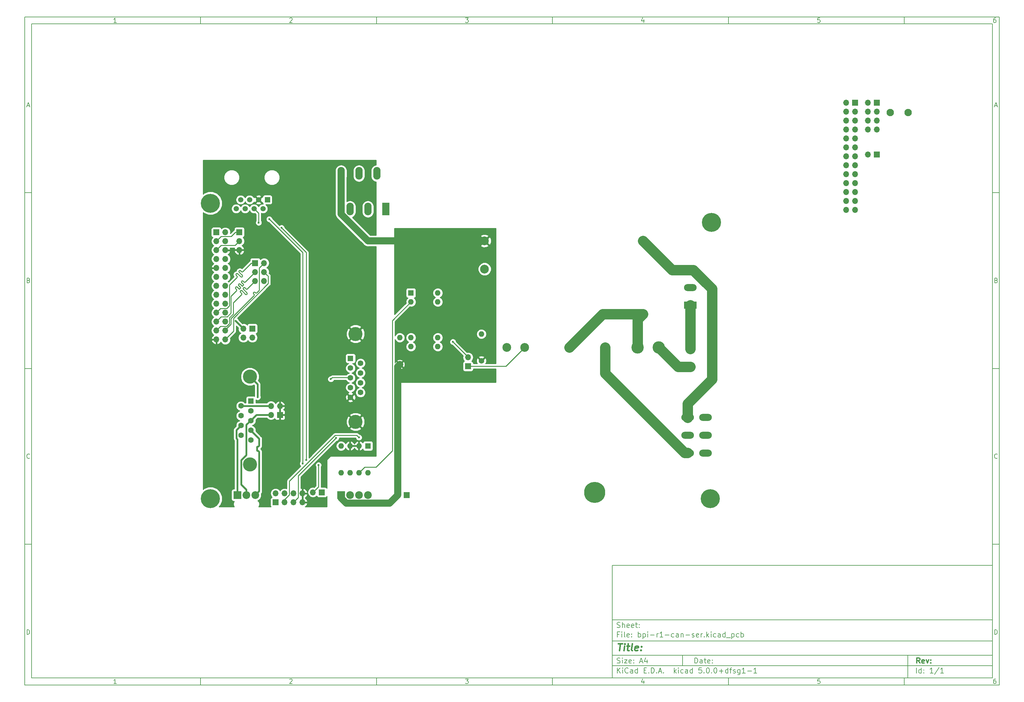
<source format=gbl>
G04 #@! TF.GenerationSoftware,KiCad,Pcbnew,5.0.0+dfsg1-1*
G04 #@! TF.CreationDate,2018-08-14T17:59:13+02:00*
G04 #@! TF.ProjectId,bpi-r1-can-ser,6270692D72312D63616E2D7365722E6B,rev?*
G04 #@! TF.SameCoordinates,Original*
G04 #@! TF.FileFunction,Copper,L2,Bot,Signal*
G04 #@! TF.FilePolarity,Positive*
%FSLAX46Y46*%
G04 Gerber Fmt 4.6, Leading zero omitted, Abs format (unit mm)*
G04 Created by KiCad (PCBNEW 5.0.0+dfsg1-1) date Tue Aug 14 17:59:13 2018*
%MOMM*%
%LPD*%
G01*
G04 APERTURE LIST*
%ADD10C,0.100000*%
%ADD11C,0.150000*%
%ADD12C,0.300000*%
%ADD13C,0.400000*%
G04 #@! TA.AperFunction,ComponentPad*
%ADD14R,1.600000X1.600000*%
G04 #@! TD*
G04 #@! TA.AperFunction,ComponentPad*
%ADD15C,1.600000*%
G04 #@! TD*
G04 #@! TA.AperFunction,ComponentPad*
%ADD16C,4.000000*%
G04 #@! TD*
G04 #@! TA.AperFunction,ComponentPad*
%ADD17R,1.700000X1.700000*%
G04 #@! TD*
G04 #@! TA.AperFunction,ComponentPad*
%ADD18O,1.700000X1.700000*%
G04 #@! TD*
G04 #@! TA.AperFunction,ComponentPad*
%ADD19C,2.100000*%
G04 #@! TD*
G04 #@! TA.AperFunction,ComponentPad*
%ADD20R,3.600000X2.000000*%
G04 #@! TD*
G04 #@! TA.AperFunction,ComponentPad*
%ADD21O,3.600000X2.000000*%
G04 #@! TD*
G04 #@! TA.AperFunction,ComponentPad*
%ADD22C,2.500000*%
G04 #@! TD*
G04 #@! TA.AperFunction,ComponentPad*
%ADD23O,1.600000X1.600000*%
G04 #@! TD*
G04 #@! TA.AperFunction,ComponentPad*
%ADD24C,3.500120*%
G04 #@! TD*
G04 #@! TA.AperFunction,ComponentPad*
%ADD25C,5.999480*%
G04 #@! TD*
G04 #@! TA.AperFunction,ComponentPad*
%ADD26C,2.000000*%
G04 #@! TD*
G04 #@! TA.AperFunction,ComponentPad*
%ADD27C,5.400000*%
G04 #@! TD*
G04 #@! TA.AperFunction,ComponentPad*
%ADD28R,1.500000X1.500000*%
G04 #@! TD*
G04 #@! TA.AperFunction,ComponentPad*
%ADD29C,1.500000*%
G04 #@! TD*
G04 #@! TA.AperFunction,ComponentPad*
%ADD30R,2.200000X2.200000*%
G04 #@! TD*
G04 #@! TA.AperFunction,ComponentPad*
%ADD31C,2.200000*%
G04 #@! TD*
G04 #@! TA.AperFunction,ComponentPad*
%ADD32R,2.080000X3.600000*%
G04 #@! TD*
G04 #@! TA.AperFunction,ComponentPad*
%ADD33O,2.080000X3.600000*%
G04 #@! TD*
G04 #@! TA.AperFunction,ViaPad*
%ADD34C,0.600000*%
G04 #@! TD*
G04 #@! TA.AperFunction,Conductor*
%ADD35C,0.250000*%
G04 #@! TD*
G04 #@! TA.AperFunction,Conductor*
%ADD36C,0.500000*%
G04 #@! TD*
G04 #@! TA.AperFunction,Conductor*
%ADD37C,3.000000*%
G04 #@! TD*
G04 #@! TA.AperFunction,Conductor*
%ADD38C,2.000000*%
G04 #@! TD*
G04 #@! TA.AperFunction,Conductor*
%ADD39C,0.254000*%
G04 #@! TD*
G04 APERTURE END LIST*
D10*
D11*
X177002200Y-166007200D02*
X177002200Y-198007200D01*
X285002200Y-198007200D01*
X285002200Y-166007200D01*
X177002200Y-166007200D01*
D10*
D11*
X10000000Y-10000000D02*
X10000000Y-200007200D01*
X287002200Y-200007200D01*
X287002200Y-10000000D01*
X10000000Y-10000000D01*
D10*
D11*
X12000000Y-12000000D02*
X12000000Y-198007200D01*
X285002200Y-198007200D01*
X285002200Y-12000000D01*
X12000000Y-12000000D01*
D10*
D11*
X60000000Y-12000000D02*
X60000000Y-10000000D01*
D10*
D11*
X110000000Y-12000000D02*
X110000000Y-10000000D01*
D10*
D11*
X160000000Y-12000000D02*
X160000000Y-10000000D01*
D10*
D11*
X210000000Y-12000000D02*
X210000000Y-10000000D01*
D10*
D11*
X260000000Y-12000000D02*
X260000000Y-10000000D01*
D10*
D11*
X36065476Y-11588095D02*
X35322619Y-11588095D01*
X35694047Y-11588095D02*
X35694047Y-10288095D01*
X35570238Y-10473809D01*
X35446428Y-10597619D01*
X35322619Y-10659523D01*
D10*
D11*
X85322619Y-10411904D02*
X85384523Y-10350000D01*
X85508333Y-10288095D01*
X85817857Y-10288095D01*
X85941666Y-10350000D01*
X86003571Y-10411904D01*
X86065476Y-10535714D01*
X86065476Y-10659523D01*
X86003571Y-10845238D01*
X85260714Y-11588095D01*
X86065476Y-11588095D01*
D10*
D11*
X135260714Y-10288095D02*
X136065476Y-10288095D01*
X135632142Y-10783333D01*
X135817857Y-10783333D01*
X135941666Y-10845238D01*
X136003571Y-10907142D01*
X136065476Y-11030952D01*
X136065476Y-11340476D01*
X136003571Y-11464285D01*
X135941666Y-11526190D01*
X135817857Y-11588095D01*
X135446428Y-11588095D01*
X135322619Y-11526190D01*
X135260714Y-11464285D01*
D10*
D11*
X185941666Y-10721428D02*
X185941666Y-11588095D01*
X185632142Y-10226190D02*
X185322619Y-11154761D01*
X186127380Y-11154761D01*
D10*
D11*
X236003571Y-10288095D02*
X235384523Y-10288095D01*
X235322619Y-10907142D01*
X235384523Y-10845238D01*
X235508333Y-10783333D01*
X235817857Y-10783333D01*
X235941666Y-10845238D01*
X236003571Y-10907142D01*
X236065476Y-11030952D01*
X236065476Y-11340476D01*
X236003571Y-11464285D01*
X235941666Y-11526190D01*
X235817857Y-11588095D01*
X235508333Y-11588095D01*
X235384523Y-11526190D01*
X235322619Y-11464285D01*
D10*
D11*
X285941666Y-10288095D02*
X285694047Y-10288095D01*
X285570238Y-10350000D01*
X285508333Y-10411904D01*
X285384523Y-10597619D01*
X285322619Y-10845238D01*
X285322619Y-11340476D01*
X285384523Y-11464285D01*
X285446428Y-11526190D01*
X285570238Y-11588095D01*
X285817857Y-11588095D01*
X285941666Y-11526190D01*
X286003571Y-11464285D01*
X286065476Y-11340476D01*
X286065476Y-11030952D01*
X286003571Y-10907142D01*
X285941666Y-10845238D01*
X285817857Y-10783333D01*
X285570238Y-10783333D01*
X285446428Y-10845238D01*
X285384523Y-10907142D01*
X285322619Y-11030952D01*
D10*
D11*
X60000000Y-198007200D02*
X60000000Y-200007200D01*
D10*
D11*
X110000000Y-198007200D02*
X110000000Y-200007200D01*
D10*
D11*
X160000000Y-198007200D02*
X160000000Y-200007200D01*
D10*
D11*
X210000000Y-198007200D02*
X210000000Y-200007200D01*
D10*
D11*
X260000000Y-198007200D02*
X260000000Y-200007200D01*
D10*
D11*
X36065476Y-199595295D02*
X35322619Y-199595295D01*
X35694047Y-199595295D02*
X35694047Y-198295295D01*
X35570238Y-198481009D01*
X35446428Y-198604819D01*
X35322619Y-198666723D01*
D10*
D11*
X85322619Y-198419104D02*
X85384523Y-198357200D01*
X85508333Y-198295295D01*
X85817857Y-198295295D01*
X85941666Y-198357200D01*
X86003571Y-198419104D01*
X86065476Y-198542914D01*
X86065476Y-198666723D01*
X86003571Y-198852438D01*
X85260714Y-199595295D01*
X86065476Y-199595295D01*
D10*
D11*
X135260714Y-198295295D02*
X136065476Y-198295295D01*
X135632142Y-198790533D01*
X135817857Y-198790533D01*
X135941666Y-198852438D01*
X136003571Y-198914342D01*
X136065476Y-199038152D01*
X136065476Y-199347676D01*
X136003571Y-199471485D01*
X135941666Y-199533390D01*
X135817857Y-199595295D01*
X135446428Y-199595295D01*
X135322619Y-199533390D01*
X135260714Y-199471485D01*
D10*
D11*
X185941666Y-198728628D02*
X185941666Y-199595295D01*
X185632142Y-198233390D02*
X185322619Y-199161961D01*
X186127380Y-199161961D01*
D10*
D11*
X236003571Y-198295295D02*
X235384523Y-198295295D01*
X235322619Y-198914342D01*
X235384523Y-198852438D01*
X235508333Y-198790533D01*
X235817857Y-198790533D01*
X235941666Y-198852438D01*
X236003571Y-198914342D01*
X236065476Y-199038152D01*
X236065476Y-199347676D01*
X236003571Y-199471485D01*
X235941666Y-199533390D01*
X235817857Y-199595295D01*
X235508333Y-199595295D01*
X235384523Y-199533390D01*
X235322619Y-199471485D01*
D10*
D11*
X285941666Y-198295295D02*
X285694047Y-198295295D01*
X285570238Y-198357200D01*
X285508333Y-198419104D01*
X285384523Y-198604819D01*
X285322619Y-198852438D01*
X285322619Y-199347676D01*
X285384523Y-199471485D01*
X285446428Y-199533390D01*
X285570238Y-199595295D01*
X285817857Y-199595295D01*
X285941666Y-199533390D01*
X286003571Y-199471485D01*
X286065476Y-199347676D01*
X286065476Y-199038152D01*
X286003571Y-198914342D01*
X285941666Y-198852438D01*
X285817857Y-198790533D01*
X285570238Y-198790533D01*
X285446428Y-198852438D01*
X285384523Y-198914342D01*
X285322619Y-199038152D01*
D10*
D11*
X10000000Y-60000000D02*
X12000000Y-60000000D01*
D10*
D11*
X10000000Y-110000000D02*
X12000000Y-110000000D01*
D10*
D11*
X10000000Y-160000000D02*
X12000000Y-160000000D01*
D10*
D11*
X10690476Y-35216666D02*
X11309523Y-35216666D01*
X10566666Y-35588095D02*
X11000000Y-34288095D01*
X11433333Y-35588095D01*
D10*
D11*
X11092857Y-84907142D02*
X11278571Y-84969047D01*
X11340476Y-85030952D01*
X11402380Y-85154761D01*
X11402380Y-85340476D01*
X11340476Y-85464285D01*
X11278571Y-85526190D01*
X11154761Y-85588095D01*
X10659523Y-85588095D01*
X10659523Y-84288095D01*
X11092857Y-84288095D01*
X11216666Y-84350000D01*
X11278571Y-84411904D01*
X11340476Y-84535714D01*
X11340476Y-84659523D01*
X11278571Y-84783333D01*
X11216666Y-84845238D01*
X11092857Y-84907142D01*
X10659523Y-84907142D01*
D10*
D11*
X11402380Y-135464285D02*
X11340476Y-135526190D01*
X11154761Y-135588095D01*
X11030952Y-135588095D01*
X10845238Y-135526190D01*
X10721428Y-135402380D01*
X10659523Y-135278571D01*
X10597619Y-135030952D01*
X10597619Y-134845238D01*
X10659523Y-134597619D01*
X10721428Y-134473809D01*
X10845238Y-134350000D01*
X11030952Y-134288095D01*
X11154761Y-134288095D01*
X11340476Y-134350000D01*
X11402380Y-134411904D01*
D10*
D11*
X10659523Y-185588095D02*
X10659523Y-184288095D01*
X10969047Y-184288095D01*
X11154761Y-184350000D01*
X11278571Y-184473809D01*
X11340476Y-184597619D01*
X11402380Y-184845238D01*
X11402380Y-185030952D01*
X11340476Y-185278571D01*
X11278571Y-185402380D01*
X11154761Y-185526190D01*
X10969047Y-185588095D01*
X10659523Y-185588095D01*
D10*
D11*
X287002200Y-60000000D02*
X285002200Y-60000000D01*
D10*
D11*
X287002200Y-110000000D02*
X285002200Y-110000000D01*
D10*
D11*
X287002200Y-160000000D02*
X285002200Y-160000000D01*
D10*
D11*
X285692676Y-35216666D02*
X286311723Y-35216666D01*
X285568866Y-35588095D02*
X286002200Y-34288095D01*
X286435533Y-35588095D01*
D10*
D11*
X286095057Y-84907142D02*
X286280771Y-84969047D01*
X286342676Y-85030952D01*
X286404580Y-85154761D01*
X286404580Y-85340476D01*
X286342676Y-85464285D01*
X286280771Y-85526190D01*
X286156961Y-85588095D01*
X285661723Y-85588095D01*
X285661723Y-84288095D01*
X286095057Y-84288095D01*
X286218866Y-84350000D01*
X286280771Y-84411904D01*
X286342676Y-84535714D01*
X286342676Y-84659523D01*
X286280771Y-84783333D01*
X286218866Y-84845238D01*
X286095057Y-84907142D01*
X285661723Y-84907142D01*
D10*
D11*
X286404580Y-135464285D02*
X286342676Y-135526190D01*
X286156961Y-135588095D01*
X286033152Y-135588095D01*
X285847438Y-135526190D01*
X285723628Y-135402380D01*
X285661723Y-135278571D01*
X285599819Y-135030952D01*
X285599819Y-134845238D01*
X285661723Y-134597619D01*
X285723628Y-134473809D01*
X285847438Y-134350000D01*
X286033152Y-134288095D01*
X286156961Y-134288095D01*
X286342676Y-134350000D01*
X286404580Y-134411904D01*
D10*
D11*
X285661723Y-185588095D02*
X285661723Y-184288095D01*
X285971247Y-184288095D01*
X286156961Y-184350000D01*
X286280771Y-184473809D01*
X286342676Y-184597619D01*
X286404580Y-184845238D01*
X286404580Y-185030952D01*
X286342676Y-185278571D01*
X286280771Y-185402380D01*
X286156961Y-185526190D01*
X285971247Y-185588095D01*
X285661723Y-185588095D01*
D10*
D11*
X200434342Y-193785771D02*
X200434342Y-192285771D01*
X200791485Y-192285771D01*
X201005771Y-192357200D01*
X201148628Y-192500057D01*
X201220057Y-192642914D01*
X201291485Y-192928628D01*
X201291485Y-193142914D01*
X201220057Y-193428628D01*
X201148628Y-193571485D01*
X201005771Y-193714342D01*
X200791485Y-193785771D01*
X200434342Y-193785771D01*
X202577200Y-193785771D02*
X202577200Y-193000057D01*
X202505771Y-192857200D01*
X202362914Y-192785771D01*
X202077200Y-192785771D01*
X201934342Y-192857200D01*
X202577200Y-193714342D02*
X202434342Y-193785771D01*
X202077200Y-193785771D01*
X201934342Y-193714342D01*
X201862914Y-193571485D01*
X201862914Y-193428628D01*
X201934342Y-193285771D01*
X202077200Y-193214342D01*
X202434342Y-193214342D01*
X202577200Y-193142914D01*
X203077200Y-192785771D02*
X203648628Y-192785771D01*
X203291485Y-192285771D02*
X203291485Y-193571485D01*
X203362914Y-193714342D01*
X203505771Y-193785771D01*
X203648628Y-193785771D01*
X204720057Y-193714342D02*
X204577200Y-193785771D01*
X204291485Y-193785771D01*
X204148628Y-193714342D01*
X204077200Y-193571485D01*
X204077200Y-193000057D01*
X204148628Y-192857200D01*
X204291485Y-192785771D01*
X204577200Y-192785771D01*
X204720057Y-192857200D01*
X204791485Y-193000057D01*
X204791485Y-193142914D01*
X204077200Y-193285771D01*
X205434342Y-193642914D02*
X205505771Y-193714342D01*
X205434342Y-193785771D01*
X205362914Y-193714342D01*
X205434342Y-193642914D01*
X205434342Y-193785771D01*
X205434342Y-192857200D02*
X205505771Y-192928628D01*
X205434342Y-193000057D01*
X205362914Y-192928628D01*
X205434342Y-192857200D01*
X205434342Y-193000057D01*
D10*
D11*
X177002200Y-194507200D02*
X285002200Y-194507200D01*
D10*
D11*
X178434342Y-196585771D02*
X178434342Y-195085771D01*
X179291485Y-196585771D02*
X178648628Y-195728628D01*
X179291485Y-195085771D02*
X178434342Y-195942914D01*
X179934342Y-196585771D02*
X179934342Y-195585771D01*
X179934342Y-195085771D02*
X179862914Y-195157200D01*
X179934342Y-195228628D01*
X180005771Y-195157200D01*
X179934342Y-195085771D01*
X179934342Y-195228628D01*
X181505771Y-196442914D02*
X181434342Y-196514342D01*
X181220057Y-196585771D01*
X181077200Y-196585771D01*
X180862914Y-196514342D01*
X180720057Y-196371485D01*
X180648628Y-196228628D01*
X180577200Y-195942914D01*
X180577200Y-195728628D01*
X180648628Y-195442914D01*
X180720057Y-195300057D01*
X180862914Y-195157200D01*
X181077200Y-195085771D01*
X181220057Y-195085771D01*
X181434342Y-195157200D01*
X181505771Y-195228628D01*
X182791485Y-196585771D02*
X182791485Y-195800057D01*
X182720057Y-195657200D01*
X182577200Y-195585771D01*
X182291485Y-195585771D01*
X182148628Y-195657200D01*
X182791485Y-196514342D02*
X182648628Y-196585771D01*
X182291485Y-196585771D01*
X182148628Y-196514342D01*
X182077200Y-196371485D01*
X182077200Y-196228628D01*
X182148628Y-196085771D01*
X182291485Y-196014342D01*
X182648628Y-196014342D01*
X182791485Y-195942914D01*
X184148628Y-196585771D02*
X184148628Y-195085771D01*
X184148628Y-196514342D02*
X184005771Y-196585771D01*
X183720057Y-196585771D01*
X183577200Y-196514342D01*
X183505771Y-196442914D01*
X183434342Y-196300057D01*
X183434342Y-195871485D01*
X183505771Y-195728628D01*
X183577200Y-195657200D01*
X183720057Y-195585771D01*
X184005771Y-195585771D01*
X184148628Y-195657200D01*
X186005771Y-195800057D02*
X186505771Y-195800057D01*
X186720057Y-196585771D02*
X186005771Y-196585771D01*
X186005771Y-195085771D01*
X186720057Y-195085771D01*
X187362914Y-196442914D02*
X187434342Y-196514342D01*
X187362914Y-196585771D01*
X187291485Y-196514342D01*
X187362914Y-196442914D01*
X187362914Y-196585771D01*
X188077200Y-196585771D02*
X188077200Y-195085771D01*
X188434342Y-195085771D01*
X188648628Y-195157200D01*
X188791485Y-195300057D01*
X188862914Y-195442914D01*
X188934342Y-195728628D01*
X188934342Y-195942914D01*
X188862914Y-196228628D01*
X188791485Y-196371485D01*
X188648628Y-196514342D01*
X188434342Y-196585771D01*
X188077200Y-196585771D01*
X189577200Y-196442914D02*
X189648628Y-196514342D01*
X189577200Y-196585771D01*
X189505771Y-196514342D01*
X189577200Y-196442914D01*
X189577200Y-196585771D01*
X190220057Y-196157200D02*
X190934342Y-196157200D01*
X190077200Y-196585771D02*
X190577200Y-195085771D01*
X191077200Y-196585771D01*
X191577200Y-196442914D02*
X191648628Y-196514342D01*
X191577200Y-196585771D01*
X191505771Y-196514342D01*
X191577200Y-196442914D01*
X191577200Y-196585771D01*
X194577200Y-196585771D02*
X194577200Y-195085771D01*
X194720057Y-196014342D02*
X195148628Y-196585771D01*
X195148628Y-195585771D02*
X194577200Y-196157200D01*
X195791485Y-196585771D02*
X195791485Y-195585771D01*
X195791485Y-195085771D02*
X195720057Y-195157200D01*
X195791485Y-195228628D01*
X195862914Y-195157200D01*
X195791485Y-195085771D01*
X195791485Y-195228628D01*
X197148628Y-196514342D02*
X197005771Y-196585771D01*
X196720057Y-196585771D01*
X196577200Y-196514342D01*
X196505771Y-196442914D01*
X196434342Y-196300057D01*
X196434342Y-195871485D01*
X196505771Y-195728628D01*
X196577200Y-195657200D01*
X196720057Y-195585771D01*
X197005771Y-195585771D01*
X197148628Y-195657200D01*
X198434342Y-196585771D02*
X198434342Y-195800057D01*
X198362914Y-195657200D01*
X198220057Y-195585771D01*
X197934342Y-195585771D01*
X197791485Y-195657200D01*
X198434342Y-196514342D02*
X198291485Y-196585771D01*
X197934342Y-196585771D01*
X197791485Y-196514342D01*
X197720057Y-196371485D01*
X197720057Y-196228628D01*
X197791485Y-196085771D01*
X197934342Y-196014342D01*
X198291485Y-196014342D01*
X198434342Y-195942914D01*
X199791485Y-196585771D02*
X199791485Y-195085771D01*
X199791485Y-196514342D02*
X199648628Y-196585771D01*
X199362914Y-196585771D01*
X199220057Y-196514342D01*
X199148628Y-196442914D01*
X199077200Y-196300057D01*
X199077200Y-195871485D01*
X199148628Y-195728628D01*
X199220057Y-195657200D01*
X199362914Y-195585771D01*
X199648628Y-195585771D01*
X199791485Y-195657200D01*
X202362914Y-195085771D02*
X201648628Y-195085771D01*
X201577200Y-195800057D01*
X201648628Y-195728628D01*
X201791485Y-195657200D01*
X202148628Y-195657200D01*
X202291485Y-195728628D01*
X202362914Y-195800057D01*
X202434342Y-195942914D01*
X202434342Y-196300057D01*
X202362914Y-196442914D01*
X202291485Y-196514342D01*
X202148628Y-196585771D01*
X201791485Y-196585771D01*
X201648628Y-196514342D01*
X201577200Y-196442914D01*
X203077200Y-196442914D02*
X203148628Y-196514342D01*
X203077200Y-196585771D01*
X203005771Y-196514342D01*
X203077200Y-196442914D01*
X203077200Y-196585771D01*
X204077200Y-195085771D02*
X204220057Y-195085771D01*
X204362914Y-195157200D01*
X204434342Y-195228628D01*
X204505771Y-195371485D01*
X204577200Y-195657200D01*
X204577200Y-196014342D01*
X204505771Y-196300057D01*
X204434342Y-196442914D01*
X204362914Y-196514342D01*
X204220057Y-196585771D01*
X204077200Y-196585771D01*
X203934342Y-196514342D01*
X203862914Y-196442914D01*
X203791485Y-196300057D01*
X203720057Y-196014342D01*
X203720057Y-195657200D01*
X203791485Y-195371485D01*
X203862914Y-195228628D01*
X203934342Y-195157200D01*
X204077200Y-195085771D01*
X205220057Y-196442914D02*
X205291485Y-196514342D01*
X205220057Y-196585771D01*
X205148628Y-196514342D01*
X205220057Y-196442914D01*
X205220057Y-196585771D01*
X206220057Y-195085771D02*
X206362914Y-195085771D01*
X206505771Y-195157200D01*
X206577200Y-195228628D01*
X206648628Y-195371485D01*
X206720057Y-195657200D01*
X206720057Y-196014342D01*
X206648628Y-196300057D01*
X206577200Y-196442914D01*
X206505771Y-196514342D01*
X206362914Y-196585771D01*
X206220057Y-196585771D01*
X206077200Y-196514342D01*
X206005771Y-196442914D01*
X205934342Y-196300057D01*
X205862914Y-196014342D01*
X205862914Y-195657200D01*
X205934342Y-195371485D01*
X206005771Y-195228628D01*
X206077200Y-195157200D01*
X206220057Y-195085771D01*
X207362914Y-196014342D02*
X208505771Y-196014342D01*
X207934342Y-196585771D02*
X207934342Y-195442914D01*
X209862914Y-196585771D02*
X209862914Y-195085771D01*
X209862914Y-196514342D02*
X209720057Y-196585771D01*
X209434342Y-196585771D01*
X209291485Y-196514342D01*
X209220057Y-196442914D01*
X209148628Y-196300057D01*
X209148628Y-195871485D01*
X209220057Y-195728628D01*
X209291485Y-195657200D01*
X209434342Y-195585771D01*
X209720057Y-195585771D01*
X209862914Y-195657200D01*
X210362914Y-195585771D02*
X210934342Y-195585771D01*
X210577200Y-196585771D02*
X210577200Y-195300057D01*
X210648628Y-195157200D01*
X210791485Y-195085771D01*
X210934342Y-195085771D01*
X211362914Y-196514342D02*
X211505771Y-196585771D01*
X211791485Y-196585771D01*
X211934342Y-196514342D01*
X212005771Y-196371485D01*
X212005771Y-196300057D01*
X211934342Y-196157200D01*
X211791485Y-196085771D01*
X211577200Y-196085771D01*
X211434342Y-196014342D01*
X211362914Y-195871485D01*
X211362914Y-195800057D01*
X211434342Y-195657200D01*
X211577200Y-195585771D01*
X211791485Y-195585771D01*
X211934342Y-195657200D01*
X213291485Y-195585771D02*
X213291485Y-196800057D01*
X213220057Y-196942914D01*
X213148628Y-197014342D01*
X213005771Y-197085771D01*
X212791485Y-197085771D01*
X212648628Y-197014342D01*
X213291485Y-196514342D02*
X213148628Y-196585771D01*
X212862914Y-196585771D01*
X212720057Y-196514342D01*
X212648628Y-196442914D01*
X212577200Y-196300057D01*
X212577200Y-195871485D01*
X212648628Y-195728628D01*
X212720057Y-195657200D01*
X212862914Y-195585771D01*
X213148628Y-195585771D01*
X213291485Y-195657200D01*
X214791485Y-196585771D02*
X213934342Y-196585771D01*
X214362914Y-196585771D02*
X214362914Y-195085771D01*
X214220057Y-195300057D01*
X214077200Y-195442914D01*
X213934342Y-195514342D01*
X215434342Y-196014342D02*
X216577200Y-196014342D01*
X218077200Y-196585771D02*
X217220057Y-196585771D01*
X217648628Y-196585771D02*
X217648628Y-195085771D01*
X217505771Y-195300057D01*
X217362914Y-195442914D01*
X217220057Y-195514342D01*
D10*
D11*
X177002200Y-191507200D02*
X285002200Y-191507200D01*
D10*
D12*
X264411485Y-193785771D02*
X263911485Y-193071485D01*
X263554342Y-193785771D02*
X263554342Y-192285771D01*
X264125771Y-192285771D01*
X264268628Y-192357200D01*
X264340057Y-192428628D01*
X264411485Y-192571485D01*
X264411485Y-192785771D01*
X264340057Y-192928628D01*
X264268628Y-193000057D01*
X264125771Y-193071485D01*
X263554342Y-193071485D01*
X265625771Y-193714342D02*
X265482914Y-193785771D01*
X265197200Y-193785771D01*
X265054342Y-193714342D01*
X264982914Y-193571485D01*
X264982914Y-193000057D01*
X265054342Y-192857200D01*
X265197200Y-192785771D01*
X265482914Y-192785771D01*
X265625771Y-192857200D01*
X265697200Y-193000057D01*
X265697200Y-193142914D01*
X264982914Y-193285771D01*
X266197200Y-192785771D02*
X266554342Y-193785771D01*
X266911485Y-192785771D01*
X267482914Y-193642914D02*
X267554342Y-193714342D01*
X267482914Y-193785771D01*
X267411485Y-193714342D01*
X267482914Y-193642914D01*
X267482914Y-193785771D01*
X267482914Y-192857200D02*
X267554342Y-192928628D01*
X267482914Y-193000057D01*
X267411485Y-192928628D01*
X267482914Y-192857200D01*
X267482914Y-193000057D01*
D10*
D11*
X178362914Y-193714342D02*
X178577200Y-193785771D01*
X178934342Y-193785771D01*
X179077200Y-193714342D01*
X179148628Y-193642914D01*
X179220057Y-193500057D01*
X179220057Y-193357200D01*
X179148628Y-193214342D01*
X179077200Y-193142914D01*
X178934342Y-193071485D01*
X178648628Y-193000057D01*
X178505771Y-192928628D01*
X178434342Y-192857200D01*
X178362914Y-192714342D01*
X178362914Y-192571485D01*
X178434342Y-192428628D01*
X178505771Y-192357200D01*
X178648628Y-192285771D01*
X179005771Y-192285771D01*
X179220057Y-192357200D01*
X179862914Y-193785771D02*
X179862914Y-192785771D01*
X179862914Y-192285771D02*
X179791485Y-192357200D01*
X179862914Y-192428628D01*
X179934342Y-192357200D01*
X179862914Y-192285771D01*
X179862914Y-192428628D01*
X180434342Y-192785771D02*
X181220057Y-192785771D01*
X180434342Y-193785771D01*
X181220057Y-193785771D01*
X182362914Y-193714342D02*
X182220057Y-193785771D01*
X181934342Y-193785771D01*
X181791485Y-193714342D01*
X181720057Y-193571485D01*
X181720057Y-193000057D01*
X181791485Y-192857200D01*
X181934342Y-192785771D01*
X182220057Y-192785771D01*
X182362914Y-192857200D01*
X182434342Y-193000057D01*
X182434342Y-193142914D01*
X181720057Y-193285771D01*
X183077200Y-193642914D02*
X183148628Y-193714342D01*
X183077200Y-193785771D01*
X183005771Y-193714342D01*
X183077200Y-193642914D01*
X183077200Y-193785771D01*
X183077200Y-192857200D02*
X183148628Y-192928628D01*
X183077200Y-193000057D01*
X183005771Y-192928628D01*
X183077200Y-192857200D01*
X183077200Y-193000057D01*
X184862914Y-193357200D02*
X185577200Y-193357200D01*
X184720057Y-193785771D02*
X185220057Y-192285771D01*
X185720057Y-193785771D01*
X186862914Y-192785771D02*
X186862914Y-193785771D01*
X186505771Y-192214342D02*
X186148628Y-193285771D01*
X187077200Y-193285771D01*
D10*
D11*
X263434342Y-196585771D02*
X263434342Y-195085771D01*
X264791485Y-196585771D02*
X264791485Y-195085771D01*
X264791485Y-196514342D02*
X264648628Y-196585771D01*
X264362914Y-196585771D01*
X264220057Y-196514342D01*
X264148628Y-196442914D01*
X264077200Y-196300057D01*
X264077200Y-195871485D01*
X264148628Y-195728628D01*
X264220057Y-195657200D01*
X264362914Y-195585771D01*
X264648628Y-195585771D01*
X264791485Y-195657200D01*
X265505771Y-196442914D02*
X265577200Y-196514342D01*
X265505771Y-196585771D01*
X265434342Y-196514342D01*
X265505771Y-196442914D01*
X265505771Y-196585771D01*
X265505771Y-195657200D02*
X265577200Y-195728628D01*
X265505771Y-195800057D01*
X265434342Y-195728628D01*
X265505771Y-195657200D01*
X265505771Y-195800057D01*
X268148628Y-196585771D02*
X267291485Y-196585771D01*
X267720057Y-196585771D02*
X267720057Y-195085771D01*
X267577200Y-195300057D01*
X267434342Y-195442914D01*
X267291485Y-195514342D01*
X269862914Y-195014342D02*
X268577200Y-196942914D01*
X271148628Y-196585771D02*
X270291485Y-196585771D01*
X270720057Y-196585771D02*
X270720057Y-195085771D01*
X270577200Y-195300057D01*
X270434342Y-195442914D01*
X270291485Y-195514342D01*
D10*
D11*
X177002200Y-187507200D02*
X285002200Y-187507200D01*
D10*
D13*
X178714580Y-188211961D02*
X179857438Y-188211961D01*
X179036009Y-190211961D02*
X179286009Y-188211961D01*
X180274104Y-190211961D02*
X180440771Y-188878628D01*
X180524104Y-188211961D02*
X180416961Y-188307200D01*
X180500295Y-188402438D01*
X180607438Y-188307200D01*
X180524104Y-188211961D01*
X180500295Y-188402438D01*
X181107438Y-188878628D02*
X181869342Y-188878628D01*
X181476485Y-188211961D02*
X181262200Y-189926247D01*
X181333628Y-190116723D01*
X181512200Y-190211961D01*
X181702676Y-190211961D01*
X182655057Y-190211961D02*
X182476485Y-190116723D01*
X182405057Y-189926247D01*
X182619342Y-188211961D01*
X184190771Y-190116723D02*
X183988390Y-190211961D01*
X183607438Y-190211961D01*
X183428866Y-190116723D01*
X183357438Y-189926247D01*
X183452676Y-189164342D01*
X183571723Y-188973866D01*
X183774104Y-188878628D01*
X184155057Y-188878628D01*
X184333628Y-188973866D01*
X184405057Y-189164342D01*
X184381247Y-189354819D01*
X183405057Y-189545295D01*
X185155057Y-190021485D02*
X185238390Y-190116723D01*
X185131247Y-190211961D01*
X185047914Y-190116723D01*
X185155057Y-190021485D01*
X185131247Y-190211961D01*
X185286009Y-188973866D02*
X185369342Y-189069104D01*
X185262200Y-189164342D01*
X185178866Y-189069104D01*
X185286009Y-188973866D01*
X185262200Y-189164342D01*
D10*
D11*
X178934342Y-185600057D02*
X178434342Y-185600057D01*
X178434342Y-186385771D02*
X178434342Y-184885771D01*
X179148628Y-184885771D01*
X179720057Y-186385771D02*
X179720057Y-185385771D01*
X179720057Y-184885771D02*
X179648628Y-184957200D01*
X179720057Y-185028628D01*
X179791485Y-184957200D01*
X179720057Y-184885771D01*
X179720057Y-185028628D01*
X180648628Y-186385771D02*
X180505771Y-186314342D01*
X180434342Y-186171485D01*
X180434342Y-184885771D01*
X181791485Y-186314342D02*
X181648628Y-186385771D01*
X181362914Y-186385771D01*
X181220057Y-186314342D01*
X181148628Y-186171485D01*
X181148628Y-185600057D01*
X181220057Y-185457200D01*
X181362914Y-185385771D01*
X181648628Y-185385771D01*
X181791485Y-185457200D01*
X181862914Y-185600057D01*
X181862914Y-185742914D01*
X181148628Y-185885771D01*
X182505771Y-186242914D02*
X182577200Y-186314342D01*
X182505771Y-186385771D01*
X182434342Y-186314342D01*
X182505771Y-186242914D01*
X182505771Y-186385771D01*
X182505771Y-185457200D02*
X182577200Y-185528628D01*
X182505771Y-185600057D01*
X182434342Y-185528628D01*
X182505771Y-185457200D01*
X182505771Y-185600057D01*
X184362914Y-186385771D02*
X184362914Y-184885771D01*
X184362914Y-185457200D02*
X184505771Y-185385771D01*
X184791485Y-185385771D01*
X184934342Y-185457200D01*
X185005771Y-185528628D01*
X185077200Y-185671485D01*
X185077200Y-186100057D01*
X185005771Y-186242914D01*
X184934342Y-186314342D01*
X184791485Y-186385771D01*
X184505771Y-186385771D01*
X184362914Y-186314342D01*
X185720057Y-185385771D02*
X185720057Y-186885771D01*
X185720057Y-185457200D02*
X185862914Y-185385771D01*
X186148628Y-185385771D01*
X186291485Y-185457200D01*
X186362914Y-185528628D01*
X186434342Y-185671485D01*
X186434342Y-186100057D01*
X186362914Y-186242914D01*
X186291485Y-186314342D01*
X186148628Y-186385771D01*
X185862914Y-186385771D01*
X185720057Y-186314342D01*
X187077200Y-186385771D02*
X187077200Y-185385771D01*
X187077200Y-184885771D02*
X187005771Y-184957200D01*
X187077200Y-185028628D01*
X187148628Y-184957200D01*
X187077200Y-184885771D01*
X187077200Y-185028628D01*
X187791485Y-185814342D02*
X188934342Y-185814342D01*
X189648628Y-186385771D02*
X189648628Y-185385771D01*
X189648628Y-185671485D02*
X189720057Y-185528628D01*
X189791485Y-185457200D01*
X189934342Y-185385771D01*
X190077200Y-185385771D01*
X191362914Y-186385771D02*
X190505771Y-186385771D01*
X190934342Y-186385771D02*
X190934342Y-184885771D01*
X190791485Y-185100057D01*
X190648628Y-185242914D01*
X190505771Y-185314342D01*
X192005771Y-185814342D02*
X193148628Y-185814342D01*
X194505771Y-186314342D02*
X194362914Y-186385771D01*
X194077200Y-186385771D01*
X193934342Y-186314342D01*
X193862914Y-186242914D01*
X193791485Y-186100057D01*
X193791485Y-185671485D01*
X193862914Y-185528628D01*
X193934342Y-185457200D01*
X194077200Y-185385771D01*
X194362914Y-185385771D01*
X194505771Y-185457200D01*
X195791485Y-186385771D02*
X195791485Y-185600057D01*
X195720057Y-185457200D01*
X195577200Y-185385771D01*
X195291485Y-185385771D01*
X195148628Y-185457200D01*
X195791485Y-186314342D02*
X195648628Y-186385771D01*
X195291485Y-186385771D01*
X195148628Y-186314342D01*
X195077200Y-186171485D01*
X195077200Y-186028628D01*
X195148628Y-185885771D01*
X195291485Y-185814342D01*
X195648628Y-185814342D01*
X195791485Y-185742914D01*
X196505771Y-185385771D02*
X196505771Y-186385771D01*
X196505771Y-185528628D02*
X196577200Y-185457200D01*
X196720057Y-185385771D01*
X196934342Y-185385771D01*
X197077200Y-185457200D01*
X197148628Y-185600057D01*
X197148628Y-186385771D01*
X197862914Y-185814342D02*
X199005771Y-185814342D01*
X199648628Y-186314342D02*
X199791485Y-186385771D01*
X200077200Y-186385771D01*
X200220057Y-186314342D01*
X200291485Y-186171485D01*
X200291485Y-186100057D01*
X200220057Y-185957200D01*
X200077200Y-185885771D01*
X199862914Y-185885771D01*
X199720057Y-185814342D01*
X199648628Y-185671485D01*
X199648628Y-185600057D01*
X199720057Y-185457200D01*
X199862914Y-185385771D01*
X200077200Y-185385771D01*
X200220057Y-185457200D01*
X201505771Y-186314342D02*
X201362914Y-186385771D01*
X201077200Y-186385771D01*
X200934342Y-186314342D01*
X200862914Y-186171485D01*
X200862914Y-185600057D01*
X200934342Y-185457200D01*
X201077200Y-185385771D01*
X201362914Y-185385771D01*
X201505771Y-185457200D01*
X201577200Y-185600057D01*
X201577200Y-185742914D01*
X200862914Y-185885771D01*
X202220057Y-186385771D02*
X202220057Y-185385771D01*
X202220057Y-185671485D02*
X202291485Y-185528628D01*
X202362914Y-185457200D01*
X202505771Y-185385771D01*
X202648628Y-185385771D01*
X203148628Y-186242914D02*
X203220057Y-186314342D01*
X203148628Y-186385771D01*
X203077200Y-186314342D01*
X203148628Y-186242914D01*
X203148628Y-186385771D01*
X203862914Y-186385771D02*
X203862914Y-184885771D01*
X204005771Y-185814342D02*
X204434342Y-186385771D01*
X204434342Y-185385771D02*
X203862914Y-185957200D01*
X205077200Y-186385771D02*
X205077200Y-185385771D01*
X205077200Y-184885771D02*
X205005771Y-184957200D01*
X205077200Y-185028628D01*
X205148628Y-184957200D01*
X205077200Y-184885771D01*
X205077200Y-185028628D01*
X206434342Y-186314342D02*
X206291485Y-186385771D01*
X206005771Y-186385771D01*
X205862914Y-186314342D01*
X205791485Y-186242914D01*
X205720057Y-186100057D01*
X205720057Y-185671485D01*
X205791485Y-185528628D01*
X205862914Y-185457200D01*
X206005771Y-185385771D01*
X206291485Y-185385771D01*
X206434342Y-185457200D01*
X207720057Y-186385771D02*
X207720057Y-185600057D01*
X207648628Y-185457200D01*
X207505771Y-185385771D01*
X207220057Y-185385771D01*
X207077200Y-185457200D01*
X207720057Y-186314342D02*
X207577200Y-186385771D01*
X207220057Y-186385771D01*
X207077200Y-186314342D01*
X207005771Y-186171485D01*
X207005771Y-186028628D01*
X207077200Y-185885771D01*
X207220057Y-185814342D01*
X207577200Y-185814342D01*
X207720057Y-185742914D01*
X209077200Y-186385771D02*
X209077200Y-184885771D01*
X209077200Y-186314342D02*
X208934342Y-186385771D01*
X208648628Y-186385771D01*
X208505771Y-186314342D01*
X208434342Y-186242914D01*
X208362914Y-186100057D01*
X208362914Y-185671485D01*
X208434342Y-185528628D01*
X208505771Y-185457200D01*
X208648628Y-185385771D01*
X208934342Y-185385771D01*
X209077200Y-185457200D01*
X209434342Y-186528628D02*
X210577200Y-186528628D01*
X210934342Y-185385771D02*
X210934342Y-186885771D01*
X210934342Y-185457200D02*
X211077200Y-185385771D01*
X211362914Y-185385771D01*
X211505771Y-185457200D01*
X211577200Y-185528628D01*
X211648628Y-185671485D01*
X211648628Y-186100057D01*
X211577200Y-186242914D01*
X211505771Y-186314342D01*
X211362914Y-186385771D01*
X211077200Y-186385771D01*
X210934342Y-186314342D01*
X212934342Y-186314342D02*
X212791485Y-186385771D01*
X212505771Y-186385771D01*
X212362914Y-186314342D01*
X212291485Y-186242914D01*
X212220057Y-186100057D01*
X212220057Y-185671485D01*
X212291485Y-185528628D01*
X212362914Y-185457200D01*
X212505771Y-185385771D01*
X212791485Y-185385771D01*
X212934342Y-185457200D01*
X213577200Y-186385771D02*
X213577200Y-184885771D01*
X213577200Y-185457200D02*
X213720057Y-185385771D01*
X214005771Y-185385771D01*
X214148628Y-185457200D01*
X214220057Y-185528628D01*
X214291485Y-185671485D01*
X214291485Y-186100057D01*
X214220057Y-186242914D01*
X214148628Y-186314342D01*
X214005771Y-186385771D01*
X213720057Y-186385771D01*
X213577200Y-186314342D01*
D10*
D11*
X177002200Y-181507200D02*
X285002200Y-181507200D01*
D10*
D11*
X178362914Y-183614342D02*
X178577200Y-183685771D01*
X178934342Y-183685771D01*
X179077200Y-183614342D01*
X179148628Y-183542914D01*
X179220057Y-183400057D01*
X179220057Y-183257200D01*
X179148628Y-183114342D01*
X179077200Y-183042914D01*
X178934342Y-182971485D01*
X178648628Y-182900057D01*
X178505771Y-182828628D01*
X178434342Y-182757200D01*
X178362914Y-182614342D01*
X178362914Y-182471485D01*
X178434342Y-182328628D01*
X178505771Y-182257200D01*
X178648628Y-182185771D01*
X179005771Y-182185771D01*
X179220057Y-182257200D01*
X179862914Y-183685771D02*
X179862914Y-182185771D01*
X180505771Y-183685771D02*
X180505771Y-182900057D01*
X180434342Y-182757200D01*
X180291485Y-182685771D01*
X180077200Y-182685771D01*
X179934342Y-182757200D01*
X179862914Y-182828628D01*
X181791485Y-183614342D02*
X181648628Y-183685771D01*
X181362914Y-183685771D01*
X181220057Y-183614342D01*
X181148628Y-183471485D01*
X181148628Y-182900057D01*
X181220057Y-182757200D01*
X181362914Y-182685771D01*
X181648628Y-182685771D01*
X181791485Y-182757200D01*
X181862914Y-182900057D01*
X181862914Y-183042914D01*
X181148628Y-183185771D01*
X183077200Y-183614342D02*
X182934342Y-183685771D01*
X182648628Y-183685771D01*
X182505771Y-183614342D01*
X182434342Y-183471485D01*
X182434342Y-182900057D01*
X182505771Y-182757200D01*
X182648628Y-182685771D01*
X182934342Y-182685771D01*
X183077200Y-182757200D01*
X183148628Y-182900057D01*
X183148628Y-183042914D01*
X182434342Y-183185771D01*
X183577200Y-182685771D02*
X184148628Y-182685771D01*
X183791485Y-182185771D02*
X183791485Y-183471485D01*
X183862914Y-183614342D01*
X184005771Y-183685771D01*
X184148628Y-183685771D01*
X184648628Y-183542914D02*
X184720057Y-183614342D01*
X184648628Y-183685771D01*
X184577200Y-183614342D01*
X184648628Y-183542914D01*
X184648628Y-183685771D01*
X184648628Y-182757200D02*
X184720057Y-182828628D01*
X184648628Y-182900057D01*
X184577200Y-182828628D01*
X184648628Y-182757200D01*
X184648628Y-182900057D01*
D10*
D11*
X197002200Y-191507200D02*
X197002200Y-194507200D01*
D10*
D11*
X261002200Y-191507200D02*
X261002200Y-198007200D01*
D14*
G04 #@! TO.P,J303,1*
G04 #@! TO.N,N/C*
X74300000Y-119250000D03*
D15*
G04 #@! TO.P,J303,2*
X74300000Y-122020000D03*
G04 #@! TO.P,J303,3*
G04 #@! TO.N,Net-(J302-Pad2)*
X74300000Y-124790000D03*
G04 #@! TO.P,J303,4*
G04 #@! TO.N,/CAN/CANL*
X74300000Y-127560000D03*
G04 #@! TO.P,J303,5*
G04 #@! TO.N,Net-(J303-Pad0)*
X74300000Y-130330000D03*
G04 #@! TO.P,J303,6*
G04 #@! TO.N,Net-(J303-Pad6)*
X71460000Y-120635000D03*
G04 #@! TO.P,J303,7*
G04 #@! TO.N,N/C*
X71460000Y-123405000D03*
G04 #@! TO.P,J303,8*
G04 #@! TO.N,/CAN/CANH*
X71460000Y-126175000D03*
G04 #@! TO.P,J303,9*
G04 #@! TO.N,N/C*
X71460000Y-128945000D03*
D16*
G04 #@! TO.P,J303,0*
G04 #@! TO.N,Net-(J303-Pad0)*
X74000000Y-112290000D03*
X74000000Y-137290000D03*
G04 #@! TD*
D17*
G04 #@! TO.P,J803,1*
G04 #@! TO.N,N/C*
X252150000Y-49100000D03*
D18*
G04 #@! TO.P,J803,2*
X249610000Y-49100000D03*
G04 #@! TD*
D17*
G04 #@! TO.P,J802,1*
G04 #@! TO.N,N/C*
X252165001Y-34425001D03*
D18*
G04 #@! TO.P,J802,2*
X249625001Y-34425001D03*
G04 #@! TO.P,J802,3*
X252165001Y-36965001D03*
G04 #@! TO.P,J802,4*
X249625001Y-36965001D03*
G04 #@! TO.P,J802,5*
X252165001Y-39505001D03*
G04 #@! TO.P,J802,6*
X249625001Y-39505001D03*
G04 #@! TO.P,J802,7*
X252165001Y-42045001D03*
G04 #@! TO.P,J802,8*
X249625001Y-42045001D03*
G04 #@! TD*
D17*
G04 #@! TO.P,J801,1*
G04 #@! TO.N,N/C*
X246015001Y-34425001D03*
D18*
G04 #@! TO.P,J801,2*
X243475001Y-34425001D03*
G04 #@! TO.P,J801,3*
X246015001Y-36965001D03*
G04 #@! TO.P,J801,4*
X243475001Y-36965001D03*
G04 #@! TO.P,J801,5*
X246015001Y-39505001D03*
G04 #@! TO.P,J801,6*
X243475001Y-39505001D03*
G04 #@! TO.P,J801,7*
X246015001Y-42045001D03*
G04 #@! TO.P,J801,8*
X243475001Y-42045001D03*
G04 #@! TO.P,J801,9*
X246015001Y-44585001D03*
G04 #@! TO.P,J801,10*
X243475001Y-44585001D03*
G04 #@! TO.P,J801,11*
X246015001Y-47125001D03*
G04 #@! TO.P,J801,12*
X243475001Y-47125001D03*
G04 #@! TO.P,J801,13*
X246015001Y-49665001D03*
G04 #@! TO.P,J801,14*
X243475001Y-49665001D03*
G04 #@! TO.P,J801,15*
X246015001Y-52205001D03*
G04 #@! TO.P,J801,16*
X243475001Y-52205001D03*
G04 #@! TO.P,J801,17*
X246015001Y-54745001D03*
G04 #@! TO.P,J801,18*
X243475001Y-54745001D03*
G04 #@! TO.P,J801,19*
X246015001Y-57285001D03*
G04 #@! TO.P,J801,20*
X243475001Y-57285001D03*
G04 #@! TO.P,J801,21*
X246015001Y-59825001D03*
G04 #@! TO.P,J801,22*
X243475001Y-59825001D03*
G04 #@! TO.P,J801,23*
X246015001Y-62365001D03*
G04 #@! TO.P,J801,24*
X243475001Y-62365001D03*
G04 #@! TO.P,J801,25*
X246015001Y-64905001D03*
G04 #@! TO.P,J801,26*
X243475001Y-64905001D03*
G04 #@! TD*
D19*
G04 #@! TO.P,F801,1*
G04 #@! TO.N,N/C*
X255985001Y-37175001D03*
G04 #@! TO.P,F801,2*
X261065001Y-37175001D03*
G04 #@! TD*
D20*
G04 #@! TO.P,J601,1*
G04 #@! TO.N,/Power/AC/L*
X199200000Y-92000000D03*
D21*
G04 #@! TO.P,J601,2*
G04 #@! TO.N,Earth_Protective*
X199200000Y-87000000D03*
G04 #@! TO.P,J601,3*
G04 #@! TO.N,/Power/AC/N*
X199200000Y-82000000D03*
G04 #@! TD*
D22*
G04 #@! TO.P,U601,4*
G04 #@! TO.N,GNDPWR*
X140700000Y-73700000D03*
G04 #@! TO.P,U601,3*
G04 #@! TO.N,+5VP*
X140700000Y-81700000D03*
G04 #@! TO.P,U601,2*
G04 #@! TO.N,/Power/AC/Lsw*
X185700000Y-94500000D03*
G04 #@! TO.P,U601,1*
G04 #@! TO.N,/Power/AC/N*
X185700000Y-73700000D03*
G04 #@! TD*
D18*
G04 #@! TO.P,J101,8*
G04 #@! TO.N,GND*
X88940000Y-145500000D03*
G04 #@! TO.P,J101,7*
X88940000Y-148040000D03*
G04 #@! TO.P,J101,6*
G04 #@! TO.N,/UART7-TX*
X86400000Y-145500000D03*
G04 #@! TO.P,J101,5*
G04 #@! TO.N,/GPIO_PH3*
X86400000Y-148040000D03*
G04 #@! TO.P,J101,4*
G04 #@! TO.N,/UART7-RX*
X83860000Y-145500000D03*
G04 #@! TO.P,J101,3*
G04 #@! TO.N,/GPIO_PH5*
X83860000Y-148040000D03*
G04 #@! TO.P,J101,2*
G04 #@! TO.N,+3V3*
X81320000Y-145500000D03*
D17*
G04 #@! TO.P,J101,1*
G04 #@! TO.N,+5V*
X81320000Y-148040000D03*
G04 #@! TD*
D14*
G04 #@! TO.P,K601,1*
G04 #@! TO.N,Net-(J609-Pad5)*
X119780000Y-88500000D03*
D23*
G04 #@! TO.P,K601,8*
G04 #@! TO.N,Net-(J609-Pad4)*
X127400000Y-103740000D03*
G04 #@! TO.P,K601,2*
G04 #@! TO.N,/GPIO/GPO1*
X119780000Y-91040000D03*
G04 #@! TO.P,K601,9*
G04 #@! TO.N,N/C*
X127400000Y-101200000D03*
G04 #@! TO.P,K601,6*
G04 #@! TO.N,Net-(K601-Pad6)*
X119780000Y-101200000D03*
G04 #@! TO.P,K601,13*
G04 #@! TO.N,N/C*
X127400000Y-91040000D03*
G04 #@! TO.P,K601,7*
G04 #@! TO.N,Net-(J609-Pad4)*
X119780000Y-103740000D03*
G04 #@! TO.P,K601,14*
G04 #@! TO.N,Net-(J609-Pad3)*
X127400000Y-88500000D03*
G04 #@! TD*
D24*
G04 #@! TO.P,J602,1*
G04 #@! TO.N,Net-(F601-Pad1)*
X190200000Y-104000000D03*
G04 #@! TO.P,J602,2*
G04 #@! TO.N,/Power/AC/Lsw*
X184200000Y-104000000D03*
G04 #@! TD*
D25*
G04 #@! TO.P,J611,1*
G04 #@! TO.N,Earth_Protective*
X172000000Y-145200000D03*
G04 #@! TD*
D22*
G04 #@! TO.P,K602,4*
G04 #@! TO.N,Net-(J610-Pad1)*
X174950000Y-104000000D03*
G04 #@! TO.P,K602,3*
G04 #@! TO.N,/Power/AC/Lsw*
X164790000Y-104000000D03*
G04 #@! TO.P,K602,2*
G04 #@! TO.N,Net-(JP601-Pad1)*
X152090000Y-104000000D03*
G04 #@! TO.P,K602,1*
G04 #@! TO.N,Net-(K602-Pad1)*
X147010000Y-104000000D03*
G04 #@! TD*
D26*
G04 #@! TO.P,F601,1*
G04 #@! TO.N,Net-(F601-Pad1)*
X199190000Y-109480000D03*
G04 #@! TO.P,F601,2*
G04 #@! TO.N,/Power/AC/L*
X199200000Y-104400000D03*
G04 #@! TD*
D17*
G04 #@! TO.P,J102,1*
G04 #@! TO.N,/UART0-RX*
X94463600Y-145200000D03*
D18*
G04 #@! TO.P,J102,2*
G04 #@! TO.N,/UART0-TX*
X91923600Y-145200000D03*
G04 #@! TD*
D17*
G04 #@! TO.P,J103,1*
G04 #@! TO.N,+3V3*
X64478900Y-71242680D03*
D18*
G04 #@! TO.P,J103,2*
G04 #@! TO.N,+5V*
X67018900Y-71242680D03*
G04 #@! TO.P,J103,3*
G04 #@! TO.N,/SDA*
X64478900Y-73782680D03*
G04 #@! TO.P,J103,4*
G04 #@! TO.N,+5V*
X67018900Y-73782680D03*
G04 #@! TO.P,J103,5*
G04 #@! TO.N,/SCL*
X64478900Y-76322680D03*
G04 #@! TO.P,J103,6*
G04 #@! TO.N,GND*
X67018900Y-76322680D03*
G04 #@! TO.P,J103,7*
G04 #@! TO.N,N/C*
X64478900Y-78862680D03*
G04 #@! TO.P,J103,8*
X67018900Y-78862680D03*
G04 #@! TO.P,J103,9*
G04 #@! TO.N,GND*
X64478900Y-81402680D03*
G04 #@! TO.P,J103,10*
G04 #@! TO.N,N/C*
X67018900Y-81402680D03*
G04 #@! TO.P,J103,11*
X64478900Y-83942680D03*
G04 #@! TO.P,J103,12*
X67018900Y-83942680D03*
G04 #@! TO.P,J103,13*
X64478900Y-86482680D03*
G04 #@! TO.P,J103,14*
G04 #@! TO.N,GND*
X67018900Y-86482680D03*
G04 #@! TO.P,J103,15*
G04 #@! TO.N,N/C*
X64478900Y-89022680D03*
G04 #@! TO.P,J103,16*
G04 #@! TO.N,/CAN_TX*
X67018900Y-89022680D03*
G04 #@! TO.P,J103,17*
G04 #@! TO.N,+3V3*
X64478900Y-91562680D03*
G04 #@! TO.P,J103,18*
G04 #@! TO.N,/CAN_RX*
X67018900Y-91562680D03*
G04 #@! TO.P,J103,19*
G04 #@! TO.N,/MOSI*
X64478900Y-94102680D03*
G04 #@! TO.P,J103,20*
G04 #@! TO.N,GND*
X67018900Y-94102680D03*
G04 #@! TO.P,J103,21*
G04 #@! TO.N,/MISO*
X64478900Y-96642680D03*
G04 #@! TO.P,J103,22*
G04 #@! TO.N,N/C*
X67018900Y-96642680D03*
G04 #@! TO.P,J103,23*
G04 #@! TO.N,/CLK*
X64478900Y-99182680D03*
G04 #@! TO.P,J103,24*
G04 #@! TO.N,/CS0*
X67018900Y-99182680D03*
G04 #@! TO.P,J103,25*
G04 #@! TO.N,GND*
X64478900Y-101722680D03*
G04 #@! TO.P,J103,26*
G04 #@! TO.N,/CS1*
X67018900Y-101722680D03*
G04 #@! TD*
D27*
G04 #@! TO.P,J104,1*
G04 #@! TO.N,N/C*
X62800000Y-147000000D03*
G04 #@! TD*
G04 #@! TO.P,J105,1*
G04 #@! TO.N,N/C*
X62800000Y-63000000D03*
G04 #@! TD*
G04 #@! TO.P,J106,1*
G04 #@! TO.N,Earth_Protective*
X204800000Y-147000000D03*
G04 #@! TD*
G04 #@! TO.P,J107,1*
G04 #@! TO.N,Earth_Protective*
X205200000Y-68400000D03*
G04 #@! TD*
D14*
G04 #@! TO.P,J201,1*
G04 #@! TO.N,N/C*
X102600000Y-107110000D03*
D15*
G04 #@! TO.P,J201,2*
G04 #@! TO.N,Net-(J201-Pad2)*
X102600000Y-109880000D03*
G04 #@! TO.P,J201,3*
G04 #@! TO.N,Net-(J201-Pad3)*
X102600000Y-112650000D03*
G04 #@! TO.P,J201,4*
G04 #@! TO.N,N/C*
X102600000Y-115420000D03*
G04 #@! TO.P,J201,5*
G04 #@! TO.N,GND*
X102600000Y-118190000D03*
G04 #@! TO.P,J201,6*
G04 #@! TO.N,N/C*
X105440000Y-108495000D03*
G04 #@! TO.P,J201,7*
X105440000Y-111265000D03*
G04 #@! TO.P,J201,8*
X105440000Y-114035000D03*
G04 #@! TO.P,J201,9*
X105440000Y-116805000D03*
D16*
G04 #@! TO.P,J201,0*
G04 #@! TO.N,GND*
X104020000Y-125150000D03*
X104020000Y-100150000D03*
G04 #@! TD*
D28*
G04 #@! TO.P,J202,1*
G04 #@! TO.N,N/C*
X79000000Y-62000000D03*
D29*
G04 #@! TO.P,J202,2*
X77730000Y-64540000D03*
G04 #@! TO.P,J202,3*
G04 #@! TO.N,GND*
X76460000Y-62000000D03*
G04 #@! TO.P,J202,4*
G04 #@! TO.N,Net-(J202-Pad4)*
X75190000Y-64540000D03*
G04 #@! TO.P,J202,5*
G04 #@! TO.N,Net-(J202-Pad5)*
X73920000Y-62000000D03*
G04 #@! TO.P,J202,6*
G04 #@! TO.N,N/C*
X72650000Y-64540000D03*
G04 #@! TO.P,J202,7*
X71380000Y-62000000D03*
G04 #@! TO.P,J202,8*
X70110000Y-64540000D03*
G04 #@! TD*
D17*
G04 #@! TO.P,J301,1*
G04 #@! TO.N,/CAN/SPLIT*
X74700000Y-98660000D03*
D18*
G04 #@! TO.P,J301,2*
G04 #@! TO.N,Net-(J301-Pad2)*
X74700000Y-101200000D03*
G04 #@! TO.P,J301,3*
G04 #@! TO.N,/CAN/SPLIT*
X72160000Y-98660000D03*
G04 #@! TO.P,J301,4*
G04 #@! TO.N,Net-(J301-Pad4)*
X72160000Y-101200000D03*
G04 #@! TD*
D30*
G04 #@! TO.P,J302,1*
G04 #@! TO.N,/CAN/CANH*
X70460000Y-146000000D03*
D31*
G04 #@! TO.P,J302,2*
G04 #@! TO.N,Net-(J302-Pad2)*
X73000000Y-146000000D03*
G04 #@! TO.P,J302,3*
G04 #@! TO.N,/CAN/CANL*
X75540000Y-146000000D03*
G04 #@! TD*
D30*
G04 #@! TO.P,J401,1*
G04 #@! TO.N,GNDPWR*
X99920000Y-146000000D03*
D31*
G04 #@! TO.P,J401,2*
G04 #@! TO.N,/GPIO/GPO2*
X102460000Y-146000000D03*
G04 #@! TO.P,J401,3*
G04 #@! TO.N,/GPIO/GPO1*
X105000000Y-146000000D03*
G04 #@! TO.P,J401,4*
G04 #@! TO.N,+5VP*
X107540000Y-146000000D03*
G04 #@! TD*
D17*
G04 #@! TO.P,J501,1*
G04 #@! TO.N,/SDA*
X71000000Y-71210000D03*
D18*
G04 #@! TO.P,J501,2*
G04 #@! TO.N,/SCL*
X71000000Y-73750000D03*
G04 #@! TO.P,J501,3*
G04 #@! TO.N,GND*
X71000000Y-76290000D03*
G04 #@! TD*
D17*
G04 #@! TO.P,J502,1*
G04 #@! TO.N,/MOSI*
X75500000Y-80000000D03*
D18*
G04 #@! TO.P,J502,2*
G04 #@! TO.N,/CS0*
X78040000Y-80000000D03*
G04 #@! TO.P,J502,3*
G04 #@! TO.N,/MISO*
X75500000Y-82540000D03*
G04 #@! TO.P,J502,4*
G04 #@! TO.N,/CS1*
X78040000Y-82540000D03*
G04 #@! TO.P,J502,5*
G04 #@! TO.N,/CLK*
X75500000Y-85080000D03*
G04 #@! TO.P,J502,6*
G04 #@! TO.N,GND*
X78040000Y-85080000D03*
G04 #@! TD*
D17*
G04 #@! TO.P,J607,1*
G04 #@! TO.N,+5VP*
X118540000Y-146000000D03*
D18*
G04 #@! TO.P,J607,2*
G04 #@! TO.N,GNDPWR*
X116000000Y-146000000D03*
G04 #@! TD*
D23*
G04 #@! TO.P,R601,2*
G04 #@! TO.N,Net-(K601-Pad6)*
X116600000Y-101200000D03*
D15*
G04 #@! TO.P,R601,1*
G04 #@! TO.N,GNDPWR*
X116600000Y-108820000D03*
G04 #@! TD*
G04 #@! TO.P,R602,1*
G04 #@! TO.N,GNDPWR*
X139800000Y-107800000D03*
D23*
G04 #@! TO.P,R602,2*
G04 #@! TO.N,Net-(K602-Pad1)*
X139800000Y-100180000D03*
G04 #@! TD*
D14*
G04 #@! TO.P,U401,1*
G04 #@! TO.N,Net-(R401-Pad1)*
X107540000Y-132000000D03*
D23*
G04 #@! TO.P,U401,5*
G04 #@! TO.N,GNDPWR*
X99920000Y-139620000D03*
G04 #@! TO.P,U401,2*
G04 #@! TO.N,GND*
X105000000Y-132000000D03*
G04 #@! TO.P,U401,6*
G04 #@! TO.N,/GPIO/GPO2*
X102460000Y-139620000D03*
G04 #@! TO.P,U401,3*
G04 #@! TO.N,GND*
X102460000Y-132000000D03*
G04 #@! TO.P,U401,7*
G04 #@! TO.N,/GPIO/GPO1*
X105000000Y-139620000D03*
G04 #@! TO.P,U401,4*
G04 #@! TO.N,Net-(R402-Pad1)*
X99920000Y-132000000D03*
G04 #@! TO.P,U401,8*
G04 #@! TO.N,+5VP*
X107540000Y-139620000D03*
G04 #@! TD*
D17*
G04 #@! TO.P,JP601,1*
G04 #@! TO.N,Net-(JP601-Pad1)*
X136000000Y-109350000D03*
D18*
G04 #@! TO.P,JP601,2*
G04 #@! TO.N,/GPIO/GPO2*
X136000000Y-106810000D03*
G04 #@! TD*
D32*
G04 #@! TO.P,J609,1*
G04 #@! TO.N,+5VP*
X112620000Y-64660000D03*
D33*
G04 #@! TO.P,J609,2*
G04 #@! TO.N,Net-(C601-Pad1)*
X110080000Y-54500000D03*
G04 #@! TO.P,J609,3*
G04 #@! TO.N,Net-(J609-Pad3)*
X107540000Y-64660000D03*
G04 #@! TO.P,J609,4*
G04 #@! TO.N,Net-(J609-Pad4)*
X105000000Y-54500000D03*
G04 #@! TO.P,J609,5*
G04 #@! TO.N,Net-(J609-Pad5)*
X102460000Y-64660000D03*
G04 #@! TO.P,J609,6*
G04 #@! TO.N,GNDPWR*
X99920000Y-54500000D03*
G04 #@! TD*
D21*
G04 #@! TO.P,J610,1*
G04 #@! TO.N,Net-(J610-Pad1)*
X198391780Y-134028180D03*
X203471780Y-134028180D03*
G04 #@! TO.P,J610,2*
G04 #@! TO.N,Earth_Protective*
X198391780Y-128948180D03*
X203471780Y-128948180D03*
G04 #@! TO.P,J610,3*
G04 #@! TO.N,/Power/AC/N*
X198391780Y-123868180D03*
X203471780Y-123868180D03*
G04 #@! TD*
D17*
G04 #@! TO.P,J304,1*
G04 #@! TO.N,GND*
X82550000Y-123190000D03*
D18*
G04 #@! TO.P,J304,2*
G04 #@! TO.N,Net-(J302-Pad2)*
X80010000Y-123190000D03*
G04 #@! TO.P,J304,3*
G04 #@! TO.N,GND*
X82550000Y-120650000D03*
G04 #@! TO.P,J304,4*
G04 #@! TO.N,Net-(J303-Pad6)*
X80010000Y-120650000D03*
G04 #@! TD*
D34*
G04 #@! TO.N,GND*
X82500000Y-140000000D03*
X82800000Y-143000000D03*
X84000000Y-141600000D03*
X72800000Y-74200000D03*
G04 #@! TO.N,/GPIO_PH5*
X105000000Y-129600000D03*
G04 #@! TO.N,/GPIO_PH3*
X98500000Y-129750000D03*
G04 #@! TO.N,/UART0-TX*
X93500000Y-137435000D03*
G04 #@! TO.N,Net-(J201-Pad3)*
X97000000Y-113000000D03*
G04 #@! TO.N,Net-(J205-Pad1)*
X79500000Y-67500000D03*
X89000000Y-137000000D03*
G04 #@! TO.N,Net-(J205-Pad3)*
X83000000Y-70000000D03*
X90000000Y-136000000D03*
G04 #@! TO.N,/CAN/SPLIT*
X70000000Y-96500000D03*
G04 #@! TO.N,/GPIO/GPO2*
X131701154Y-102424999D03*
G04 #@! TO.N,Net-(J202-Pad4)*
X76500000Y-68500000D03*
G04 #@! TO.N,Net-(J303-Pad0)*
X76200000Y-118110000D03*
G04 #@! TD*
D35*
G04 #@! TO.N,GND*
X84000000Y-141600000D02*
X84000000Y-141800000D01*
X84000000Y-141800000D02*
X82800000Y-143000000D01*
G04 #@! TO.N,/GPIO_PH5*
X83860000Y-148040000D02*
X83860000Y-147239002D01*
X83860000Y-147239002D02*
X85224999Y-145874003D01*
X85224999Y-145874003D02*
X85224999Y-142002181D01*
X85224999Y-142002181D02*
X98252181Y-128974999D01*
X104374999Y-128974999D02*
X104700001Y-129300001D01*
X98252181Y-128974999D02*
X104374999Y-128974999D01*
X104700001Y-129300001D02*
X105000000Y-129600000D01*
G04 #@! TO.N,/GPIO_PH3*
X86400000Y-148040000D02*
X87764999Y-146675001D01*
X87764999Y-146675001D02*
X87764999Y-140485001D01*
X87764999Y-140485001D02*
X98500000Y-129750000D01*
G04 #@! TO.N,/UART0-TX*
X93500000Y-137435000D02*
X93500000Y-143623600D01*
X93500000Y-143623600D02*
X91923600Y-145200000D01*
G04 #@! TO.N,Net-(J201-Pad3)*
X102600000Y-112570000D02*
X97430000Y-112570000D01*
X97430000Y-112570000D02*
X97000000Y-113000000D01*
G04 #@! TO.N,Net-(J205-Pad1)*
X89000000Y-82375000D02*
X89000000Y-77000000D01*
X79500000Y-67500000D02*
X89000000Y-77000000D01*
X89000000Y-137000000D02*
X89000000Y-82375000D01*
G04 #@! TO.N,Net-(J205-Pad3)*
X90000000Y-82000000D02*
X90000000Y-77500000D01*
X83000000Y-70000000D02*
X90000000Y-77000000D01*
X90000000Y-77000000D02*
X90000000Y-77500000D01*
X90000000Y-136000000D02*
X90000000Y-82000000D01*
D36*
G04 #@! TO.N,/CAN/CANL*
X76639999Y-133755314D02*
X76639999Y-144900001D01*
X76632410Y-133687966D02*
X76639999Y-133755314D01*
X76610026Y-133623996D02*
X76632410Y-133687966D01*
X76526045Y-133518687D02*
X76573968Y-133566610D01*
X76468659Y-133482629D02*
X76526045Y-133518687D01*
X76404689Y-133460245D02*
X76468659Y-133482629D01*
X76269994Y-133445068D02*
X76404689Y-133460245D01*
X76206024Y-133422684D02*
X76269994Y-133445068D01*
X76639999Y-144900001D02*
X75540000Y-146000000D01*
X76632410Y-131967347D02*
X76610026Y-132031317D01*
X76064657Y-133281317D02*
X76100715Y-133338703D01*
X74300000Y-127630000D02*
X76639999Y-129969999D01*
X76573968Y-132088703D02*
X76526045Y-132136626D01*
X76269994Y-132210245D02*
X76206024Y-132232629D01*
X76100715Y-133338703D02*
X76148638Y-133386626D01*
X76468659Y-132172684D02*
X76404689Y-132195068D01*
X76042273Y-133217347D02*
X76064657Y-133281317D01*
X76206024Y-132232629D02*
X76148638Y-132268687D01*
X76639999Y-131900000D02*
X76632410Y-131967347D01*
X76526045Y-132136626D02*
X76468659Y-132172684D01*
X76639999Y-129969999D02*
X76639999Y-131900000D01*
X76034685Y-132505314D02*
X76034685Y-133150000D01*
X76148638Y-133386626D02*
X76206024Y-133422684D01*
X76404689Y-132195068D02*
X76269994Y-132210245D01*
X76034685Y-133150000D02*
X76042273Y-133217347D01*
X76148638Y-132268687D02*
X76100715Y-132316610D01*
X76610026Y-132031317D02*
X76573968Y-132088703D01*
X76100715Y-132316610D02*
X76064657Y-132373996D01*
X76573968Y-133566610D02*
X76610026Y-133623996D01*
X76064657Y-132373996D02*
X76042273Y-132437966D01*
X76042273Y-132437966D02*
X76034685Y-132505314D01*
G04 #@! TO.N,/CAN/CANH*
X71460000Y-126245000D02*
X70209999Y-127495001D01*
X70460000Y-130150001D02*
X70460000Y-146000000D01*
X70209999Y-129900000D02*
X70460000Y-130150001D01*
X70209999Y-127495001D02*
X70209999Y-129900000D01*
G04 #@! TO.N,/CAN/SPLIT*
X72160000Y-98660000D02*
X70000000Y-96500000D01*
D35*
G04 #@! TO.N,/SDA*
X64478900Y-73782680D02*
X65843899Y-72417681D01*
X65843899Y-72417681D02*
X68692319Y-72417681D01*
X68692319Y-72417681D02*
X69900000Y-71210000D01*
X69900000Y-71210000D02*
X71000000Y-71210000D01*
G04 #@! TO.N,/SCL*
X64478900Y-76322680D02*
X65843899Y-74957681D01*
X65843899Y-74957681D02*
X69792319Y-74957681D01*
X69792319Y-74957681D02*
X70150001Y-74599999D01*
X70150001Y-74599999D02*
X71000000Y-73750000D01*
G04 #@! TO.N,/MOSI*
X65328899Y-93252681D02*
X64478900Y-94102680D01*
X70373976Y-83984007D02*
X70344828Y-84044532D01*
X70388924Y-83918512D02*
X70373976Y-83984007D01*
X70388924Y-83851333D02*
X70388924Y-83918512D01*
X70373976Y-83785839D02*
X70388924Y-83851333D01*
X70344828Y-83725313D02*
X70373976Y-83785839D01*
X70302943Y-83672791D02*
X70344828Y-83725313D01*
X68193901Y-86206099D02*
X68193901Y-92126681D01*
X70089962Y-83459810D02*
X70302943Y-83672791D01*
X70048076Y-83407287D02*
X70089962Y-83459810D01*
X70018929Y-83346761D02*
X70048076Y-83407287D01*
X70003980Y-83214088D02*
X70003980Y-83281267D01*
X70048076Y-83088068D02*
X70018929Y-83148594D01*
X70089962Y-83035546D02*
X70048076Y-83088068D01*
X70142485Y-82993661D02*
X70089962Y-83035546D01*
X70203010Y-82964513D02*
X70142485Y-82993661D01*
X70268505Y-82949565D02*
X70203010Y-82964513D01*
X70335684Y-82949565D02*
X70268505Y-82949565D01*
X70461704Y-82993661D02*
X70401178Y-82964513D01*
X71542998Y-83971755D02*
X71477503Y-83956807D01*
X71051537Y-82115985D02*
X70991012Y-82145133D01*
X71249705Y-82115985D02*
X71184211Y-82101037D01*
X71575735Y-82400000D02*
X71362753Y-82187018D01*
X70344828Y-84044532D02*
X70302943Y-84097055D01*
X71754278Y-82485981D02*
X71688784Y-82471032D01*
X70003980Y-83281267D02*
X70018929Y-83346761D01*
X71310231Y-82145133D02*
X71249705Y-82115985D01*
X71688784Y-82471032D02*
X71628258Y-82441885D01*
X71477503Y-83956807D02*
X71416978Y-83927659D01*
X74400000Y-80000000D02*
X72000000Y-82400000D01*
X70938489Y-82611282D02*
X71788718Y-83461510D01*
X71184211Y-82101037D02*
X71117032Y-82101037D01*
X71788718Y-83885774D02*
X71736196Y-83927660D01*
X75500000Y-80000000D02*
X74400000Y-80000000D01*
X71736196Y-83927660D02*
X71675671Y-83956806D01*
X65653901Y-92927679D02*
X65328899Y-93252681D01*
X71628258Y-82441885D02*
X71575735Y-82400000D01*
X71947477Y-82441885D02*
X71886951Y-82471032D01*
X71362753Y-82187018D02*
X71310231Y-82145133D01*
X70991012Y-82145133D02*
X70938489Y-82187018D01*
X71886951Y-82471032D02*
X71821457Y-82485981D01*
X70852507Y-82432739D02*
X70867456Y-82498233D01*
X71675671Y-83956806D02*
X71610176Y-83971756D01*
X72000000Y-82400000D02*
X71947477Y-82441885D01*
X68193901Y-92126681D02*
X67392903Y-92927679D01*
X71821457Y-82485981D02*
X71754278Y-82485981D01*
X70514226Y-83035546D02*
X70461704Y-82993661D01*
X70938489Y-82187018D02*
X70896603Y-82239540D01*
X70896603Y-82239540D02*
X70867456Y-82300066D01*
X71364454Y-83885774D02*
X70514226Y-83035546D01*
X71830604Y-83514031D02*
X71859752Y-83574557D01*
X70302943Y-84097055D02*
X68193901Y-86206099D01*
X70867456Y-82300066D02*
X70852507Y-82365560D01*
X70852507Y-82365560D02*
X70852507Y-82432739D01*
X70401178Y-82964513D02*
X70335684Y-82949565D01*
X70867456Y-82498233D02*
X70896603Y-82558759D01*
X70896603Y-82558759D02*
X70938489Y-82611282D01*
X71416978Y-83927659D02*
X71364454Y-83885774D01*
X71788718Y-83461510D02*
X71830604Y-83514031D01*
X70018929Y-83148594D02*
X70003980Y-83214088D01*
X71859752Y-83574557D02*
X71874700Y-83640051D01*
X67392903Y-92927679D02*
X65653901Y-92927679D01*
X71874700Y-83640051D02*
X71874699Y-83707231D01*
X71874699Y-83707231D02*
X71859752Y-83772725D01*
X71117032Y-82101037D02*
X71051537Y-82115985D01*
X71610176Y-83971756D02*
X71542998Y-83971755D01*
X71859752Y-83772725D02*
X71830603Y-83833251D01*
X71830603Y-83833251D02*
X71788718Y-83885774D01*
G04 #@! TO.N,/MISO*
X65843899Y-95277681D02*
X64478900Y-96642680D01*
X68643911Y-94216671D02*
X67582901Y-95277681D01*
X68643911Y-89396089D02*
X68643911Y-94216671D01*
X70154417Y-87885581D02*
X68643911Y-89396089D01*
X70196302Y-87833059D02*
X70154417Y-87885581D01*
X70225450Y-87772533D02*
X70196302Y-87833059D01*
X70196302Y-87513840D02*
X70225450Y-87574365D01*
X70154417Y-87461317D02*
X70196302Y-87513840D01*
X69945515Y-87252415D02*
X70154417Y-87461317D01*
X67582901Y-95277681D02*
X65843899Y-95277681D01*
X69859533Y-87073872D02*
X69874482Y-87139366D01*
X69859533Y-87006693D02*
X69859533Y-87073872D01*
X71826630Y-86522605D02*
X71799150Y-86522605D01*
X70794042Y-85979624D02*
X70752156Y-86032146D01*
X71878178Y-86504568D02*
X71853419Y-86516491D01*
X71571535Y-85244145D02*
X71556586Y-85309639D01*
X70907090Y-85908591D02*
X70846564Y-85937739D01*
X70240399Y-87639860D02*
X70240399Y-87707039D01*
X71039763Y-85893642D02*
X70972584Y-85893642D01*
X71165783Y-85937739D02*
X71105257Y-85908591D01*
X72185550Y-86136204D02*
X72185550Y-86163684D01*
X72167513Y-86084654D02*
X72179435Y-86109413D01*
X71642568Y-85555361D02*
X72150379Y-86063171D01*
X69874482Y-86941199D02*
X69859533Y-87006693D01*
X70317256Y-86786266D02*
X70256730Y-86757118D01*
X71556586Y-85376818D02*
X71571535Y-85442312D01*
X71556586Y-85309639D02*
X71556586Y-85376818D01*
X72066832Y-85131097D02*
X72014309Y-85089212D01*
X71642568Y-85131097D02*
X71600682Y-85183619D01*
X71051136Y-87335961D02*
X71029651Y-87353095D01*
X71105257Y-85908591D02*
X71039763Y-85893642D01*
X72454278Y-85425981D02*
X72388784Y-85411032D01*
X71218306Y-85979624D02*
X71165783Y-85937739D01*
X72586951Y-85411032D02*
X72521457Y-85425981D01*
X72521457Y-85425981D02*
X72454278Y-85425981D01*
X71318986Y-87063759D02*
X71301852Y-87085244D01*
X75500000Y-82540000D02*
X72700000Y-85340000D01*
X72185550Y-86163684D02*
X72179436Y-86190473D01*
X72647477Y-85381885D02*
X72586951Y-85411032D01*
X72275735Y-85340000D02*
X72066832Y-85131097D01*
X69903629Y-86880673D02*
X69874482Y-86941199D01*
X71029651Y-87353095D02*
X71004892Y-87365018D01*
X71821110Y-85045115D02*
X71755616Y-85060064D01*
X72179435Y-86109413D02*
X72185550Y-86136204D01*
X69903629Y-87199892D02*
X69945515Y-87252415D01*
X71899663Y-86487434D02*
X71878178Y-86504568D01*
X71695090Y-85089212D02*
X71642568Y-85131097D01*
X72328258Y-85381885D02*
X72275735Y-85340000D01*
X71600682Y-85183619D02*
X71571535Y-85244145D01*
X71330908Y-86957940D02*
X71337023Y-86984731D01*
X69874482Y-87139366D02*
X69903629Y-87199892D01*
X72014309Y-85089212D02*
X71953784Y-85060064D01*
X71853419Y-86516491D02*
X71826630Y-86522605D01*
X70846564Y-85937739D02*
X70794042Y-85979624D01*
X69945515Y-86828151D02*
X69903629Y-86880673D01*
X72150379Y-86236717D02*
X71899663Y-86487434D01*
X71755616Y-85060064D02*
X71695090Y-85089212D01*
X72150379Y-86063171D02*
X72167513Y-86084654D01*
X72700000Y-85340000D02*
X72647477Y-85381885D01*
X71337023Y-86984731D02*
X71337023Y-87012211D01*
X71571535Y-85442312D02*
X71600682Y-85502838D01*
X72388784Y-85411032D02*
X72328258Y-85381885D01*
X71953784Y-85060064D02*
X71888289Y-85045115D01*
X70923832Y-87365017D02*
X70899073Y-87353095D01*
X71600682Y-85502838D02*
X71642568Y-85555361D01*
X70256730Y-86757118D02*
X70191236Y-86742169D01*
X70225450Y-87574365D02*
X70240399Y-87639860D01*
X71799150Y-86522605D02*
X71772359Y-86516490D01*
X71772359Y-86516490D02*
X71747600Y-86504568D01*
X71888289Y-85045115D02*
X71821110Y-85045115D01*
X70723009Y-86092672D02*
X70708060Y-86158166D01*
X71747600Y-86504568D02*
X71726115Y-86487435D01*
X70708060Y-86158166D02*
X70708060Y-86225345D01*
X71726115Y-86487435D02*
X71218306Y-85979624D01*
X70708060Y-86225345D02*
X70723009Y-86290839D01*
X70240399Y-87707039D02*
X70225450Y-87772533D01*
X70972584Y-85893642D02*
X70907090Y-85908591D01*
X70752156Y-86032146D02*
X70723009Y-86092672D01*
X70723009Y-86290839D02*
X70752156Y-86351365D01*
X70752156Y-86351365D02*
X70794042Y-86403888D01*
X70794042Y-86403888D02*
X71301852Y-86911698D01*
X71301852Y-86911698D02*
X71318986Y-86933181D01*
X71318986Y-86933181D02*
X71330908Y-86957940D01*
X71337023Y-87012211D02*
X71330909Y-87039000D01*
X71330909Y-87039000D02*
X71318986Y-87063759D01*
X71301852Y-87085244D02*
X71051136Y-87335961D01*
X71004892Y-87365018D02*
X70978103Y-87371132D01*
X70978103Y-87371132D02*
X70950623Y-87371132D01*
X70950623Y-87371132D02*
X70923832Y-87365017D01*
X70899073Y-87353095D02*
X70877588Y-87335962D01*
X70877588Y-87335962D02*
X70369779Y-86828151D01*
X70369779Y-86828151D02*
X70317256Y-86786266D01*
X70191236Y-86742169D02*
X70124057Y-86742169D01*
X70124057Y-86742169D02*
X70058563Y-86757118D01*
X72179436Y-86190473D02*
X72167513Y-86215232D01*
X70058563Y-86757118D02*
X69998037Y-86786266D01*
X72167513Y-86215232D02*
X72150379Y-86236717D01*
X69998037Y-86786266D02*
X69945515Y-86828151D01*
G04 #@! TO.N,/CLK*
X69250000Y-94500000D02*
X68193901Y-95556099D01*
X71653976Y-88685840D02*
X71668925Y-88751334D01*
X71624828Y-88625314D02*
X71653976Y-88685840D01*
X71582943Y-88572791D02*
X71624828Y-88625314D01*
X71300101Y-88289949D02*
X71582943Y-88572791D01*
X71229068Y-88176900D02*
X71258215Y-88237426D01*
X71214119Y-88111406D02*
X71229068Y-88176900D01*
X67392903Y-98007679D02*
X65653901Y-98007679D01*
X71214119Y-88044227D02*
X71214119Y-88111406D01*
X71624828Y-88944533D02*
X71582943Y-88997055D01*
X71229068Y-87978733D02*
X71214119Y-88044227D01*
X65653901Y-98007679D02*
X64478900Y-99182680D01*
X71413149Y-87794652D02*
X71352623Y-87823800D01*
X71258215Y-88237426D02*
X71300101Y-88289949D01*
X71478643Y-87779703D02*
X71413149Y-87794652D01*
X71545822Y-87779703D02*
X71478643Y-87779703D01*
X71300101Y-87865685D02*
X71258215Y-87918207D01*
X71671842Y-87823800D02*
X71611316Y-87794652D01*
X72766839Y-88897520D02*
X72714315Y-88855635D01*
X72394349Y-86931175D02*
X72327170Y-86931175D01*
X72327170Y-86931175D02*
X72261676Y-86946124D01*
X72062646Y-87262878D02*
X72077595Y-87328372D01*
X71611316Y-87794652D02*
X71545822Y-87779703D01*
X72520369Y-86975272D02*
X72459843Y-86946124D01*
X72572892Y-87017157D02*
X72520369Y-86975272D01*
X72968784Y-87371032D02*
X72908258Y-87341885D01*
X72855735Y-87300000D02*
X72572892Y-87017157D01*
X72077595Y-87328372D02*
X72106742Y-87388898D01*
X72908258Y-87341885D02*
X72855735Y-87300000D01*
X75500000Y-85080000D02*
X73280000Y-87300000D01*
X73166951Y-87371032D02*
X73101457Y-87385981D01*
X69250000Y-91330000D02*
X69250000Y-94500000D01*
X71668925Y-88818513D02*
X71653976Y-88884007D01*
X72261676Y-86946124D02*
X72201150Y-86975272D01*
X72459843Y-86946124D02*
X72394349Y-86931175D01*
X73101457Y-87385981D02*
X73034278Y-87385981D01*
X73280000Y-87300000D02*
X73227477Y-87341885D01*
X71352623Y-87823800D02*
X71300101Y-87865685D01*
X72827364Y-88926668D02*
X72766839Y-88897520D01*
X73034278Y-87385981D02*
X72968784Y-87371032D01*
X72106742Y-87388898D02*
X72148628Y-87441421D01*
X72148628Y-87017157D02*
X72106742Y-87069679D01*
X72148628Y-87441421D02*
X73138579Y-88431371D01*
X73209612Y-88544420D02*
X73224562Y-88609913D01*
X73227477Y-87341885D02*
X73166951Y-87371032D01*
X73025532Y-88926667D02*
X72960037Y-88941617D01*
X68193901Y-97206681D02*
X67392903Y-98007679D01*
X71258215Y-87918207D02*
X71229068Y-87978733D01*
X72960037Y-88941617D02*
X72892859Y-88941616D01*
X71653976Y-88884007D02*
X71624828Y-88944533D01*
X72714315Y-88855635D02*
X71724365Y-87865685D01*
X72106742Y-87069679D02*
X72077595Y-87130205D01*
X72201150Y-86975272D02*
X72148628Y-87017157D01*
X72077595Y-87130205D02*
X72062646Y-87195699D01*
X73180464Y-88483894D02*
X73209612Y-88544420D01*
X73209613Y-88742586D02*
X73180465Y-88803112D01*
X72062646Y-87195699D02*
X72062646Y-87262878D01*
X73086057Y-88897521D02*
X73025532Y-88926667D01*
X71724365Y-87865685D02*
X71671842Y-87823800D01*
X73138579Y-88431371D02*
X73180464Y-88483894D01*
X68193901Y-95556099D02*
X68193901Y-97206681D01*
X71582943Y-88997055D02*
X69250000Y-91330000D01*
X73224562Y-88609913D02*
X73224561Y-88677093D01*
X73224561Y-88677093D02*
X73209613Y-88742586D01*
X73180465Y-88803112D02*
X73138579Y-88855635D01*
X73138579Y-88855635D02*
X73086057Y-88897521D01*
X71668925Y-88751334D02*
X71668925Y-88818513D01*
X72892859Y-88941616D02*
X72827364Y-88926668D01*
G04 #@! TO.N,/CS0*
X67018900Y-99018092D02*
X67018900Y-99182680D01*
X76675001Y-87711409D02*
X75986410Y-88400000D01*
X75353198Y-88233069D02*
X75287704Y-88218120D01*
X75466247Y-88304102D02*
X75413724Y-88262216D01*
X75562145Y-88400000D02*
X75466247Y-88304102D01*
X75179766Y-88876786D02*
X75208913Y-88937312D01*
X75413724Y-88262216D02*
X75353198Y-88233069D01*
X75137881Y-89248528D02*
X69686410Y-94700000D01*
X75675194Y-88471032D02*
X75614668Y-88441885D01*
X75740688Y-88485981D02*
X75675194Y-88471032D01*
X75807867Y-88485981D02*
X75740688Y-88485981D01*
X76675001Y-81364999D02*
X76675001Y-87711409D01*
X75614668Y-88441885D02*
X75562145Y-88400000D01*
X75220525Y-88218120D02*
X75155031Y-88233069D01*
X75986410Y-88400000D02*
X75933887Y-88441885D01*
X68643911Y-95756089D02*
X68643911Y-97393081D01*
X75933887Y-88441885D02*
X75873361Y-88471032D01*
X75041983Y-88728366D02*
X75137880Y-88824263D01*
X75873361Y-88471032D02*
X75807867Y-88485981D01*
X75155031Y-88233069D02*
X75094505Y-88262216D01*
X75094505Y-88262216D02*
X75041983Y-88304102D01*
X75000097Y-88356624D02*
X74970950Y-88417150D01*
X78040000Y-80000000D02*
X76675001Y-81364999D01*
X75041983Y-88304102D02*
X75000097Y-88356624D01*
X74970950Y-88417150D02*
X74956001Y-88482644D01*
X74956001Y-88482644D02*
X74956001Y-88549823D01*
X74956001Y-88549823D02*
X74970950Y-88615317D01*
X74970950Y-88615317D02*
X75000097Y-88675843D01*
X75000097Y-88675843D02*
X75041983Y-88728366D01*
X75137880Y-88824263D02*
X75179766Y-88876786D01*
X75208913Y-88937312D02*
X75223862Y-89002806D01*
X75223862Y-89002806D02*
X75223862Y-89069985D01*
X75287704Y-88218120D02*
X75220525Y-88218120D01*
X75223862Y-89069985D02*
X75208913Y-89135479D01*
X75208913Y-89135479D02*
X75179766Y-89196005D01*
X69686410Y-94713590D02*
X68643911Y-95756089D01*
X68643911Y-97393081D02*
X67018900Y-99018092D01*
X75179766Y-89196005D02*
X75137881Y-89248528D01*
X69686410Y-94700000D02*
X69686410Y-94713590D01*
G04 #@! TO.N,/CS1*
X78889999Y-83389999D02*
X78040000Y-82540000D01*
X79215001Y-83715001D02*
X78889999Y-83389999D01*
X69374999Y-95661411D02*
X79215001Y-85821409D01*
X69374999Y-99366581D02*
X69374999Y-95661411D01*
X79215001Y-85821409D02*
X79215001Y-83715001D01*
X67018900Y-101722680D02*
X69374999Y-99366581D01*
D37*
G04 #@! TO.N,Net-(F601-Pad1)*
X195680000Y-109480000D02*
X190200000Y-104000000D01*
X199190000Y-109480000D02*
X195680000Y-109480000D01*
G04 #@! TO.N,/Power/AC/L*
X199200000Y-92000000D02*
X199200000Y-104400000D01*
G04 #@! TO.N,/Power/AC/N*
X194000000Y-82000000D02*
X185700000Y-73700000D01*
X199200000Y-82000000D02*
X194000000Y-82000000D01*
X200000000Y-82000000D02*
X200042000Y-82042000D01*
X199200000Y-82000000D02*
X200000000Y-82000000D01*
X199949761Y-82000000D02*
X199200000Y-82000000D01*
X203500010Y-85550249D02*
X199949761Y-82000000D01*
X198400000Y-120000000D02*
X203500010Y-114899990D01*
X200000000Y-82000000D02*
X205350000Y-87350000D01*
X198400000Y-120000000D02*
X198400000Y-122500000D01*
X205350000Y-113050000D02*
X198400000Y-120000000D01*
X205350000Y-87350000D02*
X205350000Y-113050000D01*
X198400000Y-124000000D02*
X198400000Y-122500000D01*
G04 #@! TO.N,/Power/AC/Lsw*
X184200000Y-96000000D02*
X185700000Y-94500000D01*
X184200000Y-104000000D02*
X184200000Y-96000000D01*
X174290000Y-94500000D02*
X164790000Y-104000000D01*
X185700000Y-94500000D02*
X174290000Y-94500000D01*
D38*
G04 #@! TO.N,GNDPWR*
X116000000Y-146000000D02*
X116000000Y-109420000D01*
X116000000Y-109420000D02*
X116600000Y-108820000D01*
X115150001Y-146849999D02*
X116000000Y-146000000D01*
X113699999Y-148300001D02*
X115150001Y-146849999D01*
X101355999Y-148300001D02*
X113699999Y-148300001D01*
X99920000Y-146864002D02*
X101355999Y-148300001D01*
X99920000Y-146000000D02*
X99920000Y-146864002D01*
X99920000Y-58300000D02*
X99920000Y-54500000D01*
X99920000Y-66047852D02*
X99920000Y-58300000D01*
X107572148Y-73700000D02*
X99920000Y-66047852D01*
X140700000Y-73700000D02*
X107572148Y-73700000D01*
D37*
G04 #@! TO.N,Net-(J610-Pad1)*
X174950000Y-111350000D02*
X174950000Y-105767766D01*
X174950000Y-105767766D02*
X174950000Y-104000000D01*
X197600000Y-134000000D02*
X174950000Y-111350000D01*
X198400000Y-134000000D02*
X197600000Y-134000000D01*
D35*
G04 #@! TO.N,/GPIO/GPO2*
X136000000Y-106723845D02*
X136000000Y-106810000D01*
X131701154Y-102424999D02*
X136000000Y-106723845D01*
G04 #@! TO.N,/GPIO/GPO1*
X109874991Y-138000000D02*
X114474991Y-133400000D01*
X105000000Y-139620000D02*
X106020000Y-138600000D01*
X109874991Y-138000000D02*
X106620000Y-138000000D01*
X106620000Y-138000000D02*
X106020000Y-138600000D01*
X114474991Y-96345009D02*
X114474991Y-133400000D01*
X119780000Y-91040000D02*
X114474991Y-96345009D01*
G04 #@! TO.N,Net-(J202-Pad4)*
X76500000Y-65850000D02*
X75190000Y-64540000D01*
X76500000Y-68500000D02*
X76500000Y-65850000D01*
G04 #@! TO.N,Net-(JP601-Pad1)*
X146740000Y-109350000D02*
X152090000Y-104000000D01*
X136000000Y-109350000D02*
X146740000Y-109350000D01*
D36*
G04 #@! TO.N,Net-(J302-Pad2)*
X71549999Y-142994365D02*
X73000000Y-144444366D01*
X73000000Y-144444366D02*
X73000000Y-146000000D01*
X71549999Y-136113999D02*
X71549999Y-142994365D01*
X73049999Y-134613999D02*
X71549999Y-136113999D01*
X73049999Y-126040001D02*
X73049999Y-134613999D01*
X74300000Y-124790000D02*
X73049999Y-126040001D01*
X75900000Y-123190000D02*
X74300000Y-124790000D01*
X80010000Y-123190000D02*
X75900000Y-123190000D01*
G04 #@! TO.N,Net-(J303-Pad0)*
X76200000Y-114490000D02*
X74000000Y-112290000D01*
X76200000Y-118110000D02*
X76200000Y-114490000D01*
G04 #@! TO.N,Net-(J303-Pad6)*
X71475000Y-120650000D02*
X71460000Y-120635000D01*
X80010000Y-120650000D02*
X71475000Y-120650000D01*
G04 #@! TD*
D39*
G04 #@! TO.N,GND*
G36*
X109873000Y-52073360D02*
X109426448Y-52162185D01*
X108872393Y-52532392D01*
X108502186Y-53086447D01*
X108405000Y-53575028D01*
X108405000Y-55424971D01*
X108502185Y-55913552D01*
X108872392Y-56467608D01*
X109426447Y-56837815D01*
X109873000Y-56926640D01*
X109873000Y-72065000D01*
X108249387Y-72065000D01*
X103154704Y-66970318D01*
X103667608Y-66627608D01*
X104037815Y-66073553D01*
X104135000Y-65584972D01*
X104135000Y-63735028D01*
X105865000Y-63735028D01*
X105865000Y-65584971D01*
X105962185Y-66073552D01*
X106332392Y-66627608D01*
X106886447Y-66997815D01*
X107540000Y-67127815D01*
X108193552Y-66997815D01*
X108747608Y-66627608D01*
X109117815Y-66073553D01*
X109215000Y-65584972D01*
X109215000Y-63735028D01*
X109117815Y-63246447D01*
X108747608Y-62692392D01*
X108193553Y-62322185D01*
X107540000Y-62192185D01*
X106886448Y-62322185D01*
X106332393Y-62692392D01*
X105962186Y-63246447D01*
X105865000Y-63735028D01*
X104135000Y-63735028D01*
X104037815Y-63246447D01*
X103667608Y-62692392D01*
X103113553Y-62322185D01*
X102460000Y-62192185D01*
X101806448Y-62322185D01*
X101555000Y-62490197D01*
X101555000Y-55626065D01*
X101595000Y-55424972D01*
X101595000Y-53575028D01*
X103325000Y-53575028D01*
X103325000Y-55424971D01*
X103422185Y-55913552D01*
X103792392Y-56467608D01*
X104346447Y-56837815D01*
X105000000Y-56967815D01*
X105653552Y-56837815D01*
X106207608Y-56467608D01*
X106577815Y-55913553D01*
X106675000Y-55424972D01*
X106675000Y-53575028D01*
X106577815Y-53086447D01*
X106207608Y-52532392D01*
X105653553Y-52162185D01*
X105000000Y-52032185D01*
X104346448Y-52162185D01*
X103792393Y-52532392D01*
X103422186Y-53086447D01*
X103325000Y-53575028D01*
X101595000Y-53575028D01*
X101497815Y-53086447D01*
X101127608Y-52532392D01*
X100573553Y-52162185D01*
X99920000Y-52032185D01*
X99266448Y-52162185D01*
X98712393Y-52532392D01*
X98342186Y-53086447D01*
X98245000Y-53575028D01*
X98245000Y-55424971D01*
X98285001Y-55626068D01*
X98285000Y-58461030D01*
X98285001Y-58461035D01*
X98285000Y-65886822D01*
X98252969Y-66047852D01*
X98285000Y-66208882D01*
X98379864Y-66685796D01*
X98741231Y-67226621D01*
X98877750Y-67317840D01*
X106302162Y-74742253D01*
X106393379Y-74878769D01*
X106934203Y-75240136D01*
X107411117Y-75335000D01*
X107411121Y-75335000D01*
X107572147Y-75367030D01*
X107733173Y-75335000D01*
X109873000Y-75335000D01*
X109873000Y-134873000D01*
X97000000Y-134873000D01*
X96951399Y-134882667D01*
X96910197Y-134910197D01*
X95910197Y-135910197D01*
X95882667Y-135951399D01*
X95873000Y-136000000D01*
X95873000Y-144044231D01*
X95771409Y-143892191D01*
X95561365Y-143751843D01*
X95313600Y-143702560D01*
X94259183Y-143702560D01*
X94260000Y-143698452D01*
X94260000Y-143698448D01*
X94274888Y-143623601D01*
X94260000Y-143548754D01*
X94260000Y-137997290D01*
X94292655Y-137964635D01*
X94435000Y-137620983D01*
X94435000Y-137249017D01*
X94292655Y-136905365D01*
X94029635Y-136642345D01*
X93685983Y-136500000D01*
X93314017Y-136500000D01*
X92970365Y-136642345D01*
X92707345Y-136905365D01*
X92565000Y-137249017D01*
X92565000Y-137620983D01*
X92707345Y-137964635D01*
X92740000Y-137997290D01*
X92740001Y-143308797D01*
X92290008Y-143758791D01*
X92069856Y-143715000D01*
X91777344Y-143715000D01*
X91344182Y-143801161D01*
X90852975Y-144129375D01*
X90524761Y-144620582D01*
X90409508Y-145200000D01*
X90524761Y-145779418D01*
X90852975Y-146270625D01*
X91344182Y-146598839D01*
X91777344Y-146685000D01*
X92069856Y-146685000D01*
X92503018Y-146598839D01*
X92994225Y-146270625D01*
X93006416Y-146252381D01*
X93015443Y-146297765D01*
X93155791Y-146507809D01*
X93365835Y-146648157D01*
X93613600Y-146697440D01*
X95313600Y-146697440D01*
X95561365Y-146648157D01*
X95771409Y-146507809D01*
X95873000Y-146355769D01*
X95873000Y-149290000D01*
X89730675Y-149290000D01*
X90135183Y-148921358D01*
X90381486Y-148396892D01*
X90260819Y-148167000D01*
X89067000Y-148167000D01*
X89067000Y-148187000D01*
X88813000Y-148187000D01*
X88813000Y-148167000D01*
X88793000Y-148167000D01*
X88793000Y-147913000D01*
X88813000Y-147913000D01*
X88813000Y-145627000D01*
X89067000Y-145627000D01*
X89067000Y-147913000D01*
X90260819Y-147913000D01*
X90381486Y-147683108D01*
X90135183Y-147158642D01*
X89708729Y-146770000D01*
X90135183Y-146381358D01*
X90381486Y-145856892D01*
X90260819Y-145627000D01*
X89067000Y-145627000D01*
X88813000Y-145627000D01*
X88793000Y-145627000D01*
X88793000Y-145373000D01*
X88813000Y-145373000D01*
X88813000Y-144179845D01*
X89067000Y-144179845D01*
X89067000Y-145373000D01*
X90260819Y-145373000D01*
X90381486Y-145143108D01*
X90135183Y-144618642D01*
X89706924Y-144228355D01*
X89296890Y-144058524D01*
X89067000Y-144179845D01*
X88813000Y-144179845D01*
X88583110Y-144058524D01*
X88524999Y-144082593D01*
X88524999Y-140799802D01*
X97324801Y-132000000D01*
X98456887Y-132000000D01*
X98568260Y-132559909D01*
X98885423Y-133034577D01*
X99360091Y-133351740D01*
X99778667Y-133435000D01*
X100061333Y-133435000D01*
X100479909Y-133351740D01*
X100954577Y-133034577D01*
X101210947Y-132650892D01*
X101307611Y-132855134D01*
X101722577Y-133231041D01*
X102110961Y-133391904D01*
X102333000Y-133269915D01*
X102333000Y-132127000D01*
X102587000Y-132127000D01*
X102587000Y-133269915D01*
X102809039Y-133391904D01*
X103197423Y-133231041D01*
X103612389Y-132855134D01*
X103730000Y-132606633D01*
X103847611Y-132855134D01*
X104262577Y-133231041D01*
X104650961Y-133391904D01*
X104873000Y-133269915D01*
X104873000Y-132127000D01*
X102587000Y-132127000D01*
X102333000Y-132127000D01*
X102313000Y-132127000D01*
X102313000Y-131873000D01*
X102333000Y-131873000D01*
X102333000Y-130730085D01*
X102587000Y-130730085D01*
X102587000Y-131873000D01*
X104873000Y-131873000D01*
X104873000Y-130730085D01*
X105127000Y-130730085D01*
X105127000Y-131873000D01*
X105147000Y-131873000D01*
X105147000Y-132127000D01*
X105127000Y-132127000D01*
X105127000Y-133269915D01*
X105349039Y-133391904D01*
X105737423Y-133231041D01*
X106110987Y-132892639D01*
X106141843Y-133047765D01*
X106282191Y-133257809D01*
X106492235Y-133398157D01*
X106740000Y-133447440D01*
X108340000Y-133447440D01*
X108587765Y-133398157D01*
X108797809Y-133257809D01*
X108938157Y-133047765D01*
X108987440Y-132800000D01*
X108987440Y-131200000D01*
X108938157Y-130952235D01*
X108797809Y-130742191D01*
X108587765Y-130601843D01*
X108340000Y-130552560D01*
X106740000Y-130552560D01*
X106492235Y-130601843D01*
X106282191Y-130742191D01*
X106141843Y-130952235D01*
X106110987Y-131107361D01*
X105737423Y-130768959D01*
X105349039Y-130608096D01*
X105127000Y-130730085D01*
X104873000Y-130730085D01*
X104650961Y-130608096D01*
X104262577Y-130768959D01*
X103847611Y-131144866D01*
X103730000Y-131393367D01*
X103612389Y-131144866D01*
X103197423Y-130768959D01*
X102809039Y-130608096D01*
X102587000Y-130730085D01*
X102333000Y-130730085D01*
X102110961Y-130608096D01*
X101722577Y-130768959D01*
X101307611Y-131144866D01*
X101210947Y-131349108D01*
X100954577Y-130965423D01*
X100479909Y-130648260D01*
X100061333Y-130565000D01*
X99778667Y-130565000D01*
X99360091Y-130648260D01*
X98885423Y-130965423D01*
X98568260Y-131440091D01*
X98456887Y-132000000D01*
X97324801Y-132000000D01*
X98639802Y-130685000D01*
X98685983Y-130685000D01*
X99029635Y-130542655D01*
X99292655Y-130279635D01*
X99435000Y-129935983D01*
X99435000Y-129734999D01*
X104060198Y-129734999D01*
X104065000Y-129739801D01*
X104065000Y-129785983D01*
X104207345Y-130129635D01*
X104470365Y-130392655D01*
X104814017Y-130535000D01*
X105185983Y-130535000D01*
X105529635Y-130392655D01*
X105792655Y-130129635D01*
X105935000Y-129785983D01*
X105935000Y-129414017D01*
X105792655Y-129070365D01*
X105529635Y-128807345D01*
X105185983Y-128665000D01*
X105139801Y-128665000D01*
X104965330Y-128490529D01*
X104922928Y-128427070D01*
X104671536Y-128259095D01*
X104449851Y-128214999D01*
X104449846Y-128214999D01*
X104374999Y-128200111D01*
X104300152Y-128214999D01*
X98327027Y-128214999D01*
X98252180Y-128200111D01*
X98177333Y-128214999D01*
X98177329Y-128214999D01*
X97955644Y-128259095D01*
X97955642Y-128259096D01*
X97955643Y-128259096D01*
X97767707Y-128384670D01*
X97767705Y-128384672D01*
X97704252Y-128427070D01*
X97661854Y-128490523D01*
X90760000Y-135392378D01*
X90760000Y-127025022D01*
X102324584Y-127025022D01*
X102545353Y-127395743D01*
X103517012Y-127789119D01*
X104565247Y-127780713D01*
X105494647Y-127395743D01*
X105715416Y-127025022D01*
X104020000Y-125329605D01*
X102324584Y-127025022D01*
X90760000Y-127025022D01*
X90760000Y-124647012D01*
X101380881Y-124647012D01*
X101389287Y-125695247D01*
X101774257Y-126624647D01*
X102144978Y-126845416D01*
X103840395Y-125150000D01*
X104199605Y-125150000D01*
X105895022Y-126845416D01*
X106265743Y-126624647D01*
X106659119Y-125652988D01*
X106650713Y-124604753D01*
X106265743Y-123675353D01*
X105895022Y-123454584D01*
X104199605Y-125150000D01*
X103840395Y-125150000D01*
X102144978Y-123454584D01*
X101774257Y-123675353D01*
X101380881Y-124647012D01*
X90760000Y-124647012D01*
X90760000Y-123274978D01*
X102324584Y-123274978D01*
X104020000Y-124970395D01*
X105715416Y-123274978D01*
X105494647Y-122904257D01*
X104522988Y-122510881D01*
X103474753Y-122519287D01*
X102545353Y-122904257D01*
X102324584Y-123274978D01*
X90760000Y-123274978D01*
X90760000Y-119197745D01*
X101771861Y-119197745D01*
X101845995Y-119443864D01*
X102383223Y-119636965D01*
X102953454Y-119609778D01*
X103354005Y-119443864D01*
X103428139Y-119197745D01*
X102600000Y-118369605D01*
X101771861Y-119197745D01*
X90760000Y-119197745D01*
X90760000Y-117973223D01*
X101153035Y-117973223D01*
X101180222Y-118543454D01*
X101346136Y-118944005D01*
X101592255Y-119018139D01*
X102420395Y-118190000D01*
X102779605Y-118190000D01*
X103607745Y-119018139D01*
X103853864Y-118944005D01*
X104046965Y-118406777D01*
X104019778Y-117836546D01*
X103853864Y-117435995D01*
X103607745Y-117361861D01*
X102779605Y-118190000D01*
X102420395Y-118190000D01*
X101592255Y-117361861D01*
X101346136Y-117435995D01*
X101153035Y-117973223D01*
X90760000Y-117973223D01*
X90760000Y-112814017D01*
X96065000Y-112814017D01*
X96065000Y-113185983D01*
X96207345Y-113529635D01*
X96470365Y-113792655D01*
X96814017Y-113935000D01*
X97185983Y-113935000D01*
X97529635Y-113792655D01*
X97792655Y-113529635D01*
X97875346Y-113330000D01*
X101328433Y-113330000D01*
X101383466Y-113462862D01*
X101787138Y-113866534D01*
X102193850Y-114035000D01*
X101787138Y-114203466D01*
X101383466Y-114607138D01*
X101165000Y-115134561D01*
X101165000Y-115705439D01*
X101383466Y-116232862D01*
X101787138Y-116636534D01*
X102178218Y-116798525D01*
X101845995Y-116936136D01*
X101771861Y-117182255D01*
X102600000Y-118010395D01*
X103428139Y-117182255D01*
X103354005Y-116936136D01*
X102998261Y-116808268D01*
X103412862Y-116636534D01*
X103816534Y-116232862D01*
X104035000Y-115705439D01*
X104035000Y-115134561D01*
X103816534Y-114607138D01*
X103412862Y-114203466D01*
X103006150Y-114035000D01*
X103412862Y-113866534D01*
X103816534Y-113462862D01*
X104035000Y-112935439D01*
X104035000Y-112364561D01*
X103816534Y-111837138D01*
X103412862Y-111433466D01*
X103006150Y-111265000D01*
X103412862Y-111096534D01*
X103816534Y-110692862D01*
X104035000Y-110165439D01*
X104035000Y-109594561D01*
X103816534Y-109067138D01*
X103412862Y-108663466D01*
X103156893Y-108557440D01*
X103400000Y-108557440D01*
X103647765Y-108508157D01*
X103857809Y-108367809D01*
X103963547Y-108209561D01*
X104005000Y-108209561D01*
X104005000Y-108780439D01*
X104223466Y-109307862D01*
X104627138Y-109711534D01*
X105033850Y-109880000D01*
X104627138Y-110048466D01*
X104223466Y-110452138D01*
X104005000Y-110979561D01*
X104005000Y-111550439D01*
X104223466Y-112077862D01*
X104627138Y-112481534D01*
X105033850Y-112650000D01*
X104627138Y-112818466D01*
X104223466Y-113222138D01*
X104005000Y-113749561D01*
X104005000Y-114320439D01*
X104223466Y-114847862D01*
X104627138Y-115251534D01*
X105033850Y-115420000D01*
X104627138Y-115588466D01*
X104223466Y-115992138D01*
X104005000Y-116519561D01*
X104005000Y-117090439D01*
X104223466Y-117617862D01*
X104627138Y-118021534D01*
X105154561Y-118240000D01*
X105725439Y-118240000D01*
X106252862Y-118021534D01*
X106656534Y-117617862D01*
X106875000Y-117090439D01*
X106875000Y-116519561D01*
X106656534Y-115992138D01*
X106252862Y-115588466D01*
X105846150Y-115420000D01*
X106252862Y-115251534D01*
X106656534Y-114847862D01*
X106875000Y-114320439D01*
X106875000Y-113749561D01*
X106656534Y-113222138D01*
X106252862Y-112818466D01*
X105846150Y-112650000D01*
X106252862Y-112481534D01*
X106656534Y-112077862D01*
X106875000Y-111550439D01*
X106875000Y-110979561D01*
X106656534Y-110452138D01*
X106252862Y-110048466D01*
X105846150Y-109880000D01*
X106252862Y-109711534D01*
X106656534Y-109307862D01*
X106875000Y-108780439D01*
X106875000Y-108209561D01*
X106656534Y-107682138D01*
X106252862Y-107278466D01*
X105725439Y-107060000D01*
X105154561Y-107060000D01*
X104627138Y-107278466D01*
X104223466Y-107682138D01*
X104005000Y-108209561D01*
X103963547Y-108209561D01*
X103998157Y-108157765D01*
X104047440Y-107910000D01*
X104047440Y-106310000D01*
X103998157Y-106062235D01*
X103857809Y-105852191D01*
X103647765Y-105711843D01*
X103400000Y-105662560D01*
X101800000Y-105662560D01*
X101552235Y-105711843D01*
X101342191Y-105852191D01*
X101201843Y-106062235D01*
X101152560Y-106310000D01*
X101152560Y-107910000D01*
X101201843Y-108157765D01*
X101342191Y-108367809D01*
X101552235Y-108508157D01*
X101800000Y-108557440D01*
X102043107Y-108557440D01*
X101787138Y-108663466D01*
X101383466Y-109067138D01*
X101165000Y-109594561D01*
X101165000Y-110165439D01*
X101383466Y-110692862D01*
X101787138Y-111096534D01*
X102193850Y-111265000D01*
X101787138Y-111433466D01*
X101410604Y-111810000D01*
X97504848Y-111810000D01*
X97430000Y-111795112D01*
X97355152Y-111810000D01*
X97355148Y-111810000D01*
X97181605Y-111844520D01*
X97133462Y-111854096D01*
X97039718Y-111916734D01*
X96882071Y-112022071D01*
X96853387Y-112065000D01*
X96814017Y-112065000D01*
X96470365Y-112207345D01*
X96207345Y-112470365D01*
X96065000Y-112814017D01*
X90760000Y-112814017D01*
X90760000Y-102025022D01*
X102324584Y-102025022D01*
X102545353Y-102395743D01*
X103517012Y-102789119D01*
X104565247Y-102780713D01*
X105494647Y-102395743D01*
X105715416Y-102025022D01*
X104020000Y-100329605D01*
X102324584Y-102025022D01*
X90760000Y-102025022D01*
X90760000Y-99647012D01*
X101380881Y-99647012D01*
X101389287Y-100695247D01*
X101774257Y-101624647D01*
X102144978Y-101845416D01*
X103840395Y-100150000D01*
X104199605Y-100150000D01*
X105895022Y-101845416D01*
X106265743Y-101624647D01*
X106659119Y-100652988D01*
X106650713Y-99604753D01*
X106265743Y-98675353D01*
X105895022Y-98454584D01*
X104199605Y-100150000D01*
X103840395Y-100150000D01*
X102144978Y-98454584D01*
X101774257Y-98675353D01*
X101380881Y-99647012D01*
X90760000Y-99647012D01*
X90760000Y-98274978D01*
X102324584Y-98274978D01*
X104020000Y-99970395D01*
X105715416Y-98274978D01*
X105494647Y-97904257D01*
X104522988Y-97510881D01*
X103474753Y-97519287D01*
X102545353Y-97904257D01*
X102324584Y-98274978D01*
X90760000Y-98274978D01*
X90760000Y-77074847D01*
X90774888Y-77000000D01*
X90760000Y-76925153D01*
X90760000Y-76925148D01*
X90715904Y-76703463D01*
X90547929Y-76452071D01*
X90484473Y-76409671D01*
X83935000Y-69860199D01*
X83935000Y-69814017D01*
X83792655Y-69470365D01*
X83529635Y-69207345D01*
X83185983Y-69065000D01*
X82814017Y-69065000D01*
X82470365Y-69207345D01*
X82376256Y-69301454D01*
X80435000Y-67360199D01*
X80435000Y-67314017D01*
X80292655Y-66970365D01*
X80029635Y-66707345D01*
X79685983Y-66565000D01*
X79314017Y-66565000D01*
X78970365Y-66707345D01*
X78707345Y-66970365D01*
X78565000Y-67314017D01*
X78565000Y-67685983D01*
X78707345Y-68029635D01*
X78970365Y-68292655D01*
X79314017Y-68435000D01*
X79360199Y-68435000D01*
X88240001Y-77314803D01*
X88240000Y-82449851D01*
X88240001Y-82449856D01*
X88240000Y-136437710D01*
X88207345Y-136470365D01*
X88065000Y-136814017D01*
X88065000Y-137185983D01*
X88207345Y-137529635D01*
X88415044Y-137737334D01*
X84740527Y-141411852D01*
X84677071Y-141454252D01*
X84634671Y-141517708D01*
X84634670Y-141517709D01*
X84509096Y-141705644D01*
X84450111Y-142002181D01*
X84465000Y-142077033D01*
X84464999Y-144118254D01*
X84439418Y-144101161D01*
X84006256Y-144015000D01*
X83713744Y-144015000D01*
X83280582Y-144101161D01*
X82789375Y-144429375D01*
X82590000Y-144727761D01*
X82390625Y-144429375D01*
X81899418Y-144101161D01*
X81466256Y-144015000D01*
X81173744Y-144015000D01*
X80740582Y-144101161D01*
X80249375Y-144429375D01*
X79921161Y-144920582D01*
X79805908Y-145500000D01*
X79921161Y-146079418D01*
X80249375Y-146570625D01*
X80267619Y-146582816D01*
X80222235Y-146591843D01*
X80012191Y-146732191D01*
X79871843Y-146942235D01*
X79822560Y-147190000D01*
X79822560Y-148890000D01*
X79871843Y-149137765D01*
X79973564Y-149290000D01*
X76465844Y-149290000D01*
X76544595Y-149211249D01*
X76725000Y-148775711D01*
X76725000Y-148304289D01*
X76544595Y-147868751D01*
X76256861Y-147581017D01*
X76522799Y-147470862D01*
X77010862Y-146982799D01*
X77275000Y-146345113D01*
X77275000Y-145654887D01*
X77237756Y-145564972D01*
X77278048Y-145538050D01*
X77388332Y-145373000D01*
X77473651Y-145245311D01*
X77493980Y-145143108D01*
X77524999Y-144987166D01*
X77524999Y-144987162D01*
X77542336Y-144900001D01*
X77524999Y-144812840D01*
X77524999Y-133792562D01*
X77527720Y-133760303D01*
X77533328Y-133738561D01*
X77524999Y-133679564D01*
X77524999Y-133668149D01*
X77519447Y-133640237D01*
X77510457Y-133576556D01*
X77502084Y-133502252D01*
X77499056Y-133492753D01*
X77499615Y-133472849D01*
X77457778Y-133363249D01*
X77422153Y-133251480D01*
X77410994Y-133238265D01*
X77407619Y-133221300D01*
X77342450Y-133123768D01*
X77282848Y-133022727D01*
X77269023Y-133012322D01*
X77261956Y-132996530D01*
X77176714Y-132915941D01*
X77096125Y-132830699D01*
X77089326Y-132827656D01*
X77096125Y-132824614D01*
X77176714Y-132739372D01*
X77261956Y-132658783D01*
X77269023Y-132642991D01*
X77282848Y-132632586D01*
X77342450Y-132531545D01*
X77407619Y-132434013D01*
X77410994Y-132417048D01*
X77422152Y-132403834D01*
X77457774Y-132292075D01*
X77499615Y-132182464D01*
X77499056Y-132162558D01*
X77502083Y-132153062D01*
X77510454Y-132078776D01*
X77519446Y-132015080D01*
X77524999Y-131987165D01*
X77524999Y-131975749D01*
X77533328Y-131916752D01*
X77527719Y-131895009D01*
X77524999Y-131862754D01*
X77524999Y-130057158D01*
X77542336Y-129969998D01*
X77524999Y-129882838D01*
X77524999Y-129882834D01*
X77473651Y-129624689D01*
X77278048Y-129331950D01*
X77204155Y-129282576D01*
X75735000Y-127813422D01*
X75735000Y-127274561D01*
X75516534Y-126747138D01*
X75112862Y-126343466D01*
X74706150Y-126175000D01*
X75112862Y-126006534D01*
X75516534Y-125602862D01*
X75735000Y-125075439D01*
X75735000Y-124606579D01*
X76266579Y-124075000D01*
X78815344Y-124075000D01*
X78939375Y-124260625D01*
X79430582Y-124588839D01*
X79863744Y-124675000D01*
X80156256Y-124675000D01*
X80589418Y-124588839D01*
X81080625Y-124260625D01*
X81095096Y-124238968D01*
X81161673Y-124399699D01*
X81340302Y-124578327D01*
X81573691Y-124675000D01*
X82264250Y-124675000D01*
X82423000Y-124516250D01*
X82423000Y-123317000D01*
X82677000Y-123317000D01*
X82677000Y-124516250D01*
X82835750Y-124675000D01*
X83526309Y-124675000D01*
X83759698Y-124578327D01*
X83938327Y-124399699D01*
X84035000Y-124166310D01*
X84035000Y-123475750D01*
X83876250Y-123317000D01*
X82677000Y-123317000D01*
X82423000Y-123317000D01*
X82403000Y-123317000D01*
X82403000Y-123063000D01*
X82423000Y-123063000D01*
X82423000Y-120777000D01*
X82677000Y-120777000D01*
X82677000Y-123063000D01*
X83876250Y-123063000D01*
X84035000Y-122904250D01*
X84035000Y-122213690D01*
X83938327Y-121980301D01*
X83759698Y-121801673D01*
X83550122Y-121714864D01*
X83821645Y-121416924D01*
X83991476Y-121006890D01*
X83870155Y-120777000D01*
X82677000Y-120777000D01*
X82423000Y-120777000D01*
X82403000Y-120777000D01*
X82403000Y-120523000D01*
X82423000Y-120523000D01*
X82423000Y-119329181D01*
X82677000Y-119329181D01*
X82677000Y-120523000D01*
X83870155Y-120523000D01*
X83991476Y-120293110D01*
X83821645Y-119883076D01*
X83431358Y-119454817D01*
X82906892Y-119208514D01*
X82677000Y-119329181D01*
X82423000Y-119329181D01*
X82193108Y-119208514D01*
X81668642Y-119454817D01*
X81281353Y-119879786D01*
X81080625Y-119579375D01*
X80589418Y-119251161D01*
X80156256Y-119165000D01*
X79863744Y-119165000D01*
X79430582Y-119251161D01*
X78939375Y-119579375D01*
X78815344Y-119765000D01*
X75747440Y-119765000D01*
X75747440Y-118934580D01*
X76014017Y-119045000D01*
X76385983Y-119045000D01*
X76729635Y-118902655D01*
X76992655Y-118639635D01*
X77135000Y-118295983D01*
X77135000Y-117924017D01*
X77085000Y-117803306D01*
X77085000Y-114577161D01*
X77102337Y-114490000D01*
X77085000Y-114402839D01*
X77085000Y-114402835D01*
X77033652Y-114144690D01*
X76838049Y-113851951D01*
X76764156Y-113802577D01*
X76383321Y-113421742D01*
X76635000Y-112814134D01*
X76635000Y-111765866D01*
X76233845Y-110797392D01*
X75492608Y-110056155D01*
X74524134Y-109655000D01*
X73475866Y-109655000D01*
X72507392Y-110056155D01*
X71766155Y-110797392D01*
X71365000Y-111765866D01*
X71365000Y-112814134D01*
X71766155Y-113782608D01*
X72507392Y-114523845D01*
X73475866Y-114925000D01*
X74524134Y-114925000D01*
X75131742Y-114673321D01*
X75315001Y-114856580D01*
X75315000Y-117803306D01*
X75298920Y-117842127D01*
X75100000Y-117802560D01*
X73500000Y-117802560D01*
X73252235Y-117851843D01*
X73042191Y-117992191D01*
X72901843Y-118202235D01*
X72852560Y-118450000D01*
X72852560Y-119765000D01*
X72619396Y-119765000D01*
X72272862Y-119418466D01*
X71745439Y-119200000D01*
X71174561Y-119200000D01*
X70647138Y-119418466D01*
X70243466Y-119822138D01*
X70025000Y-120349561D01*
X70025000Y-120920439D01*
X70243466Y-121447862D01*
X70647138Y-121851534D01*
X71053850Y-122020000D01*
X70647138Y-122188466D01*
X70243466Y-122592138D01*
X70025000Y-123119561D01*
X70025000Y-123690439D01*
X70243466Y-124217862D01*
X70647138Y-124621534D01*
X71053850Y-124790000D01*
X70647138Y-124958466D01*
X70243466Y-125362138D01*
X70025000Y-125889561D01*
X70025000Y-126428422D01*
X69645846Y-126807576D01*
X69571950Y-126856952D01*
X69376347Y-127149692D01*
X69324999Y-127407837D01*
X69324999Y-127407840D01*
X69307662Y-127495001D01*
X69324999Y-127582162D01*
X69325000Y-129812835D01*
X69307662Y-129900000D01*
X69376347Y-130245309D01*
X69522575Y-130464154D01*
X69522577Y-130464156D01*
X69571951Y-130538049D01*
X69575000Y-130540086D01*
X69575001Y-144252560D01*
X69360000Y-144252560D01*
X69112235Y-144301843D01*
X68902191Y-144442191D01*
X68761843Y-144652235D01*
X68712560Y-144900000D01*
X68712560Y-147100000D01*
X68761843Y-147347765D01*
X68902191Y-147557809D01*
X69112235Y-147698157D01*
X69360000Y-147747440D01*
X69576716Y-147747440D01*
X69455405Y-147868751D01*
X69275000Y-148304289D01*
X69275000Y-148775711D01*
X69455405Y-149211249D01*
X69534156Y-149290000D01*
X65226403Y-149290000D01*
X65627277Y-148889126D01*
X66135000Y-147663373D01*
X66135000Y-146336627D01*
X65627277Y-145110874D01*
X64689126Y-144172723D01*
X63463373Y-143665000D01*
X62136627Y-143665000D01*
X60910874Y-144172723D01*
X60710000Y-144373597D01*
X60710000Y-102079570D01*
X63037424Y-102079570D01*
X63207255Y-102489604D01*
X63597542Y-102917863D01*
X64122008Y-103164166D01*
X64351900Y-103043499D01*
X64351900Y-101849680D01*
X63158745Y-101849680D01*
X63037424Y-102079570D01*
X60710000Y-102079570D01*
X60710000Y-73782680D01*
X62964808Y-73782680D01*
X63080061Y-74362098D01*
X63408275Y-74853305D01*
X63706661Y-75052680D01*
X63408275Y-75252055D01*
X63080061Y-75743262D01*
X62964808Y-76322680D01*
X63080061Y-76902098D01*
X63408275Y-77393305D01*
X63706661Y-77592680D01*
X63408275Y-77792055D01*
X63080061Y-78283262D01*
X62964808Y-78862680D01*
X63080061Y-79442098D01*
X63408275Y-79933305D01*
X63727378Y-80146523D01*
X63597542Y-80207497D01*
X63207255Y-80635756D01*
X63037424Y-81045790D01*
X63158745Y-81275680D01*
X64351900Y-81275680D01*
X64351900Y-81255680D01*
X64605900Y-81255680D01*
X64605900Y-81275680D01*
X64625900Y-81275680D01*
X64625900Y-81529680D01*
X64605900Y-81529680D01*
X64605900Y-81549680D01*
X64351900Y-81549680D01*
X64351900Y-81529680D01*
X63158745Y-81529680D01*
X63037424Y-81759570D01*
X63207255Y-82169604D01*
X63597542Y-82597863D01*
X63727378Y-82658837D01*
X63408275Y-82872055D01*
X63080061Y-83363262D01*
X62964808Y-83942680D01*
X63080061Y-84522098D01*
X63408275Y-85013305D01*
X63706661Y-85212680D01*
X63408275Y-85412055D01*
X63080061Y-85903262D01*
X62964808Y-86482680D01*
X63080061Y-87062098D01*
X63408275Y-87553305D01*
X63706661Y-87752680D01*
X63408275Y-87952055D01*
X63080061Y-88443262D01*
X62964808Y-89022680D01*
X63080061Y-89602098D01*
X63408275Y-90093305D01*
X63706661Y-90292680D01*
X63408275Y-90492055D01*
X63080061Y-90983262D01*
X62964808Y-91562680D01*
X63080061Y-92142098D01*
X63408275Y-92633305D01*
X63706661Y-92832680D01*
X63408275Y-93032055D01*
X63080061Y-93523262D01*
X62964808Y-94102680D01*
X63080061Y-94682098D01*
X63408275Y-95173305D01*
X63706661Y-95372680D01*
X63408275Y-95572055D01*
X63080061Y-96063262D01*
X62964808Y-96642680D01*
X63080061Y-97222098D01*
X63408275Y-97713305D01*
X63706661Y-97912680D01*
X63408275Y-98112055D01*
X63080061Y-98603262D01*
X62964808Y-99182680D01*
X63080061Y-99762098D01*
X63408275Y-100253305D01*
X63727378Y-100466523D01*
X63597542Y-100527497D01*
X63207255Y-100955756D01*
X63037424Y-101365790D01*
X63158745Y-101595680D01*
X64351900Y-101595680D01*
X64351900Y-101575680D01*
X64605900Y-101575680D01*
X64605900Y-101595680D01*
X64625900Y-101595680D01*
X64625900Y-101849680D01*
X64605900Y-101849680D01*
X64605900Y-103043499D01*
X64835792Y-103164166D01*
X65360258Y-102917863D01*
X65747547Y-102492894D01*
X65948275Y-102793305D01*
X66439482Y-103121519D01*
X66872644Y-103207680D01*
X67165156Y-103207680D01*
X67598318Y-103121519D01*
X68089525Y-102793305D01*
X68417739Y-102302098D01*
X68532992Y-101722680D01*
X68460109Y-101356272D01*
X69859472Y-99956910D01*
X69922928Y-99914510D01*
X70090903Y-99663118D01*
X70134999Y-99441433D01*
X70134999Y-99441429D01*
X70149887Y-99366582D01*
X70134999Y-99291735D01*
X70134999Y-97886577D01*
X70689462Y-98441040D01*
X70645908Y-98660000D01*
X70761161Y-99239418D01*
X71089375Y-99730625D01*
X71387761Y-99930000D01*
X71089375Y-100129375D01*
X70761161Y-100620582D01*
X70645908Y-101200000D01*
X70761161Y-101779418D01*
X71089375Y-102270625D01*
X71580582Y-102598839D01*
X72013744Y-102685000D01*
X72306256Y-102685000D01*
X72739418Y-102598839D01*
X73230625Y-102270625D01*
X73430000Y-101972239D01*
X73629375Y-102270625D01*
X74120582Y-102598839D01*
X74553744Y-102685000D01*
X74846256Y-102685000D01*
X75279418Y-102598839D01*
X75770625Y-102270625D01*
X76098839Y-101779418D01*
X76214092Y-101200000D01*
X76098839Y-100620582D01*
X75770625Y-100129375D01*
X75752381Y-100117184D01*
X75797765Y-100108157D01*
X76007809Y-99967809D01*
X76148157Y-99757765D01*
X76197440Y-99510000D01*
X76197440Y-97810000D01*
X76148157Y-97562235D01*
X76007809Y-97352191D01*
X75797765Y-97211843D01*
X75550000Y-97162560D01*
X73850000Y-97162560D01*
X73602235Y-97211843D01*
X73392191Y-97352191D01*
X73251843Y-97562235D01*
X73242816Y-97607619D01*
X73230625Y-97589375D01*
X72739418Y-97261161D01*
X72306256Y-97175000D01*
X72013744Y-97175000D01*
X71941040Y-97189462D01*
X70842656Y-96091078D01*
X70792655Y-95970365D01*
X70529635Y-95707345D01*
X70440703Y-95670508D01*
X79699474Y-86411738D01*
X79762930Y-86369338D01*
X79930905Y-86117946D01*
X79975001Y-85896261D01*
X79975001Y-85896257D01*
X79989889Y-85821410D01*
X79975001Y-85746563D01*
X79975001Y-83789847D01*
X79989889Y-83715000D01*
X79975001Y-83640153D01*
X79975001Y-83640149D01*
X79930905Y-83418464D01*
X79762930Y-83167072D01*
X79699471Y-83124670D01*
X79481209Y-82906408D01*
X79554092Y-82540000D01*
X79438839Y-81960582D01*
X79110625Y-81469375D01*
X78812239Y-81270000D01*
X79110625Y-81070625D01*
X79438839Y-80579418D01*
X79554092Y-80000000D01*
X79438839Y-79420582D01*
X79110625Y-78929375D01*
X78619418Y-78601161D01*
X78186256Y-78515000D01*
X77893744Y-78515000D01*
X77460582Y-78601161D01*
X76969375Y-78929375D01*
X76957184Y-78947619D01*
X76948157Y-78902235D01*
X76807809Y-78692191D01*
X76597765Y-78551843D01*
X76350000Y-78502560D01*
X74650000Y-78502560D01*
X74402235Y-78551843D01*
X74192191Y-78692191D01*
X74051843Y-78902235D01*
X74002560Y-79150000D01*
X74002560Y-79351517D01*
X73852071Y-79452071D01*
X73809671Y-79515527D01*
X71778690Y-81546509D01*
X71775753Y-81544299D01*
X71725562Y-81504273D01*
X71716014Y-81499340D01*
X71707423Y-81492875D01*
X71705698Y-81492044D01*
X71698105Y-81484013D01*
X71610245Y-81444699D01*
X71524748Y-81400530D01*
X71513739Y-81399601D01*
X71512019Y-81398773D01*
X71501607Y-81396087D01*
X71491789Y-81391694D01*
X71489933Y-81391270D01*
X71480748Y-81385133D01*
X71386349Y-81366356D01*
X71293155Y-81342316D01*
X71282211Y-81343861D01*
X71280345Y-81343435D01*
X71269604Y-81343134D01*
X71259063Y-81341037D01*
X71257155Y-81341037D01*
X71246839Y-81337099D01*
X71150633Y-81339797D01*
X71054407Y-81337098D01*
X71044088Y-81341037D01*
X71042180Y-81341037D01*
X71031638Y-81343134D01*
X71020901Y-81343435D01*
X71019031Y-81343862D01*
X71008081Y-81342316D01*
X70914880Y-81366359D01*
X70820495Y-81385133D01*
X70811309Y-81391271D01*
X70809455Y-81391694D01*
X70799636Y-81396087D01*
X70789218Y-81398775D01*
X70787505Y-81399600D01*
X70776502Y-81400528D01*
X70691016Y-81444690D01*
X70603139Y-81484011D01*
X70595542Y-81492046D01*
X70593815Y-81492878D01*
X70585230Y-81499339D01*
X70575687Y-81504269D01*
X70574196Y-81505458D01*
X70563670Y-81508813D01*
X70490123Y-81570916D01*
X70413218Y-81628794D01*
X70407607Y-81638306D01*
X70406120Y-81639492D01*
X70399188Y-81647701D01*
X70390974Y-81654637D01*
X70389776Y-81656140D01*
X70380253Y-81661757D01*
X70322375Y-81738665D01*
X70260292Y-81812185D01*
X70256938Y-81822709D01*
X70255747Y-81824202D01*
X70250808Y-81833763D01*
X70244340Y-81842357D01*
X70243515Y-81844070D01*
X70235490Y-81851657D01*
X70196191Y-81939481D01*
X70152002Y-82025014D01*
X70151072Y-82036034D01*
X70150240Y-82037762D01*
X70147556Y-82048167D01*
X70143169Y-82057971D01*
X70142744Y-82059833D01*
X70136603Y-82069024D01*
X70117822Y-82163441D01*
X70107275Y-82204330D01*
X70066353Y-82214887D01*
X69971968Y-82233661D01*
X69962782Y-82239799D01*
X69960928Y-82240222D01*
X69951109Y-82244615D01*
X69940691Y-82247303D01*
X69938978Y-82248128D01*
X69927975Y-82249056D01*
X69842489Y-82293218D01*
X69754612Y-82332539D01*
X69747015Y-82340574D01*
X69745288Y-82341406D01*
X69736703Y-82347867D01*
X69727160Y-82352797D01*
X69725669Y-82353986D01*
X69715143Y-82357341D01*
X69641596Y-82419444D01*
X69564691Y-82477322D01*
X69559080Y-82486834D01*
X69557593Y-82488020D01*
X69550661Y-82496229D01*
X69542447Y-82503165D01*
X69541249Y-82504668D01*
X69531726Y-82510285D01*
X69473848Y-82587193D01*
X69411765Y-82660713D01*
X69408411Y-82671237D01*
X69407220Y-82672730D01*
X69402281Y-82682291D01*
X69395813Y-82690885D01*
X69394988Y-82692598D01*
X69386963Y-82700185D01*
X69347664Y-82788009D01*
X69303475Y-82873542D01*
X69302545Y-82884562D01*
X69301713Y-82886290D01*
X69299029Y-82896695D01*
X69294642Y-82906499D01*
X69294217Y-82908361D01*
X69288076Y-82917552D01*
X69269295Y-83011969D01*
X69245259Y-83105154D01*
X69246803Y-83116090D01*
X69246380Y-83117943D01*
X69246078Y-83128687D01*
X69243980Y-83139237D01*
X69243980Y-83141150D01*
X69240039Y-83151474D01*
X69242739Y-83247678D01*
X69240039Y-83343881D01*
X69243980Y-83354205D01*
X69243980Y-83356119D01*
X69246078Y-83366669D01*
X69246380Y-83377412D01*
X69246803Y-83379265D01*
X69245259Y-83390201D01*
X69269294Y-83483383D01*
X69288076Y-83577804D01*
X69294217Y-83586995D01*
X69294642Y-83588856D01*
X69299029Y-83598660D01*
X69301713Y-83609065D01*
X69302544Y-83610790D01*
X69303473Y-83621806D01*
X69347657Y-83707332D01*
X69386963Y-83795170D01*
X69394988Y-83802757D01*
X69395813Y-83804470D01*
X69402281Y-83813065D01*
X69407217Y-83822619D01*
X69447248Y-83872816D01*
X69449451Y-83875744D01*
X67965792Y-85359407D01*
X67900258Y-85287497D01*
X67770422Y-85226523D01*
X68089525Y-85013305D01*
X68417739Y-84522098D01*
X68532992Y-83942680D01*
X68417739Y-83363262D01*
X68089525Y-82872055D01*
X67791139Y-82672680D01*
X68089525Y-82473305D01*
X68417739Y-81982098D01*
X68532992Y-81402680D01*
X68417739Y-80823262D01*
X68089525Y-80332055D01*
X67791139Y-80132680D01*
X68089525Y-79933305D01*
X68417739Y-79442098D01*
X68532992Y-78862680D01*
X68417739Y-78283262D01*
X68089525Y-77792055D01*
X67770422Y-77578837D01*
X67900258Y-77517863D01*
X68290545Y-77089604D01*
X68460376Y-76679570D01*
X68443130Y-76646890D01*
X69558524Y-76646890D01*
X69728355Y-77056924D01*
X70118642Y-77485183D01*
X70643108Y-77731486D01*
X70873000Y-77610819D01*
X70873000Y-76417000D01*
X71127000Y-76417000D01*
X71127000Y-77610819D01*
X71356892Y-77731486D01*
X71881358Y-77485183D01*
X72271645Y-77056924D01*
X72441476Y-76646890D01*
X72320155Y-76417000D01*
X71127000Y-76417000D01*
X70873000Y-76417000D01*
X69679845Y-76417000D01*
X69558524Y-76646890D01*
X68443130Y-76646890D01*
X68339055Y-76449680D01*
X67145900Y-76449680D01*
X67145900Y-76469680D01*
X66891900Y-76469680D01*
X66891900Y-76449680D01*
X66871900Y-76449680D01*
X66871900Y-76195680D01*
X66891900Y-76195680D01*
X66891900Y-76175680D01*
X67145900Y-76175680D01*
X67145900Y-76195680D01*
X68339055Y-76195680D01*
X68460376Y-75965790D01*
X68357612Y-75717681D01*
X69647752Y-75717681D01*
X69558524Y-75933110D01*
X69679845Y-76163000D01*
X70873000Y-76163000D01*
X70873000Y-76143000D01*
X71127000Y-76143000D01*
X71127000Y-76163000D01*
X72320155Y-76163000D01*
X72441476Y-75933110D01*
X72271645Y-75523076D01*
X71881358Y-75094817D01*
X71751522Y-75033843D01*
X72070625Y-74820625D01*
X72398839Y-74329418D01*
X72514092Y-73750000D01*
X72398839Y-73170582D01*
X72070625Y-72679375D01*
X72052381Y-72667184D01*
X72097765Y-72658157D01*
X72307809Y-72517809D01*
X72448157Y-72307765D01*
X72497440Y-72060000D01*
X72497440Y-70360000D01*
X72448157Y-70112235D01*
X72307809Y-69902191D01*
X72097765Y-69761843D01*
X71850000Y-69712560D01*
X70150000Y-69712560D01*
X69902235Y-69761843D01*
X69692191Y-69902191D01*
X69551843Y-70112235D01*
X69502560Y-70360000D01*
X69502560Y-70561517D01*
X69416418Y-70619076D01*
X69352071Y-70662071D01*
X69309671Y-70725527D01*
X68468551Y-71566648D01*
X68532992Y-71242680D01*
X68417739Y-70663262D01*
X68089525Y-70172055D01*
X67598318Y-69843841D01*
X67165156Y-69757680D01*
X66872644Y-69757680D01*
X66439482Y-69843841D01*
X65948275Y-70172055D01*
X65936084Y-70190299D01*
X65927057Y-70144915D01*
X65786709Y-69934871D01*
X65576665Y-69794523D01*
X65328900Y-69745240D01*
X63628900Y-69745240D01*
X63381135Y-69794523D01*
X63171091Y-69934871D01*
X63030743Y-70144915D01*
X62981460Y-70392680D01*
X62981460Y-72092680D01*
X63030743Y-72340445D01*
X63171091Y-72550489D01*
X63381135Y-72690837D01*
X63426519Y-72699864D01*
X63408275Y-72712055D01*
X63080061Y-73203262D01*
X62964808Y-73782680D01*
X60710000Y-73782680D01*
X60710000Y-65626403D01*
X60910874Y-65827277D01*
X62136627Y-66335000D01*
X63463373Y-66335000D01*
X64689126Y-65827277D01*
X65627277Y-64889126D01*
X65886002Y-64264506D01*
X68725000Y-64264506D01*
X68725000Y-64815494D01*
X68935853Y-65324540D01*
X69325460Y-65714147D01*
X69834506Y-65925000D01*
X70385494Y-65925000D01*
X70894540Y-65714147D01*
X71284147Y-65324540D01*
X71380000Y-65093130D01*
X71475853Y-65324540D01*
X71865460Y-65714147D01*
X72374506Y-65925000D01*
X72925494Y-65925000D01*
X73434540Y-65714147D01*
X73824147Y-65324540D01*
X73920000Y-65093130D01*
X74015853Y-65324540D01*
X74405460Y-65714147D01*
X74914506Y-65925000D01*
X75465494Y-65925000D01*
X75490034Y-65914835D01*
X75740001Y-66164803D01*
X75740000Y-67937710D01*
X75707345Y-67970365D01*
X75565000Y-68314017D01*
X75565000Y-68685983D01*
X75707345Y-69029635D01*
X75970365Y-69292655D01*
X76314017Y-69435000D01*
X76685983Y-69435000D01*
X77029635Y-69292655D01*
X77292655Y-69029635D01*
X77435000Y-68685983D01*
X77435000Y-68314017D01*
X77292655Y-67970365D01*
X77260000Y-67937710D01*
X77260000Y-65924848D01*
X77274778Y-65850554D01*
X77454506Y-65925000D01*
X78005494Y-65925000D01*
X78514540Y-65714147D01*
X78904147Y-65324540D01*
X79115000Y-64815494D01*
X79115000Y-64264506D01*
X78904147Y-63755460D01*
X78546127Y-63397440D01*
X79750000Y-63397440D01*
X79997765Y-63348157D01*
X80207809Y-63207809D01*
X80348157Y-62997765D01*
X80397440Y-62750000D01*
X80397440Y-61250000D01*
X80348157Y-61002235D01*
X80207809Y-60792191D01*
X79997765Y-60651843D01*
X79750000Y-60602560D01*
X78250000Y-60602560D01*
X78002235Y-60651843D01*
X77792191Y-60792191D01*
X77651843Y-61002235D01*
X77602560Y-61250000D01*
X77602560Y-61256353D01*
X77431517Y-61208088D01*
X76639605Y-62000000D01*
X77431517Y-62791912D01*
X77602560Y-62743647D01*
X77602560Y-62750000D01*
X77651843Y-62997765D01*
X77756905Y-63155000D01*
X77454506Y-63155000D01*
X76945460Y-63365853D01*
X76555853Y-63755460D01*
X76460000Y-63986870D01*
X76364147Y-63755460D01*
X75974540Y-63365853D01*
X75465494Y-63155000D01*
X74914506Y-63155000D01*
X74405460Y-63365853D01*
X74015853Y-63755460D01*
X73920000Y-63986870D01*
X73824147Y-63755460D01*
X73434540Y-63365853D01*
X72925494Y-63155000D01*
X72374506Y-63155000D01*
X71865460Y-63365853D01*
X71475853Y-63755460D01*
X71380000Y-63986870D01*
X71284147Y-63755460D01*
X70894540Y-63365853D01*
X70385494Y-63155000D01*
X69834506Y-63155000D01*
X69325460Y-63365853D01*
X68935853Y-63755460D01*
X68725000Y-64264506D01*
X65886002Y-64264506D01*
X66135000Y-63663373D01*
X66135000Y-62336627D01*
X65881452Y-61724506D01*
X69995000Y-61724506D01*
X69995000Y-62275494D01*
X70205853Y-62784540D01*
X70595460Y-63174147D01*
X71104506Y-63385000D01*
X71655494Y-63385000D01*
X72164540Y-63174147D01*
X72554147Y-62784540D01*
X72650000Y-62553130D01*
X72745853Y-62784540D01*
X73135460Y-63174147D01*
X73644506Y-63385000D01*
X74195494Y-63385000D01*
X74704540Y-63174147D01*
X74907170Y-62971517D01*
X75668088Y-62971517D01*
X75736077Y-63212460D01*
X76255171Y-63397201D01*
X76805448Y-63369230D01*
X77183923Y-63212460D01*
X77251912Y-62971517D01*
X76460000Y-62179605D01*
X75668088Y-62971517D01*
X74907170Y-62971517D01*
X75094147Y-62784540D01*
X75183397Y-62569070D01*
X75247540Y-62723923D01*
X75488483Y-62791912D01*
X76280395Y-62000000D01*
X75488483Y-61208088D01*
X75247540Y-61276077D01*
X75188255Y-61442658D01*
X75094147Y-61215460D01*
X74907170Y-61028483D01*
X75668088Y-61028483D01*
X76460000Y-61820395D01*
X77251912Y-61028483D01*
X77183923Y-60787540D01*
X76664829Y-60602799D01*
X76114552Y-60630770D01*
X75736077Y-60787540D01*
X75668088Y-61028483D01*
X74907170Y-61028483D01*
X74704540Y-60825853D01*
X74195494Y-60615000D01*
X73644506Y-60615000D01*
X73135460Y-60825853D01*
X72745853Y-61215460D01*
X72650000Y-61446870D01*
X72554147Y-61215460D01*
X72164540Y-60825853D01*
X71655494Y-60615000D01*
X71104506Y-60615000D01*
X70595460Y-60825853D01*
X70205853Y-61215460D01*
X69995000Y-61724506D01*
X65881452Y-61724506D01*
X65627277Y-61110874D01*
X64689126Y-60172723D01*
X63463373Y-59665000D01*
X62136627Y-59665000D01*
X60910874Y-60172723D01*
X60710000Y-60373597D01*
X60710000Y-55205431D01*
X66605000Y-55205431D01*
X66605000Y-56094569D01*
X66945259Y-56916026D01*
X67573974Y-57544741D01*
X68395431Y-57885000D01*
X69284569Y-57885000D01*
X70106026Y-57544741D01*
X70734741Y-56916026D01*
X71075000Y-56094569D01*
X71075000Y-55205431D01*
X78035000Y-55205431D01*
X78035000Y-56094569D01*
X78375259Y-56916026D01*
X79003974Y-57544741D01*
X79825431Y-57885000D01*
X80714569Y-57885000D01*
X81536026Y-57544741D01*
X82164741Y-56916026D01*
X82505000Y-56094569D01*
X82505000Y-55205431D01*
X82164741Y-54383974D01*
X81536026Y-53755259D01*
X80714569Y-53415000D01*
X79825431Y-53415000D01*
X79003974Y-53755259D01*
X78375259Y-54383974D01*
X78035000Y-55205431D01*
X71075000Y-55205431D01*
X70734741Y-54383974D01*
X70106026Y-53755259D01*
X69284569Y-53415000D01*
X68395431Y-53415000D01*
X67573974Y-53755259D01*
X66945259Y-54383974D01*
X66605000Y-55205431D01*
X60710000Y-55205431D01*
X60710000Y-50710000D01*
X109873000Y-50710000D01*
X109873000Y-52073360D01*
X109873000Y-52073360D01*
G37*
X109873000Y-52073360D02*
X109426448Y-52162185D01*
X108872393Y-52532392D01*
X108502186Y-53086447D01*
X108405000Y-53575028D01*
X108405000Y-55424971D01*
X108502185Y-55913552D01*
X108872392Y-56467608D01*
X109426447Y-56837815D01*
X109873000Y-56926640D01*
X109873000Y-72065000D01*
X108249387Y-72065000D01*
X103154704Y-66970318D01*
X103667608Y-66627608D01*
X104037815Y-66073553D01*
X104135000Y-65584972D01*
X104135000Y-63735028D01*
X105865000Y-63735028D01*
X105865000Y-65584971D01*
X105962185Y-66073552D01*
X106332392Y-66627608D01*
X106886447Y-66997815D01*
X107540000Y-67127815D01*
X108193552Y-66997815D01*
X108747608Y-66627608D01*
X109117815Y-66073553D01*
X109215000Y-65584972D01*
X109215000Y-63735028D01*
X109117815Y-63246447D01*
X108747608Y-62692392D01*
X108193553Y-62322185D01*
X107540000Y-62192185D01*
X106886448Y-62322185D01*
X106332393Y-62692392D01*
X105962186Y-63246447D01*
X105865000Y-63735028D01*
X104135000Y-63735028D01*
X104037815Y-63246447D01*
X103667608Y-62692392D01*
X103113553Y-62322185D01*
X102460000Y-62192185D01*
X101806448Y-62322185D01*
X101555000Y-62490197D01*
X101555000Y-55626065D01*
X101595000Y-55424972D01*
X101595000Y-53575028D01*
X103325000Y-53575028D01*
X103325000Y-55424971D01*
X103422185Y-55913552D01*
X103792392Y-56467608D01*
X104346447Y-56837815D01*
X105000000Y-56967815D01*
X105653552Y-56837815D01*
X106207608Y-56467608D01*
X106577815Y-55913553D01*
X106675000Y-55424972D01*
X106675000Y-53575028D01*
X106577815Y-53086447D01*
X106207608Y-52532392D01*
X105653553Y-52162185D01*
X105000000Y-52032185D01*
X104346448Y-52162185D01*
X103792393Y-52532392D01*
X103422186Y-53086447D01*
X103325000Y-53575028D01*
X101595000Y-53575028D01*
X101497815Y-53086447D01*
X101127608Y-52532392D01*
X100573553Y-52162185D01*
X99920000Y-52032185D01*
X99266448Y-52162185D01*
X98712393Y-52532392D01*
X98342186Y-53086447D01*
X98245000Y-53575028D01*
X98245000Y-55424971D01*
X98285001Y-55626068D01*
X98285000Y-58461030D01*
X98285001Y-58461035D01*
X98285000Y-65886822D01*
X98252969Y-66047852D01*
X98285000Y-66208882D01*
X98379864Y-66685796D01*
X98741231Y-67226621D01*
X98877750Y-67317840D01*
X106302162Y-74742253D01*
X106393379Y-74878769D01*
X106934203Y-75240136D01*
X107411117Y-75335000D01*
X107411121Y-75335000D01*
X107572147Y-75367030D01*
X107733173Y-75335000D01*
X109873000Y-75335000D01*
X109873000Y-134873000D01*
X97000000Y-134873000D01*
X96951399Y-134882667D01*
X96910197Y-134910197D01*
X95910197Y-135910197D01*
X95882667Y-135951399D01*
X95873000Y-136000000D01*
X95873000Y-144044231D01*
X95771409Y-143892191D01*
X95561365Y-143751843D01*
X95313600Y-143702560D01*
X94259183Y-143702560D01*
X94260000Y-143698452D01*
X94260000Y-143698448D01*
X94274888Y-143623601D01*
X94260000Y-143548754D01*
X94260000Y-137997290D01*
X94292655Y-137964635D01*
X94435000Y-137620983D01*
X94435000Y-137249017D01*
X94292655Y-136905365D01*
X94029635Y-136642345D01*
X93685983Y-136500000D01*
X93314017Y-136500000D01*
X92970365Y-136642345D01*
X92707345Y-136905365D01*
X92565000Y-137249017D01*
X92565000Y-137620983D01*
X92707345Y-137964635D01*
X92740000Y-137997290D01*
X92740001Y-143308797D01*
X92290008Y-143758791D01*
X92069856Y-143715000D01*
X91777344Y-143715000D01*
X91344182Y-143801161D01*
X90852975Y-144129375D01*
X90524761Y-144620582D01*
X90409508Y-145200000D01*
X90524761Y-145779418D01*
X90852975Y-146270625D01*
X91344182Y-146598839D01*
X91777344Y-146685000D01*
X92069856Y-146685000D01*
X92503018Y-146598839D01*
X92994225Y-146270625D01*
X93006416Y-146252381D01*
X93015443Y-146297765D01*
X93155791Y-146507809D01*
X93365835Y-146648157D01*
X93613600Y-146697440D01*
X95313600Y-146697440D01*
X95561365Y-146648157D01*
X95771409Y-146507809D01*
X95873000Y-146355769D01*
X95873000Y-149290000D01*
X89730675Y-149290000D01*
X90135183Y-148921358D01*
X90381486Y-148396892D01*
X90260819Y-148167000D01*
X89067000Y-148167000D01*
X89067000Y-148187000D01*
X88813000Y-148187000D01*
X88813000Y-148167000D01*
X88793000Y-148167000D01*
X88793000Y-147913000D01*
X88813000Y-147913000D01*
X88813000Y-145627000D01*
X89067000Y-145627000D01*
X89067000Y-147913000D01*
X90260819Y-147913000D01*
X90381486Y-147683108D01*
X90135183Y-147158642D01*
X89708729Y-146770000D01*
X90135183Y-146381358D01*
X90381486Y-145856892D01*
X90260819Y-145627000D01*
X89067000Y-145627000D01*
X88813000Y-145627000D01*
X88793000Y-145627000D01*
X88793000Y-145373000D01*
X88813000Y-145373000D01*
X88813000Y-144179845D01*
X89067000Y-144179845D01*
X89067000Y-145373000D01*
X90260819Y-145373000D01*
X90381486Y-145143108D01*
X90135183Y-144618642D01*
X89706924Y-144228355D01*
X89296890Y-144058524D01*
X89067000Y-144179845D01*
X88813000Y-144179845D01*
X88583110Y-144058524D01*
X88524999Y-144082593D01*
X88524999Y-140799802D01*
X97324801Y-132000000D01*
X98456887Y-132000000D01*
X98568260Y-132559909D01*
X98885423Y-133034577D01*
X99360091Y-133351740D01*
X99778667Y-133435000D01*
X100061333Y-133435000D01*
X100479909Y-133351740D01*
X100954577Y-133034577D01*
X101210947Y-132650892D01*
X101307611Y-132855134D01*
X101722577Y-133231041D01*
X102110961Y-133391904D01*
X102333000Y-133269915D01*
X102333000Y-132127000D01*
X102587000Y-132127000D01*
X102587000Y-133269915D01*
X102809039Y-133391904D01*
X103197423Y-133231041D01*
X103612389Y-132855134D01*
X103730000Y-132606633D01*
X103847611Y-132855134D01*
X104262577Y-133231041D01*
X104650961Y-133391904D01*
X104873000Y-133269915D01*
X104873000Y-132127000D01*
X102587000Y-132127000D01*
X102333000Y-132127000D01*
X102313000Y-132127000D01*
X102313000Y-131873000D01*
X102333000Y-131873000D01*
X102333000Y-130730085D01*
X102587000Y-130730085D01*
X102587000Y-131873000D01*
X104873000Y-131873000D01*
X104873000Y-130730085D01*
X105127000Y-130730085D01*
X105127000Y-131873000D01*
X105147000Y-131873000D01*
X105147000Y-132127000D01*
X105127000Y-132127000D01*
X105127000Y-133269915D01*
X105349039Y-133391904D01*
X105737423Y-133231041D01*
X106110987Y-132892639D01*
X106141843Y-133047765D01*
X106282191Y-133257809D01*
X106492235Y-133398157D01*
X106740000Y-133447440D01*
X108340000Y-133447440D01*
X108587765Y-133398157D01*
X108797809Y-133257809D01*
X108938157Y-133047765D01*
X108987440Y-132800000D01*
X108987440Y-131200000D01*
X108938157Y-130952235D01*
X108797809Y-130742191D01*
X108587765Y-130601843D01*
X108340000Y-130552560D01*
X106740000Y-130552560D01*
X106492235Y-130601843D01*
X106282191Y-130742191D01*
X106141843Y-130952235D01*
X106110987Y-131107361D01*
X105737423Y-130768959D01*
X105349039Y-130608096D01*
X105127000Y-130730085D01*
X104873000Y-130730085D01*
X104650961Y-130608096D01*
X104262577Y-130768959D01*
X103847611Y-131144866D01*
X103730000Y-131393367D01*
X103612389Y-131144866D01*
X103197423Y-130768959D01*
X102809039Y-130608096D01*
X102587000Y-130730085D01*
X102333000Y-130730085D01*
X102110961Y-130608096D01*
X101722577Y-130768959D01*
X101307611Y-131144866D01*
X101210947Y-131349108D01*
X100954577Y-130965423D01*
X100479909Y-130648260D01*
X100061333Y-130565000D01*
X99778667Y-130565000D01*
X99360091Y-130648260D01*
X98885423Y-130965423D01*
X98568260Y-131440091D01*
X98456887Y-132000000D01*
X97324801Y-132000000D01*
X98639802Y-130685000D01*
X98685983Y-130685000D01*
X99029635Y-130542655D01*
X99292655Y-130279635D01*
X99435000Y-129935983D01*
X99435000Y-129734999D01*
X104060198Y-129734999D01*
X104065000Y-129739801D01*
X104065000Y-129785983D01*
X104207345Y-130129635D01*
X104470365Y-130392655D01*
X104814017Y-130535000D01*
X105185983Y-130535000D01*
X105529635Y-130392655D01*
X105792655Y-130129635D01*
X105935000Y-129785983D01*
X105935000Y-129414017D01*
X105792655Y-129070365D01*
X105529635Y-128807345D01*
X105185983Y-128665000D01*
X105139801Y-128665000D01*
X104965330Y-128490529D01*
X104922928Y-128427070D01*
X104671536Y-128259095D01*
X104449851Y-128214999D01*
X104449846Y-128214999D01*
X104374999Y-128200111D01*
X104300152Y-128214999D01*
X98327027Y-128214999D01*
X98252180Y-128200111D01*
X98177333Y-128214999D01*
X98177329Y-128214999D01*
X97955644Y-128259095D01*
X97955642Y-128259096D01*
X97955643Y-128259096D01*
X97767707Y-128384670D01*
X97767705Y-128384672D01*
X97704252Y-128427070D01*
X97661854Y-128490523D01*
X90760000Y-135392378D01*
X90760000Y-127025022D01*
X102324584Y-127025022D01*
X102545353Y-127395743D01*
X103517012Y-127789119D01*
X104565247Y-127780713D01*
X105494647Y-127395743D01*
X105715416Y-127025022D01*
X104020000Y-125329605D01*
X102324584Y-127025022D01*
X90760000Y-127025022D01*
X90760000Y-124647012D01*
X101380881Y-124647012D01*
X101389287Y-125695247D01*
X101774257Y-126624647D01*
X102144978Y-126845416D01*
X103840395Y-125150000D01*
X104199605Y-125150000D01*
X105895022Y-126845416D01*
X106265743Y-126624647D01*
X106659119Y-125652988D01*
X106650713Y-124604753D01*
X106265743Y-123675353D01*
X105895022Y-123454584D01*
X104199605Y-125150000D01*
X103840395Y-125150000D01*
X102144978Y-123454584D01*
X101774257Y-123675353D01*
X101380881Y-124647012D01*
X90760000Y-124647012D01*
X90760000Y-123274978D01*
X102324584Y-123274978D01*
X104020000Y-124970395D01*
X105715416Y-123274978D01*
X105494647Y-122904257D01*
X104522988Y-122510881D01*
X103474753Y-122519287D01*
X102545353Y-122904257D01*
X102324584Y-123274978D01*
X90760000Y-123274978D01*
X90760000Y-119197745D01*
X101771861Y-119197745D01*
X101845995Y-119443864D01*
X102383223Y-119636965D01*
X102953454Y-119609778D01*
X103354005Y-119443864D01*
X103428139Y-119197745D01*
X102600000Y-118369605D01*
X101771861Y-119197745D01*
X90760000Y-119197745D01*
X90760000Y-117973223D01*
X101153035Y-117973223D01*
X101180222Y-118543454D01*
X101346136Y-118944005D01*
X101592255Y-119018139D01*
X102420395Y-118190000D01*
X102779605Y-118190000D01*
X103607745Y-119018139D01*
X103853864Y-118944005D01*
X104046965Y-118406777D01*
X104019778Y-117836546D01*
X103853864Y-117435995D01*
X103607745Y-117361861D01*
X102779605Y-118190000D01*
X102420395Y-118190000D01*
X101592255Y-117361861D01*
X101346136Y-117435995D01*
X101153035Y-117973223D01*
X90760000Y-117973223D01*
X90760000Y-112814017D01*
X96065000Y-112814017D01*
X96065000Y-113185983D01*
X96207345Y-113529635D01*
X96470365Y-113792655D01*
X96814017Y-113935000D01*
X97185983Y-113935000D01*
X97529635Y-113792655D01*
X97792655Y-113529635D01*
X97875346Y-113330000D01*
X101328433Y-113330000D01*
X101383466Y-113462862D01*
X101787138Y-113866534D01*
X102193850Y-114035000D01*
X101787138Y-114203466D01*
X101383466Y-114607138D01*
X101165000Y-115134561D01*
X101165000Y-115705439D01*
X101383466Y-116232862D01*
X101787138Y-116636534D01*
X102178218Y-116798525D01*
X101845995Y-116936136D01*
X101771861Y-117182255D01*
X102600000Y-118010395D01*
X103428139Y-117182255D01*
X103354005Y-116936136D01*
X102998261Y-116808268D01*
X103412862Y-116636534D01*
X103816534Y-116232862D01*
X104035000Y-115705439D01*
X104035000Y-115134561D01*
X103816534Y-114607138D01*
X103412862Y-114203466D01*
X103006150Y-114035000D01*
X103412862Y-113866534D01*
X103816534Y-113462862D01*
X104035000Y-112935439D01*
X104035000Y-112364561D01*
X103816534Y-111837138D01*
X103412862Y-111433466D01*
X103006150Y-111265000D01*
X103412862Y-111096534D01*
X103816534Y-110692862D01*
X104035000Y-110165439D01*
X104035000Y-109594561D01*
X103816534Y-109067138D01*
X103412862Y-108663466D01*
X103156893Y-108557440D01*
X103400000Y-108557440D01*
X103647765Y-108508157D01*
X103857809Y-108367809D01*
X103963547Y-108209561D01*
X104005000Y-108209561D01*
X104005000Y-108780439D01*
X104223466Y-109307862D01*
X104627138Y-109711534D01*
X105033850Y-109880000D01*
X104627138Y-110048466D01*
X104223466Y-110452138D01*
X104005000Y-110979561D01*
X104005000Y-111550439D01*
X104223466Y-112077862D01*
X104627138Y-112481534D01*
X105033850Y-112650000D01*
X104627138Y-112818466D01*
X104223466Y-113222138D01*
X104005000Y-113749561D01*
X104005000Y-114320439D01*
X104223466Y-114847862D01*
X104627138Y-115251534D01*
X105033850Y-115420000D01*
X104627138Y-115588466D01*
X104223466Y-115992138D01*
X104005000Y-116519561D01*
X104005000Y-117090439D01*
X104223466Y-117617862D01*
X104627138Y-118021534D01*
X105154561Y-118240000D01*
X105725439Y-118240000D01*
X106252862Y-118021534D01*
X106656534Y-117617862D01*
X106875000Y-117090439D01*
X106875000Y-116519561D01*
X106656534Y-115992138D01*
X106252862Y-115588466D01*
X105846150Y-115420000D01*
X106252862Y-115251534D01*
X106656534Y-114847862D01*
X106875000Y-114320439D01*
X106875000Y-113749561D01*
X106656534Y-113222138D01*
X106252862Y-112818466D01*
X105846150Y-112650000D01*
X106252862Y-112481534D01*
X106656534Y-112077862D01*
X106875000Y-111550439D01*
X106875000Y-110979561D01*
X106656534Y-110452138D01*
X106252862Y-110048466D01*
X105846150Y-109880000D01*
X106252862Y-109711534D01*
X106656534Y-109307862D01*
X106875000Y-108780439D01*
X106875000Y-108209561D01*
X106656534Y-107682138D01*
X106252862Y-107278466D01*
X105725439Y-107060000D01*
X105154561Y-107060000D01*
X104627138Y-107278466D01*
X104223466Y-107682138D01*
X104005000Y-108209561D01*
X103963547Y-108209561D01*
X103998157Y-108157765D01*
X104047440Y-107910000D01*
X104047440Y-106310000D01*
X103998157Y-106062235D01*
X103857809Y-105852191D01*
X103647765Y-105711843D01*
X103400000Y-105662560D01*
X101800000Y-105662560D01*
X101552235Y-105711843D01*
X101342191Y-105852191D01*
X101201843Y-106062235D01*
X101152560Y-106310000D01*
X101152560Y-107910000D01*
X101201843Y-108157765D01*
X101342191Y-108367809D01*
X101552235Y-108508157D01*
X101800000Y-108557440D01*
X102043107Y-108557440D01*
X101787138Y-108663466D01*
X101383466Y-109067138D01*
X101165000Y-109594561D01*
X101165000Y-110165439D01*
X101383466Y-110692862D01*
X101787138Y-111096534D01*
X102193850Y-111265000D01*
X101787138Y-111433466D01*
X101410604Y-111810000D01*
X97504848Y-111810000D01*
X97430000Y-111795112D01*
X97355152Y-111810000D01*
X97355148Y-111810000D01*
X97181605Y-111844520D01*
X97133462Y-111854096D01*
X97039718Y-111916734D01*
X96882071Y-112022071D01*
X96853387Y-112065000D01*
X96814017Y-112065000D01*
X96470365Y-112207345D01*
X96207345Y-112470365D01*
X96065000Y-112814017D01*
X90760000Y-112814017D01*
X90760000Y-102025022D01*
X102324584Y-102025022D01*
X102545353Y-102395743D01*
X103517012Y-102789119D01*
X104565247Y-102780713D01*
X105494647Y-102395743D01*
X105715416Y-102025022D01*
X104020000Y-100329605D01*
X102324584Y-102025022D01*
X90760000Y-102025022D01*
X90760000Y-99647012D01*
X101380881Y-99647012D01*
X101389287Y-100695247D01*
X101774257Y-101624647D01*
X102144978Y-101845416D01*
X103840395Y-100150000D01*
X104199605Y-100150000D01*
X105895022Y-101845416D01*
X106265743Y-101624647D01*
X106659119Y-100652988D01*
X106650713Y-99604753D01*
X106265743Y-98675353D01*
X105895022Y-98454584D01*
X104199605Y-100150000D01*
X103840395Y-100150000D01*
X102144978Y-98454584D01*
X101774257Y-98675353D01*
X101380881Y-99647012D01*
X90760000Y-99647012D01*
X90760000Y-98274978D01*
X102324584Y-98274978D01*
X104020000Y-99970395D01*
X105715416Y-98274978D01*
X105494647Y-97904257D01*
X104522988Y-97510881D01*
X103474753Y-97519287D01*
X102545353Y-97904257D01*
X102324584Y-98274978D01*
X90760000Y-98274978D01*
X90760000Y-77074847D01*
X90774888Y-77000000D01*
X90760000Y-76925153D01*
X90760000Y-76925148D01*
X90715904Y-76703463D01*
X90547929Y-76452071D01*
X90484473Y-76409671D01*
X83935000Y-69860199D01*
X83935000Y-69814017D01*
X83792655Y-69470365D01*
X83529635Y-69207345D01*
X83185983Y-69065000D01*
X82814017Y-69065000D01*
X82470365Y-69207345D01*
X82376256Y-69301454D01*
X80435000Y-67360199D01*
X80435000Y-67314017D01*
X80292655Y-66970365D01*
X80029635Y-66707345D01*
X79685983Y-66565000D01*
X79314017Y-66565000D01*
X78970365Y-66707345D01*
X78707345Y-66970365D01*
X78565000Y-67314017D01*
X78565000Y-67685983D01*
X78707345Y-68029635D01*
X78970365Y-68292655D01*
X79314017Y-68435000D01*
X79360199Y-68435000D01*
X88240001Y-77314803D01*
X88240000Y-82449851D01*
X88240001Y-82449856D01*
X88240000Y-136437710D01*
X88207345Y-136470365D01*
X88065000Y-136814017D01*
X88065000Y-137185983D01*
X88207345Y-137529635D01*
X88415044Y-137737334D01*
X84740527Y-141411852D01*
X84677071Y-141454252D01*
X84634671Y-141517708D01*
X84634670Y-141517709D01*
X84509096Y-141705644D01*
X84450111Y-142002181D01*
X84465000Y-142077033D01*
X84464999Y-144118254D01*
X84439418Y-144101161D01*
X84006256Y-144015000D01*
X83713744Y-144015000D01*
X83280582Y-144101161D01*
X82789375Y-144429375D01*
X82590000Y-144727761D01*
X82390625Y-144429375D01*
X81899418Y-144101161D01*
X81466256Y-144015000D01*
X81173744Y-144015000D01*
X80740582Y-144101161D01*
X80249375Y-144429375D01*
X79921161Y-144920582D01*
X79805908Y-145500000D01*
X79921161Y-146079418D01*
X80249375Y-146570625D01*
X80267619Y-146582816D01*
X80222235Y-146591843D01*
X80012191Y-146732191D01*
X79871843Y-146942235D01*
X79822560Y-147190000D01*
X79822560Y-148890000D01*
X79871843Y-149137765D01*
X79973564Y-149290000D01*
X76465844Y-149290000D01*
X76544595Y-149211249D01*
X76725000Y-148775711D01*
X76725000Y-148304289D01*
X76544595Y-147868751D01*
X76256861Y-147581017D01*
X76522799Y-147470862D01*
X77010862Y-146982799D01*
X77275000Y-146345113D01*
X77275000Y-145654887D01*
X77237756Y-145564972D01*
X77278048Y-145538050D01*
X77388332Y-145373000D01*
X77473651Y-145245311D01*
X77493980Y-145143108D01*
X77524999Y-144987166D01*
X77524999Y-144987162D01*
X77542336Y-144900001D01*
X77524999Y-144812840D01*
X77524999Y-133792562D01*
X77527720Y-133760303D01*
X77533328Y-133738561D01*
X77524999Y-133679564D01*
X77524999Y-133668149D01*
X77519447Y-133640237D01*
X77510457Y-133576556D01*
X77502084Y-133502252D01*
X77499056Y-133492753D01*
X77499615Y-133472849D01*
X77457778Y-133363249D01*
X77422153Y-133251480D01*
X77410994Y-133238265D01*
X77407619Y-133221300D01*
X77342450Y-133123768D01*
X77282848Y-133022727D01*
X77269023Y-133012322D01*
X77261956Y-132996530D01*
X77176714Y-132915941D01*
X77096125Y-132830699D01*
X77089326Y-132827656D01*
X77096125Y-132824614D01*
X77176714Y-132739372D01*
X77261956Y-132658783D01*
X77269023Y-132642991D01*
X77282848Y-132632586D01*
X77342450Y-132531545D01*
X77407619Y-132434013D01*
X77410994Y-132417048D01*
X77422152Y-132403834D01*
X77457774Y-132292075D01*
X77499615Y-132182464D01*
X77499056Y-132162558D01*
X77502083Y-132153062D01*
X77510454Y-132078776D01*
X77519446Y-132015080D01*
X77524999Y-131987165D01*
X77524999Y-131975749D01*
X77533328Y-131916752D01*
X77527719Y-131895009D01*
X77524999Y-131862754D01*
X77524999Y-130057158D01*
X77542336Y-129969998D01*
X77524999Y-129882838D01*
X77524999Y-129882834D01*
X77473651Y-129624689D01*
X77278048Y-129331950D01*
X77204155Y-129282576D01*
X75735000Y-127813422D01*
X75735000Y-127274561D01*
X75516534Y-126747138D01*
X75112862Y-126343466D01*
X74706150Y-126175000D01*
X75112862Y-126006534D01*
X75516534Y-125602862D01*
X75735000Y-125075439D01*
X75735000Y-124606579D01*
X76266579Y-124075000D01*
X78815344Y-124075000D01*
X78939375Y-124260625D01*
X79430582Y-124588839D01*
X79863744Y-124675000D01*
X80156256Y-124675000D01*
X80589418Y-124588839D01*
X81080625Y-124260625D01*
X81095096Y-124238968D01*
X81161673Y-124399699D01*
X81340302Y-124578327D01*
X81573691Y-124675000D01*
X82264250Y-124675000D01*
X82423000Y-124516250D01*
X82423000Y-123317000D01*
X82677000Y-123317000D01*
X82677000Y-124516250D01*
X82835750Y-124675000D01*
X83526309Y-124675000D01*
X83759698Y-124578327D01*
X83938327Y-124399699D01*
X84035000Y-124166310D01*
X84035000Y-123475750D01*
X83876250Y-123317000D01*
X82677000Y-123317000D01*
X82423000Y-123317000D01*
X82403000Y-123317000D01*
X82403000Y-123063000D01*
X82423000Y-123063000D01*
X82423000Y-120777000D01*
X82677000Y-120777000D01*
X82677000Y-123063000D01*
X83876250Y-123063000D01*
X84035000Y-122904250D01*
X84035000Y-122213690D01*
X83938327Y-121980301D01*
X83759698Y-121801673D01*
X83550122Y-121714864D01*
X83821645Y-121416924D01*
X83991476Y-121006890D01*
X83870155Y-120777000D01*
X82677000Y-120777000D01*
X82423000Y-120777000D01*
X82403000Y-120777000D01*
X82403000Y-120523000D01*
X82423000Y-120523000D01*
X82423000Y-119329181D01*
X82677000Y-119329181D01*
X82677000Y-120523000D01*
X83870155Y-120523000D01*
X83991476Y-120293110D01*
X83821645Y-119883076D01*
X83431358Y-119454817D01*
X82906892Y-119208514D01*
X82677000Y-119329181D01*
X82423000Y-119329181D01*
X82193108Y-119208514D01*
X81668642Y-119454817D01*
X81281353Y-119879786D01*
X81080625Y-119579375D01*
X80589418Y-119251161D01*
X80156256Y-119165000D01*
X79863744Y-119165000D01*
X79430582Y-119251161D01*
X78939375Y-119579375D01*
X78815344Y-119765000D01*
X75747440Y-119765000D01*
X75747440Y-118934580D01*
X76014017Y-119045000D01*
X76385983Y-119045000D01*
X76729635Y-118902655D01*
X76992655Y-118639635D01*
X77135000Y-118295983D01*
X77135000Y-117924017D01*
X77085000Y-117803306D01*
X77085000Y-114577161D01*
X77102337Y-114490000D01*
X77085000Y-114402839D01*
X77085000Y-114402835D01*
X77033652Y-114144690D01*
X76838049Y-113851951D01*
X76764156Y-113802577D01*
X76383321Y-113421742D01*
X76635000Y-112814134D01*
X76635000Y-111765866D01*
X76233845Y-110797392D01*
X75492608Y-110056155D01*
X74524134Y-109655000D01*
X73475866Y-109655000D01*
X72507392Y-110056155D01*
X71766155Y-110797392D01*
X71365000Y-111765866D01*
X71365000Y-112814134D01*
X71766155Y-113782608D01*
X72507392Y-114523845D01*
X73475866Y-114925000D01*
X74524134Y-114925000D01*
X75131742Y-114673321D01*
X75315001Y-114856580D01*
X75315000Y-117803306D01*
X75298920Y-117842127D01*
X75100000Y-117802560D01*
X73500000Y-117802560D01*
X73252235Y-117851843D01*
X73042191Y-117992191D01*
X72901843Y-118202235D01*
X72852560Y-118450000D01*
X72852560Y-119765000D01*
X72619396Y-119765000D01*
X72272862Y-119418466D01*
X71745439Y-119200000D01*
X71174561Y-119200000D01*
X70647138Y-119418466D01*
X70243466Y-119822138D01*
X70025000Y-120349561D01*
X70025000Y-120920439D01*
X70243466Y-121447862D01*
X70647138Y-121851534D01*
X71053850Y-122020000D01*
X70647138Y-122188466D01*
X70243466Y-122592138D01*
X70025000Y-123119561D01*
X70025000Y-123690439D01*
X70243466Y-124217862D01*
X70647138Y-124621534D01*
X71053850Y-124790000D01*
X70647138Y-124958466D01*
X70243466Y-125362138D01*
X70025000Y-125889561D01*
X70025000Y-126428422D01*
X69645846Y-126807576D01*
X69571950Y-126856952D01*
X69376347Y-127149692D01*
X69324999Y-127407837D01*
X69324999Y-127407840D01*
X69307662Y-127495001D01*
X69324999Y-127582162D01*
X69325000Y-129812835D01*
X69307662Y-129900000D01*
X69376347Y-130245309D01*
X69522575Y-130464154D01*
X69522577Y-130464156D01*
X69571951Y-130538049D01*
X69575000Y-130540086D01*
X69575001Y-144252560D01*
X69360000Y-144252560D01*
X69112235Y-144301843D01*
X68902191Y-144442191D01*
X68761843Y-144652235D01*
X68712560Y-144900000D01*
X68712560Y-147100000D01*
X68761843Y-147347765D01*
X68902191Y-147557809D01*
X69112235Y-147698157D01*
X69360000Y-147747440D01*
X69576716Y-147747440D01*
X69455405Y-147868751D01*
X69275000Y-148304289D01*
X69275000Y-148775711D01*
X69455405Y-149211249D01*
X69534156Y-149290000D01*
X65226403Y-149290000D01*
X65627277Y-148889126D01*
X66135000Y-147663373D01*
X66135000Y-146336627D01*
X65627277Y-145110874D01*
X64689126Y-144172723D01*
X63463373Y-143665000D01*
X62136627Y-143665000D01*
X60910874Y-144172723D01*
X60710000Y-144373597D01*
X60710000Y-102079570D01*
X63037424Y-102079570D01*
X63207255Y-102489604D01*
X63597542Y-102917863D01*
X64122008Y-103164166D01*
X64351900Y-103043499D01*
X64351900Y-101849680D01*
X63158745Y-101849680D01*
X63037424Y-102079570D01*
X60710000Y-102079570D01*
X60710000Y-73782680D01*
X62964808Y-73782680D01*
X63080061Y-74362098D01*
X63408275Y-74853305D01*
X63706661Y-75052680D01*
X63408275Y-75252055D01*
X63080061Y-75743262D01*
X62964808Y-76322680D01*
X63080061Y-76902098D01*
X63408275Y-77393305D01*
X63706661Y-77592680D01*
X63408275Y-77792055D01*
X63080061Y-78283262D01*
X62964808Y-78862680D01*
X63080061Y-79442098D01*
X63408275Y-79933305D01*
X63727378Y-80146523D01*
X63597542Y-80207497D01*
X63207255Y-80635756D01*
X63037424Y-81045790D01*
X63158745Y-81275680D01*
X64351900Y-81275680D01*
X64351900Y-81255680D01*
X64605900Y-81255680D01*
X64605900Y-81275680D01*
X64625900Y-81275680D01*
X64625900Y-81529680D01*
X64605900Y-81529680D01*
X64605900Y-81549680D01*
X64351900Y-81549680D01*
X64351900Y-81529680D01*
X63158745Y-81529680D01*
X63037424Y-81759570D01*
X63207255Y-82169604D01*
X63597542Y-82597863D01*
X63727378Y-82658837D01*
X63408275Y-82872055D01*
X63080061Y-83363262D01*
X62964808Y-83942680D01*
X63080061Y-84522098D01*
X63408275Y-85013305D01*
X63706661Y-85212680D01*
X63408275Y-85412055D01*
X63080061Y-85903262D01*
X62964808Y-86482680D01*
X63080061Y-87062098D01*
X63408275Y-87553305D01*
X63706661Y-87752680D01*
X63408275Y-87952055D01*
X63080061Y-88443262D01*
X62964808Y-89022680D01*
X63080061Y-89602098D01*
X63408275Y-90093305D01*
X63706661Y-90292680D01*
X63408275Y-90492055D01*
X63080061Y-90983262D01*
X62964808Y-91562680D01*
X63080061Y-92142098D01*
X63408275Y-92633305D01*
X63706661Y-92832680D01*
X63408275Y-93032055D01*
X63080061Y-93523262D01*
X62964808Y-94102680D01*
X63080061Y-94682098D01*
X63408275Y-95173305D01*
X63706661Y-95372680D01*
X63408275Y-95572055D01*
X63080061Y-96063262D01*
X62964808Y-96642680D01*
X63080061Y-97222098D01*
X63408275Y-97713305D01*
X63706661Y-97912680D01*
X63408275Y-98112055D01*
X63080061Y-98603262D01*
X62964808Y-99182680D01*
X63080061Y-99762098D01*
X63408275Y-100253305D01*
X63727378Y-100466523D01*
X63597542Y-100527497D01*
X63207255Y-100955756D01*
X63037424Y-101365790D01*
X63158745Y-101595680D01*
X64351900Y-101595680D01*
X64351900Y-101575680D01*
X64605900Y-101575680D01*
X64605900Y-101595680D01*
X64625900Y-101595680D01*
X64625900Y-101849680D01*
X64605900Y-101849680D01*
X64605900Y-103043499D01*
X64835792Y-103164166D01*
X65360258Y-102917863D01*
X65747547Y-102492894D01*
X65948275Y-102793305D01*
X66439482Y-103121519D01*
X66872644Y-103207680D01*
X67165156Y-103207680D01*
X67598318Y-103121519D01*
X68089525Y-102793305D01*
X68417739Y-102302098D01*
X68532992Y-101722680D01*
X68460109Y-101356272D01*
X69859472Y-99956910D01*
X69922928Y-99914510D01*
X70090903Y-99663118D01*
X70134999Y-99441433D01*
X70134999Y-99441429D01*
X70149887Y-99366582D01*
X70134999Y-99291735D01*
X70134999Y-97886577D01*
X70689462Y-98441040D01*
X70645908Y-98660000D01*
X70761161Y-99239418D01*
X71089375Y-99730625D01*
X71387761Y-99930000D01*
X71089375Y-100129375D01*
X70761161Y-100620582D01*
X70645908Y-101200000D01*
X70761161Y-101779418D01*
X71089375Y-102270625D01*
X71580582Y-102598839D01*
X72013744Y-102685000D01*
X72306256Y-102685000D01*
X72739418Y-102598839D01*
X73230625Y-102270625D01*
X73430000Y-101972239D01*
X73629375Y-102270625D01*
X74120582Y-102598839D01*
X74553744Y-102685000D01*
X74846256Y-102685000D01*
X75279418Y-102598839D01*
X75770625Y-102270625D01*
X76098839Y-101779418D01*
X76214092Y-101200000D01*
X76098839Y-100620582D01*
X75770625Y-100129375D01*
X75752381Y-100117184D01*
X75797765Y-100108157D01*
X76007809Y-99967809D01*
X76148157Y-99757765D01*
X76197440Y-99510000D01*
X76197440Y-97810000D01*
X76148157Y-97562235D01*
X76007809Y-97352191D01*
X75797765Y-97211843D01*
X75550000Y-97162560D01*
X73850000Y-97162560D01*
X73602235Y-97211843D01*
X73392191Y-97352191D01*
X73251843Y-97562235D01*
X73242816Y-97607619D01*
X73230625Y-97589375D01*
X72739418Y-97261161D01*
X72306256Y-97175000D01*
X72013744Y-97175000D01*
X71941040Y-97189462D01*
X70842656Y-96091078D01*
X70792655Y-95970365D01*
X70529635Y-95707345D01*
X70440703Y-95670508D01*
X79699474Y-86411738D01*
X79762930Y-86369338D01*
X79930905Y-86117946D01*
X79975001Y-85896261D01*
X79975001Y-85896257D01*
X79989889Y-85821410D01*
X79975001Y-85746563D01*
X79975001Y-83789847D01*
X79989889Y-83715000D01*
X79975001Y-83640153D01*
X79975001Y-83640149D01*
X79930905Y-83418464D01*
X79762930Y-83167072D01*
X79699471Y-83124670D01*
X79481209Y-82906408D01*
X79554092Y-82540000D01*
X79438839Y-81960582D01*
X79110625Y-81469375D01*
X78812239Y-81270000D01*
X79110625Y-81070625D01*
X79438839Y-80579418D01*
X79554092Y-80000000D01*
X79438839Y-79420582D01*
X79110625Y-78929375D01*
X78619418Y-78601161D01*
X78186256Y-78515000D01*
X77893744Y-78515000D01*
X77460582Y-78601161D01*
X76969375Y-78929375D01*
X76957184Y-78947619D01*
X76948157Y-78902235D01*
X76807809Y-78692191D01*
X76597765Y-78551843D01*
X76350000Y-78502560D01*
X74650000Y-78502560D01*
X74402235Y-78551843D01*
X74192191Y-78692191D01*
X74051843Y-78902235D01*
X74002560Y-79150000D01*
X74002560Y-79351517D01*
X73852071Y-79452071D01*
X73809671Y-79515527D01*
X71778690Y-81546509D01*
X71775753Y-81544299D01*
X71725562Y-81504273D01*
X71716014Y-81499340D01*
X71707423Y-81492875D01*
X71705698Y-81492044D01*
X71698105Y-81484013D01*
X71610245Y-81444699D01*
X71524748Y-81400530D01*
X71513739Y-81399601D01*
X71512019Y-81398773D01*
X71501607Y-81396087D01*
X71491789Y-81391694D01*
X71489933Y-81391270D01*
X71480748Y-81385133D01*
X71386349Y-81366356D01*
X71293155Y-81342316D01*
X71282211Y-81343861D01*
X71280345Y-81343435D01*
X71269604Y-81343134D01*
X71259063Y-81341037D01*
X71257155Y-81341037D01*
X71246839Y-81337099D01*
X71150633Y-81339797D01*
X71054407Y-81337098D01*
X71044088Y-81341037D01*
X71042180Y-81341037D01*
X71031638Y-81343134D01*
X71020901Y-81343435D01*
X71019031Y-81343862D01*
X71008081Y-81342316D01*
X70914880Y-81366359D01*
X70820495Y-81385133D01*
X70811309Y-81391271D01*
X70809455Y-81391694D01*
X70799636Y-81396087D01*
X70789218Y-81398775D01*
X70787505Y-81399600D01*
X70776502Y-81400528D01*
X70691016Y-81444690D01*
X70603139Y-81484011D01*
X70595542Y-81492046D01*
X70593815Y-81492878D01*
X70585230Y-81499339D01*
X70575687Y-81504269D01*
X70574196Y-81505458D01*
X70563670Y-81508813D01*
X70490123Y-81570916D01*
X70413218Y-81628794D01*
X70407607Y-81638306D01*
X70406120Y-81639492D01*
X70399188Y-81647701D01*
X70390974Y-81654637D01*
X70389776Y-81656140D01*
X70380253Y-81661757D01*
X70322375Y-81738665D01*
X70260292Y-81812185D01*
X70256938Y-81822709D01*
X70255747Y-81824202D01*
X70250808Y-81833763D01*
X70244340Y-81842357D01*
X70243515Y-81844070D01*
X70235490Y-81851657D01*
X70196191Y-81939481D01*
X70152002Y-82025014D01*
X70151072Y-82036034D01*
X70150240Y-82037762D01*
X70147556Y-82048167D01*
X70143169Y-82057971D01*
X70142744Y-82059833D01*
X70136603Y-82069024D01*
X70117822Y-82163441D01*
X70107275Y-82204330D01*
X70066353Y-82214887D01*
X69971968Y-82233661D01*
X69962782Y-82239799D01*
X69960928Y-82240222D01*
X69951109Y-82244615D01*
X69940691Y-82247303D01*
X69938978Y-82248128D01*
X69927975Y-82249056D01*
X69842489Y-82293218D01*
X69754612Y-82332539D01*
X69747015Y-82340574D01*
X69745288Y-82341406D01*
X69736703Y-82347867D01*
X69727160Y-82352797D01*
X69725669Y-82353986D01*
X69715143Y-82357341D01*
X69641596Y-82419444D01*
X69564691Y-82477322D01*
X69559080Y-82486834D01*
X69557593Y-82488020D01*
X69550661Y-82496229D01*
X69542447Y-82503165D01*
X69541249Y-82504668D01*
X69531726Y-82510285D01*
X69473848Y-82587193D01*
X69411765Y-82660713D01*
X69408411Y-82671237D01*
X69407220Y-82672730D01*
X69402281Y-82682291D01*
X69395813Y-82690885D01*
X69394988Y-82692598D01*
X69386963Y-82700185D01*
X69347664Y-82788009D01*
X69303475Y-82873542D01*
X69302545Y-82884562D01*
X69301713Y-82886290D01*
X69299029Y-82896695D01*
X69294642Y-82906499D01*
X69294217Y-82908361D01*
X69288076Y-82917552D01*
X69269295Y-83011969D01*
X69245259Y-83105154D01*
X69246803Y-83116090D01*
X69246380Y-83117943D01*
X69246078Y-83128687D01*
X69243980Y-83139237D01*
X69243980Y-83141150D01*
X69240039Y-83151474D01*
X69242739Y-83247678D01*
X69240039Y-83343881D01*
X69243980Y-83354205D01*
X69243980Y-83356119D01*
X69246078Y-83366669D01*
X69246380Y-83377412D01*
X69246803Y-83379265D01*
X69245259Y-83390201D01*
X69269294Y-83483383D01*
X69288076Y-83577804D01*
X69294217Y-83586995D01*
X69294642Y-83588856D01*
X69299029Y-83598660D01*
X69301713Y-83609065D01*
X69302544Y-83610790D01*
X69303473Y-83621806D01*
X69347657Y-83707332D01*
X69386963Y-83795170D01*
X69394988Y-83802757D01*
X69395813Y-83804470D01*
X69402281Y-83813065D01*
X69407217Y-83822619D01*
X69447248Y-83872816D01*
X69449451Y-83875744D01*
X67965792Y-85359407D01*
X67900258Y-85287497D01*
X67770422Y-85226523D01*
X68089525Y-85013305D01*
X68417739Y-84522098D01*
X68532992Y-83942680D01*
X68417739Y-83363262D01*
X68089525Y-82872055D01*
X67791139Y-82672680D01*
X68089525Y-82473305D01*
X68417739Y-81982098D01*
X68532992Y-81402680D01*
X68417739Y-80823262D01*
X68089525Y-80332055D01*
X67791139Y-80132680D01*
X68089525Y-79933305D01*
X68417739Y-79442098D01*
X68532992Y-78862680D01*
X68417739Y-78283262D01*
X68089525Y-77792055D01*
X67770422Y-77578837D01*
X67900258Y-77517863D01*
X68290545Y-77089604D01*
X68460376Y-76679570D01*
X68443130Y-76646890D01*
X69558524Y-76646890D01*
X69728355Y-77056924D01*
X70118642Y-77485183D01*
X70643108Y-77731486D01*
X70873000Y-77610819D01*
X70873000Y-76417000D01*
X71127000Y-76417000D01*
X71127000Y-77610819D01*
X71356892Y-77731486D01*
X71881358Y-77485183D01*
X72271645Y-77056924D01*
X72441476Y-76646890D01*
X72320155Y-76417000D01*
X71127000Y-76417000D01*
X70873000Y-76417000D01*
X69679845Y-76417000D01*
X69558524Y-76646890D01*
X68443130Y-76646890D01*
X68339055Y-76449680D01*
X67145900Y-76449680D01*
X67145900Y-76469680D01*
X66891900Y-76469680D01*
X66891900Y-76449680D01*
X66871900Y-76449680D01*
X66871900Y-76195680D01*
X66891900Y-76195680D01*
X66891900Y-76175680D01*
X67145900Y-76175680D01*
X67145900Y-76195680D01*
X68339055Y-76195680D01*
X68460376Y-75965790D01*
X68357612Y-75717681D01*
X69647752Y-75717681D01*
X69558524Y-75933110D01*
X69679845Y-76163000D01*
X70873000Y-76163000D01*
X70873000Y-76143000D01*
X71127000Y-76143000D01*
X71127000Y-76163000D01*
X72320155Y-76163000D01*
X72441476Y-75933110D01*
X72271645Y-75523076D01*
X71881358Y-75094817D01*
X71751522Y-75033843D01*
X72070625Y-74820625D01*
X72398839Y-74329418D01*
X72514092Y-73750000D01*
X72398839Y-73170582D01*
X72070625Y-72679375D01*
X72052381Y-72667184D01*
X72097765Y-72658157D01*
X72307809Y-72517809D01*
X72448157Y-72307765D01*
X72497440Y-72060000D01*
X72497440Y-70360000D01*
X72448157Y-70112235D01*
X72307809Y-69902191D01*
X72097765Y-69761843D01*
X71850000Y-69712560D01*
X70150000Y-69712560D01*
X69902235Y-69761843D01*
X69692191Y-69902191D01*
X69551843Y-70112235D01*
X69502560Y-70360000D01*
X69502560Y-70561517D01*
X69416418Y-70619076D01*
X69352071Y-70662071D01*
X69309671Y-70725527D01*
X68468551Y-71566648D01*
X68532992Y-71242680D01*
X68417739Y-70663262D01*
X68089525Y-70172055D01*
X67598318Y-69843841D01*
X67165156Y-69757680D01*
X66872644Y-69757680D01*
X66439482Y-69843841D01*
X65948275Y-70172055D01*
X65936084Y-70190299D01*
X65927057Y-70144915D01*
X65786709Y-69934871D01*
X65576665Y-69794523D01*
X65328900Y-69745240D01*
X63628900Y-69745240D01*
X63381135Y-69794523D01*
X63171091Y-69934871D01*
X63030743Y-70144915D01*
X62981460Y-70392680D01*
X62981460Y-72092680D01*
X63030743Y-72340445D01*
X63171091Y-72550489D01*
X63381135Y-72690837D01*
X63426519Y-72699864D01*
X63408275Y-72712055D01*
X63080061Y-73203262D01*
X62964808Y-73782680D01*
X60710000Y-73782680D01*
X60710000Y-65626403D01*
X60910874Y-65827277D01*
X62136627Y-66335000D01*
X63463373Y-66335000D01*
X64689126Y-65827277D01*
X65627277Y-64889126D01*
X65886002Y-64264506D01*
X68725000Y-64264506D01*
X68725000Y-64815494D01*
X68935853Y-65324540D01*
X69325460Y-65714147D01*
X69834506Y-65925000D01*
X70385494Y-65925000D01*
X70894540Y-65714147D01*
X71284147Y-65324540D01*
X71380000Y-65093130D01*
X71475853Y-65324540D01*
X71865460Y-65714147D01*
X72374506Y-65925000D01*
X72925494Y-65925000D01*
X73434540Y-65714147D01*
X73824147Y-65324540D01*
X73920000Y-65093130D01*
X74015853Y-65324540D01*
X74405460Y-65714147D01*
X74914506Y-65925000D01*
X75465494Y-65925000D01*
X75490034Y-65914835D01*
X75740001Y-66164803D01*
X75740000Y-67937710D01*
X75707345Y-67970365D01*
X75565000Y-68314017D01*
X75565000Y-68685983D01*
X75707345Y-69029635D01*
X75970365Y-69292655D01*
X76314017Y-69435000D01*
X76685983Y-69435000D01*
X77029635Y-69292655D01*
X77292655Y-69029635D01*
X77435000Y-68685983D01*
X77435000Y-68314017D01*
X77292655Y-67970365D01*
X77260000Y-67937710D01*
X77260000Y-65924848D01*
X77274778Y-65850554D01*
X77454506Y-65925000D01*
X78005494Y-65925000D01*
X78514540Y-65714147D01*
X78904147Y-65324540D01*
X79115000Y-64815494D01*
X79115000Y-64264506D01*
X78904147Y-63755460D01*
X78546127Y-63397440D01*
X79750000Y-63397440D01*
X79997765Y-63348157D01*
X80207809Y-63207809D01*
X80348157Y-62997765D01*
X80397440Y-62750000D01*
X80397440Y-61250000D01*
X80348157Y-61002235D01*
X80207809Y-60792191D01*
X79997765Y-60651843D01*
X79750000Y-60602560D01*
X78250000Y-60602560D01*
X78002235Y-60651843D01*
X77792191Y-60792191D01*
X77651843Y-61002235D01*
X77602560Y-61250000D01*
X77602560Y-61256353D01*
X77431517Y-61208088D01*
X76639605Y-62000000D01*
X77431517Y-62791912D01*
X77602560Y-62743647D01*
X77602560Y-62750000D01*
X77651843Y-62997765D01*
X77756905Y-63155000D01*
X77454506Y-63155000D01*
X76945460Y-63365853D01*
X76555853Y-63755460D01*
X76460000Y-63986870D01*
X76364147Y-63755460D01*
X75974540Y-63365853D01*
X75465494Y-63155000D01*
X74914506Y-63155000D01*
X74405460Y-63365853D01*
X74015853Y-63755460D01*
X73920000Y-63986870D01*
X73824147Y-63755460D01*
X73434540Y-63365853D01*
X72925494Y-63155000D01*
X72374506Y-63155000D01*
X71865460Y-63365853D01*
X71475853Y-63755460D01*
X71380000Y-63986870D01*
X71284147Y-63755460D01*
X70894540Y-63365853D01*
X70385494Y-63155000D01*
X69834506Y-63155000D01*
X69325460Y-63365853D01*
X68935853Y-63755460D01*
X68725000Y-64264506D01*
X65886002Y-64264506D01*
X66135000Y-63663373D01*
X66135000Y-62336627D01*
X65881452Y-61724506D01*
X69995000Y-61724506D01*
X69995000Y-62275494D01*
X70205853Y-62784540D01*
X70595460Y-63174147D01*
X71104506Y-63385000D01*
X71655494Y-63385000D01*
X72164540Y-63174147D01*
X72554147Y-62784540D01*
X72650000Y-62553130D01*
X72745853Y-62784540D01*
X73135460Y-63174147D01*
X73644506Y-63385000D01*
X74195494Y-63385000D01*
X74704540Y-63174147D01*
X74907170Y-62971517D01*
X75668088Y-62971517D01*
X75736077Y-63212460D01*
X76255171Y-63397201D01*
X76805448Y-63369230D01*
X77183923Y-63212460D01*
X77251912Y-62971517D01*
X76460000Y-62179605D01*
X75668088Y-62971517D01*
X74907170Y-62971517D01*
X75094147Y-62784540D01*
X75183397Y-62569070D01*
X75247540Y-62723923D01*
X75488483Y-62791912D01*
X76280395Y-62000000D01*
X75488483Y-61208088D01*
X75247540Y-61276077D01*
X75188255Y-61442658D01*
X75094147Y-61215460D01*
X74907170Y-61028483D01*
X75668088Y-61028483D01*
X76460000Y-61820395D01*
X77251912Y-61028483D01*
X77183923Y-60787540D01*
X76664829Y-60602799D01*
X76114552Y-60630770D01*
X75736077Y-60787540D01*
X75668088Y-61028483D01*
X74907170Y-61028483D01*
X74704540Y-60825853D01*
X74195494Y-60615000D01*
X73644506Y-60615000D01*
X73135460Y-60825853D01*
X72745853Y-61215460D01*
X72650000Y-61446870D01*
X72554147Y-61215460D01*
X72164540Y-60825853D01*
X71655494Y-60615000D01*
X71104506Y-60615000D01*
X70595460Y-60825853D01*
X70205853Y-61215460D01*
X69995000Y-61724506D01*
X65881452Y-61724506D01*
X65627277Y-61110874D01*
X64689126Y-60172723D01*
X63463373Y-59665000D01*
X62136627Y-59665000D01*
X60910874Y-60172723D01*
X60710000Y-60373597D01*
X60710000Y-55205431D01*
X66605000Y-55205431D01*
X66605000Y-56094569D01*
X66945259Y-56916026D01*
X67573974Y-57544741D01*
X68395431Y-57885000D01*
X69284569Y-57885000D01*
X70106026Y-57544741D01*
X70734741Y-56916026D01*
X71075000Y-56094569D01*
X71075000Y-55205431D01*
X78035000Y-55205431D01*
X78035000Y-56094569D01*
X78375259Y-56916026D01*
X79003974Y-57544741D01*
X79825431Y-57885000D01*
X80714569Y-57885000D01*
X81536026Y-57544741D01*
X82164741Y-56916026D01*
X82505000Y-56094569D01*
X82505000Y-55205431D01*
X82164741Y-54383974D01*
X81536026Y-53755259D01*
X80714569Y-53415000D01*
X79825431Y-53415000D01*
X79003974Y-53755259D01*
X78375259Y-54383974D01*
X78035000Y-55205431D01*
X71075000Y-55205431D01*
X70734741Y-54383974D01*
X70106026Y-53755259D01*
X69284569Y-53415000D01*
X68395431Y-53415000D01*
X67573974Y-53755259D01*
X66945259Y-54383974D01*
X66605000Y-55205431D01*
X60710000Y-55205431D01*
X60710000Y-50710000D01*
X109873000Y-50710000D01*
X109873000Y-52073360D01*
G36*
X67145900Y-93975680D02*
X67165900Y-93975680D01*
X67165900Y-94229680D01*
X67145900Y-94229680D01*
X67145900Y-94249680D01*
X66891900Y-94249680D01*
X66891900Y-94229680D01*
X66871900Y-94229680D01*
X66871900Y-93975680D01*
X66891900Y-93975680D01*
X66891900Y-93955680D01*
X67145900Y-93955680D01*
X67145900Y-93975680D01*
X67145900Y-93975680D01*
G37*
X67145900Y-93975680D02*
X67165900Y-93975680D01*
X67165900Y-94229680D01*
X67145900Y-94229680D01*
X67145900Y-94249680D01*
X66891900Y-94249680D01*
X66891900Y-94229680D01*
X66871900Y-94229680D01*
X66871900Y-93975680D01*
X66891900Y-93975680D01*
X66891900Y-93955680D01*
X67145900Y-93955680D01*
X67145900Y-93975680D01*
G36*
X67145900Y-86355680D02*
X67165900Y-86355680D01*
X67165900Y-86609680D01*
X67145900Y-86609680D01*
X67145900Y-86629680D01*
X66891900Y-86629680D01*
X66891900Y-86609680D01*
X66871900Y-86609680D01*
X66871900Y-86355680D01*
X66891900Y-86355680D01*
X66891900Y-86335680D01*
X67145900Y-86335680D01*
X67145900Y-86355680D01*
X67145900Y-86355680D01*
G37*
X67145900Y-86355680D02*
X67165900Y-86355680D01*
X67165900Y-86609680D01*
X67145900Y-86609680D01*
X67145900Y-86629680D01*
X66891900Y-86629680D01*
X66891900Y-86609680D01*
X66871900Y-86609680D01*
X66871900Y-86355680D01*
X66891900Y-86355680D01*
X66891900Y-86335680D01*
X67145900Y-86335680D01*
X67145900Y-86355680D01*
G36*
X78167000Y-84953000D02*
X78187000Y-84953000D01*
X78187000Y-85207000D01*
X78167000Y-85207000D01*
X78167000Y-85227000D01*
X77913000Y-85227000D01*
X77913000Y-85207000D01*
X77893000Y-85207000D01*
X77893000Y-84953000D01*
X77913000Y-84953000D01*
X77913000Y-84933000D01*
X78167000Y-84933000D01*
X78167000Y-84953000D01*
X78167000Y-84953000D01*
G37*
X78167000Y-84953000D02*
X78187000Y-84953000D01*
X78187000Y-85207000D01*
X78167000Y-85207000D01*
X78167000Y-85227000D01*
X77913000Y-85227000D01*
X77913000Y-85207000D01*
X77893000Y-85207000D01*
X77893000Y-84953000D01*
X77913000Y-84953000D01*
X77913000Y-84933000D01*
X78167000Y-84933000D01*
X78167000Y-84953000D01*
G04 #@! TO.N,GNDPWR*
G36*
X143873000Y-108590000D02*
X140934363Y-108590000D01*
X141053864Y-108554005D01*
X141246965Y-108016777D01*
X141219778Y-107446546D01*
X141053864Y-107045995D01*
X140807745Y-106971861D01*
X139979605Y-107800000D01*
X139993748Y-107814142D01*
X139814142Y-107993748D01*
X139800000Y-107979605D01*
X139785858Y-107993748D01*
X139606252Y-107814142D01*
X139620395Y-107800000D01*
X138792255Y-106971861D01*
X138546136Y-107045995D01*
X138353035Y-107583223D01*
X138380222Y-108153454D01*
X138546136Y-108554005D01*
X138665637Y-108590000D01*
X137497440Y-108590000D01*
X137497440Y-108500000D01*
X137448157Y-108252235D01*
X137307809Y-108042191D01*
X137097765Y-107901843D01*
X137052381Y-107892816D01*
X137070625Y-107880625D01*
X137398839Y-107389418D01*
X137514092Y-106810000D01*
X137510563Y-106792255D01*
X138971861Y-106792255D01*
X139800000Y-107620395D01*
X140628139Y-106792255D01*
X140554005Y-106546136D01*
X140016777Y-106353035D01*
X139446546Y-106380222D01*
X139045995Y-106546136D01*
X138971861Y-106792255D01*
X137510563Y-106792255D01*
X137398839Y-106230582D01*
X137070625Y-105739375D01*
X136579418Y-105411161D01*
X136146256Y-105325000D01*
X135853744Y-105325000D01*
X135705454Y-105354497D01*
X132636154Y-102285198D01*
X132636154Y-102239016D01*
X132493809Y-101895364D01*
X132230789Y-101632344D01*
X131887137Y-101489999D01*
X131515171Y-101489999D01*
X131171519Y-101632344D01*
X130908499Y-101895364D01*
X130766154Y-102239016D01*
X130766154Y-102610982D01*
X130908499Y-102954634D01*
X131171519Y-103217654D01*
X131515171Y-103359999D01*
X131561353Y-103359999D01*
X134573085Y-106371732D01*
X134485908Y-106810000D01*
X134601161Y-107389418D01*
X134929375Y-107880625D01*
X134947619Y-107892816D01*
X134902235Y-107901843D01*
X134692191Y-108042191D01*
X134551843Y-108252235D01*
X134502560Y-108500000D01*
X134502560Y-110200000D01*
X134551843Y-110447765D01*
X134692191Y-110657809D01*
X134902235Y-110798157D01*
X135150000Y-110847440D01*
X136850000Y-110847440D01*
X137097765Y-110798157D01*
X137307809Y-110657809D01*
X137448157Y-110447765D01*
X137497440Y-110200000D01*
X137497440Y-110110000D01*
X143873000Y-110110000D01*
X143873000Y-113873000D01*
X115234991Y-113873000D01*
X115234991Y-109827745D01*
X115771861Y-109827745D01*
X115845995Y-110073864D01*
X116383223Y-110266965D01*
X116953454Y-110239778D01*
X117354005Y-110073864D01*
X117428139Y-109827745D01*
X116600000Y-108999605D01*
X115771861Y-109827745D01*
X115234991Y-109827745D01*
X115234991Y-109305678D01*
X115346136Y-109574005D01*
X115592255Y-109648139D01*
X116420395Y-108820000D01*
X116779605Y-108820000D01*
X117607745Y-109648139D01*
X117853864Y-109574005D01*
X118046965Y-109036777D01*
X118019778Y-108466546D01*
X117853864Y-108065995D01*
X117607745Y-107991861D01*
X116779605Y-108820000D01*
X116420395Y-108820000D01*
X115592255Y-107991861D01*
X115346136Y-108065995D01*
X115234991Y-108375212D01*
X115234991Y-107812255D01*
X115771861Y-107812255D01*
X116600000Y-108640395D01*
X117428139Y-107812255D01*
X117354005Y-107566136D01*
X116816777Y-107373035D01*
X116246546Y-107400222D01*
X115845995Y-107566136D01*
X115771861Y-107812255D01*
X115234991Y-107812255D01*
X115234991Y-101693201D01*
X115248260Y-101759909D01*
X115565423Y-102234577D01*
X116040091Y-102551740D01*
X116458667Y-102635000D01*
X116741333Y-102635000D01*
X117159909Y-102551740D01*
X117634577Y-102234577D01*
X117951740Y-101759909D01*
X118063113Y-101200000D01*
X118316887Y-101200000D01*
X118428260Y-101759909D01*
X118745423Y-102234577D01*
X119097758Y-102470000D01*
X118745423Y-102705423D01*
X118428260Y-103180091D01*
X118316887Y-103740000D01*
X118428260Y-104299909D01*
X118745423Y-104774577D01*
X119220091Y-105091740D01*
X119638667Y-105175000D01*
X119921333Y-105175000D01*
X120339909Y-105091740D01*
X120814577Y-104774577D01*
X121131740Y-104299909D01*
X121243113Y-103740000D01*
X121131740Y-103180091D01*
X120814577Y-102705423D01*
X120462242Y-102470000D01*
X120814577Y-102234577D01*
X121131740Y-101759909D01*
X121243113Y-101200000D01*
X125936887Y-101200000D01*
X126048260Y-101759909D01*
X126365423Y-102234577D01*
X126717758Y-102470000D01*
X126365423Y-102705423D01*
X126048260Y-103180091D01*
X125936887Y-103740000D01*
X126048260Y-104299909D01*
X126365423Y-104774577D01*
X126840091Y-105091740D01*
X127258667Y-105175000D01*
X127541333Y-105175000D01*
X127959909Y-105091740D01*
X128434577Y-104774577D01*
X128751740Y-104299909D01*
X128863113Y-103740000D01*
X128751740Y-103180091D01*
X128434577Y-102705423D01*
X128082242Y-102470000D01*
X128434577Y-102234577D01*
X128751740Y-101759909D01*
X128863113Y-101200000D01*
X128751740Y-100640091D01*
X128444318Y-100180000D01*
X138336887Y-100180000D01*
X138448260Y-100739909D01*
X138765423Y-101214577D01*
X139240091Y-101531740D01*
X139658667Y-101615000D01*
X139941333Y-101615000D01*
X140359909Y-101531740D01*
X140834577Y-101214577D01*
X141151740Y-100739909D01*
X141263113Y-100180000D01*
X141151740Y-99620091D01*
X140834577Y-99145423D01*
X140359909Y-98828260D01*
X139941333Y-98745000D01*
X139658667Y-98745000D01*
X139240091Y-98828260D01*
X138765423Y-99145423D01*
X138448260Y-99620091D01*
X138336887Y-100180000D01*
X128444318Y-100180000D01*
X128434577Y-100165423D01*
X127959909Y-99848260D01*
X127541333Y-99765000D01*
X127258667Y-99765000D01*
X126840091Y-99848260D01*
X126365423Y-100165423D01*
X126048260Y-100640091D01*
X125936887Y-101200000D01*
X121243113Y-101200000D01*
X121131740Y-100640091D01*
X120814577Y-100165423D01*
X120339909Y-99848260D01*
X119921333Y-99765000D01*
X119638667Y-99765000D01*
X119220091Y-99848260D01*
X118745423Y-100165423D01*
X118428260Y-100640091D01*
X118316887Y-101200000D01*
X118063113Y-101200000D01*
X117951740Y-100640091D01*
X117634577Y-100165423D01*
X117159909Y-99848260D01*
X116741333Y-99765000D01*
X116458667Y-99765000D01*
X116040091Y-99848260D01*
X115565423Y-100165423D01*
X115248260Y-100640091D01*
X115234991Y-100706799D01*
X115234991Y-96659810D01*
X119456114Y-92438688D01*
X119638667Y-92475000D01*
X119921333Y-92475000D01*
X120339909Y-92391740D01*
X120814577Y-92074577D01*
X121131740Y-91599909D01*
X121243113Y-91040000D01*
X121131740Y-90480091D01*
X120814577Y-90005423D01*
X120693894Y-89924785D01*
X120827765Y-89898157D01*
X121037809Y-89757809D01*
X121178157Y-89547765D01*
X121227440Y-89300000D01*
X121227440Y-88500000D01*
X125936887Y-88500000D01*
X126048260Y-89059909D01*
X126365423Y-89534577D01*
X126717758Y-89770000D01*
X126365423Y-90005423D01*
X126048260Y-90480091D01*
X125936887Y-91040000D01*
X126048260Y-91599909D01*
X126365423Y-92074577D01*
X126840091Y-92391740D01*
X127258667Y-92475000D01*
X127541333Y-92475000D01*
X127959909Y-92391740D01*
X128434577Y-92074577D01*
X128751740Y-91599909D01*
X128863113Y-91040000D01*
X128751740Y-90480091D01*
X128434577Y-90005423D01*
X128082242Y-89770000D01*
X128434577Y-89534577D01*
X128751740Y-89059909D01*
X128863113Y-88500000D01*
X128751740Y-87940091D01*
X128434577Y-87465423D01*
X127959909Y-87148260D01*
X127541333Y-87065000D01*
X127258667Y-87065000D01*
X126840091Y-87148260D01*
X126365423Y-87465423D01*
X126048260Y-87940091D01*
X125936887Y-88500000D01*
X121227440Y-88500000D01*
X121227440Y-87700000D01*
X121178157Y-87452235D01*
X121037809Y-87242191D01*
X120827765Y-87101843D01*
X120580000Y-87052560D01*
X118980000Y-87052560D01*
X118732235Y-87101843D01*
X118522191Y-87242191D01*
X118381843Y-87452235D01*
X118332560Y-87700000D01*
X118332560Y-89300000D01*
X118381843Y-89547765D01*
X118522191Y-89757809D01*
X118732235Y-89898157D01*
X118866106Y-89924785D01*
X118745423Y-90005423D01*
X118428260Y-90480091D01*
X118316887Y-91040000D01*
X118381312Y-91363886D01*
X115127000Y-94618199D01*
X115127000Y-81325050D01*
X138815000Y-81325050D01*
X138815000Y-82074950D01*
X139101974Y-82767767D01*
X139632233Y-83298026D01*
X140325050Y-83585000D01*
X141074950Y-83585000D01*
X141767767Y-83298026D01*
X142298026Y-82767767D01*
X142585000Y-82074950D01*
X142585000Y-81325050D01*
X142298026Y-80632233D01*
X141767767Y-80101974D01*
X141074950Y-79815000D01*
X140325050Y-79815000D01*
X139632233Y-80101974D01*
X139101974Y-80632233D01*
X138815000Y-81325050D01*
X115127000Y-81325050D01*
X115127000Y-75033320D01*
X139546285Y-75033320D01*
X139675533Y-75326123D01*
X140375806Y-75594388D01*
X141125435Y-75574250D01*
X141724467Y-75326123D01*
X141853715Y-75033320D01*
X140700000Y-73879605D01*
X139546285Y-75033320D01*
X115127000Y-75033320D01*
X115127000Y-73375806D01*
X138805612Y-73375806D01*
X138825750Y-74125435D01*
X139073877Y-74724467D01*
X139366680Y-74853715D01*
X140520395Y-73700000D01*
X140879605Y-73700000D01*
X142033320Y-74853715D01*
X142326123Y-74724467D01*
X142594388Y-74024194D01*
X142574250Y-73274565D01*
X142326123Y-72675533D01*
X142033320Y-72546285D01*
X140879605Y-73700000D01*
X140520395Y-73700000D01*
X139366680Y-72546285D01*
X139073877Y-72675533D01*
X138805612Y-73375806D01*
X115127000Y-73375806D01*
X115127000Y-72366680D01*
X139546285Y-72366680D01*
X140700000Y-73520395D01*
X141853715Y-72366680D01*
X141724467Y-72073877D01*
X141024194Y-71805612D01*
X140274565Y-71825750D01*
X139675533Y-72073877D01*
X139546285Y-72366680D01*
X115127000Y-72366680D01*
X115127000Y-70127000D01*
X143873000Y-70127000D01*
X143873000Y-108590000D01*
X143873000Y-108590000D01*
G37*
X143873000Y-108590000D02*
X140934363Y-108590000D01*
X141053864Y-108554005D01*
X141246965Y-108016777D01*
X141219778Y-107446546D01*
X141053864Y-107045995D01*
X140807745Y-106971861D01*
X139979605Y-107800000D01*
X139993748Y-107814142D01*
X139814142Y-107993748D01*
X139800000Y-107979605D01*
X139785858Y-107993748D01*
X139606252Y-107814142D01*
X139620395Y-107800000D01*
X138792255Y-106971861D01*
X138546136Y-107045995D01*
X138353035Y-107583223D01*
X138380222Y-108153454D01*
X138546136Y-108554005D01*
X138665637Y-108590000D01*
X137497440Y-108590000D01*
X137497440Y-108500000D01*
X137448157Y-108252235D01*
X137307809Y-108042191D01*
X137097765Y-107901843D01*
X137052381Y-107892816D01*
X137070625Y-107880625D01*
X137398839Y-107389418D01*
X137514092Y-106810000D01*
X137510563Y-106792255D01*
X138971861Y-106792255D01*
X139800000Y-107620395D01*
X140628139Y-106792255D01*
X140554005Y-106546136D01*
X140016777Y-106353035D01*
X139446546Y-106380222D01*
X139045995Y-106546136D01*
X138971861Y-106792255D01*
X137510563Y-106792255D01*
X137398839Y-106230582D01*
X137070625Y-105739375D01*
X136579418Y-105411161D01*
X136146256Y-105325000D01*
X135853744Y-105325000D01*
X135705454Y-105354497D01*
X132636154Y-102285198D01*
X132636154Y-102239016D01*
X132493809Y-101895364D01*
X132230789Y-101632344D01*
X131887137Y-101489999D01*
X131515171Y-101489999D01*
X131171519Y-101632344D01*
X130908499Y-101895364D01*
X130766154Y-102239016D01*
X130766154Y-102610982D01*
X130908499Y-102954634D01*
X131171519Y-103217654D01*
X131515171Y-103359999D01*
X131561353Y-103359999D01*
X134573085Y-106371732D01*
X134485908Y-106810000D01*
X134601161Y-107389418D01*
X134929375Y-107880625D01*
X134947619Y-107892816D01*
X134902235Y-107901843D01*
X134692191Y-108042191D01*
X134551843Y-108252235D01*
X134502560Y-108500000D01*
X134502560Y-110200000D01*
X134551843Y-110447765D01*
X134692191Y-110657809D01*
X134902235Y-110798157D01*
X135150000Y-110847440D01*
X136850000Y-110847440D01*
X137097765Y-110798157D01*
X137307809Y-110657809D01*
X137448157Y-110447765D01*
X137497440Y-110200000D01*
X137497440Y-110110000D01*
X143873000Y-110110000D01*
X143873000Y-113873000D01*
X115234991Y-113873000D01*
X115234991Y-109827745D01*
X115771861Y-109827745D01*
X115845995Y-110073864D01*
X116383223Y-110266965D01*
X116953454Y-110239778D01*
X117354005Y-110073864D01*
X117428139Y-109827745D01*
X116600000Y-108999605D01*
X115771861Y-109827745D01*
X115234991Y-109827745D01*
X115234991Y-109305678D01*
X115346136Y-109574005D01*
X115592255Y-109648139D01*
X116420395Y-108820000D01*
X116779605Y-108820000D01*
X117607745Y-109648139D01*
X117853864Y-109574005D01*
X118046965Y-109036777D01*
X118019778Y-108466546D01*
X117853864Y-108065995D01*
X117607745Y-107991861D01*
X116779605Y-108820000D01*
X116420395Y-108820000D01*
X115592255Y-107991861D01*
X115346136Y-108065995D01*
X115234991Y-108375212D01*
X115234991Y-107812255D01*
X115771861Y-107812255D01*
X116600000Y-108640395D01*
X117428139Y-107812255D01*
X117354005Y-107566136D01*
X116816777Y-107373035D01*
X116246546Y-107400222D01*
X115845995Y-107566136D01*
X115771861Y-107812255D01*
X115234991Y-107812255D01*
X115234991Y-101693201D01*
X115248260Y-101759909D01*
X115565423Y-102234577D01*
X116040091Y-102551740D01*
X116458667Y-102635000D01*
X116741333Y-102635000D01*
X117159909Y-102551740D01*
X117634577Y-102234577D01*
X117951740Y-101759909D01*
X118063113Y-101200000D01*
X118316887Y-101200000D01*
X118428260Y-101759909D01*
X118745423Y-102234577D01*
X119097758Y-102470000D01*
X118745423Y-102705423D01*
X118428260Y-103180091D01*
X118316887Y-103740000D01*
X118428260Y-104299909D01*
X118745423Y-104774577D01*
X119220091Y-105091740D01*
X119638667Y-105175000D01*
X119921333Y-105175000D01*
X120339909Y-105091740D01*
X120814577Y-104774577D01*
X121131740Y-104299909D01*
X121243113Y-103740000D01*
X121131740Y-103180091D01*
X120814577Y-102705423D01*
X120462242Y-102470000D01*
X120814577Y-102234577D01*
X121131740Y-101759909D01*
X121243113Y-101200000D01*
X125936887Y-101200000D01*
X126048260Y-101759909D01*
X126365423Y-102234577D01*
X126717758Y-102470000D01*
X126365423Y-102705423D01*
X126048260Y-103180091D01*
X125936887Y-103740000D01*
X126048260Y-104299909D01*
X126365423Y-104774577D01*
X126840091Y-105091740D01*
X127258667Y-105175000D01*
X127541333Y-105175000D01*
X127959909Y-105091740D01*
X128434577Y-104774577D01*
X128751740Y-104299909D01*
X128863113Y-103740000D01*
X128751740Y-103180091D01*
X128434577Y-102705423D01*
X128082242Y-102470000D01*
X128434577Y-102234577D01*
X128751740Y-101759909D01*
X128863113Y-101200000D01*
X128751740Y-100640091D01*
X128444318Y-100180000D01*
X138336887Y-100180000D01*
X138448260Y-100739909D01*
X138765423Y-101214577D01*
X139240091Y-101531740D01*
X139658667Y-101615000D01*
X139941333Y-101615000D01*
X140359909Y-101531740D01*
X140834577Y-101214577D01*
X141151740Y-100739909D01*
X141263113Y-100180000D01*
X141151740Y-99620091D01*
X140834577Y-99145423D01*
X140359909Y-98828260D01*
X139941333Y-98745000D01*
X139658667Y-98745000D01*
X139240091Y-98828260D01*
X138765423Y-99145423D01*
X138448260Y-99620091D01*
X138336887Y-100180000D01*
X128444318Y-100180000D01*
X128434577Y-100165423D01*
X127959909Y-99848260D01*
X127541333Y-99765000D01*
X127258667Y-99765000D01*
X126840091Y-99848260D01*
X126365423Y-100165423D01*
X126048260Y-100640091D01*
X125936887Y-101200000D01*
X121243113Y-101200000D01*
X121131740Y-100640091D01*
X120814577Y-100165423D01*
X120339909Y-99848260D01*
X119921333Y-99765000D01*
X119638667Y-99765000D01*
X119220091Y-99848260D01*
X118745423Y-100165423D01*
X118428260Y-100640091D01*
X118316887Y-101200000D01*
X118063113Y-101200000D01*
X117951740Y-100640091D01*
X117634577Y-100165423D01*
X117159909Y-99848260D01*
X116741333Y-99765000D01*
X116458667Y-99765000D01*
X116040091Y-99848260D01*
X115565423Y-100165423D01*
X115248260Y-100640091D01*
X115234991Y-100706799D01*
X115234991Y-96659810D01*
X119456114Y-92438688D01*
X119638667Y-92475000D01*
X119921333Y-92475000D01*
X120339909Y-92391740D01*
X120814577Y-92074577D01*
X121131740Y-91599909D01*
X121243113Y-91040000D01*
X121131740Y-90480091D01*
X120814577Y-90005423D01*
X120693894Y-89924785D01*
X120827765Y-89898157D01*
X121037809Y-89757809D01*
X121178157Y-89547765D01*
X121227440Y-89300000D01*
X121227440Y-88500000D01*
X125936887Y-88500000D01*
X126048260Y-89059909D01*
X126365423Y-89534577D01*
X126717758Y-89770000D01*
X126365423Y-90005423D01*
X126048260Y-90480091D01*
X125936887Y-91040000D01*
X126048260Y-91599909D01*
X126365423Y-92074577D01*
X126840091Y-92391740D01*
X127258667Y-92475000D01*
X127541333Y-92475000D01*
X127959909Y-92391740D01*
X128434577Y-92074577D01*
X128751740Y-91599909D01*
X128863113Y-91040000D01*
X128751740Y-90480091D01*
X128434577Y-90005423D01*
X128082242Y-89770000D01*
X128434577Y-89534577D01*
X128751740Y-89059909D01*
X128863113Y-88500000D01*
X128751740Y-87940091D01*
X128434577Y-87465423D01*
X127959909Y-87148260D01*
X127541333Y-87065000D01*
X127258667Y-87065000D01*
X126840091Y-87148260D01*
X126365423Y-87465423D01*
X126048260Y-87940091D01*
X125936887Y-88500000D01*
X121227440Y-88500000D01*
X121227440Y-87700000D01*
X121178157Y-87452235D01*
X121037809Y-87242191D01*
X120827765Y-87101843D01*
X120580000Y-87052560D01*
X118980000Y-87052560D01*
X118732235Y-87101843D01*
X118522191Y-87242191D01*
X118381843Y-87452235D01*
X118332560Y-87700000D01*
X118332560Y-89300000D01*
X118381843Y-89547765D01*
X118522191Y-89757809D01*
X118732235Y-89898157D01*
X118866106Y-89924785D01*
X118745423Y-90005423D01*
X118428260Y-90480091D01*
X118316887Y-91040000D01*
X118381312Y-91363886D01*
X115127000Y-94618199D01*
X115127000Y-81325050D01*
X138815000Y-81325050D01*
X138815000Y-82074950D01*
X139101974Y-82767767D01*
X139632233Y-83298026D01*
X140325050Y-83585000D01*
X141074950Y-83585000D01*
X141767767Y-83298026D01*
X142298026Y-82767767D01*
X142585000Y-82074950D01*
X142585000Y-81325050D01*
X142298026Y-80632233D01*
X141767767Y-80101974D01*
X141074950Y-79815000D01*
X140325050Y-79815000D01*
X139632233Y-80101974D01*
X139101974Y-80632233D01*
X138815000Y-81325050D01*
X115127000Y-81325050D01*
X115127000Y-75033320D01*
X139546285Y-75033320D01*
X139675533Y-75326123D01*
X140375806Y-75594388D01*
X141125435Y-75574250D01*
X141724467Y-75326123D01*
X141853715Y-75033320D01*
X140700000Y-73879605D01*
X139546285Y-75033320D01*
X115127000Y-75033320D01*
X115127000Y-73375806D01*
X138805612Y-73375806D01*
X138825750Y-74125435D01*
X139073877Y-74724467D01*
X139366680Y-74853715D01*
X140520395Y-73700000D01*
X140879605Y-73700000D01*
X142033320Y-74853715D01*
X142326123Y-74724467D01*
X142594388Y-74024194D01*
X142574250Y-73274565D01*
X142326123Y-72675533D01*
X142033320Y-72546285D01*
X140879605Y-73700000D01*
X140520395Y-73700000D01*
X139366680Y-72546285D01*
X139073877Y-72675533D01*
X138805612Y-73375806D01*
X115127000Y-73375806D01*
X115127000Y-72366680D01*
X139546285Y-72366680D01*
X140700000Y-73520395D01*
X141853715Y-72366680D01*
X141724467Y-72073877D01*
X141024194Y-71805612D01*
X140274565Y-71825750D01*
X139675533Y-72073877D01*
X139546285Y-72366680D01*
X115127000Y-72366680D01*
X115127000Y-70127000D01*
X143873000Y-70127000D01*
X143873000Y-108590000D01*
G04 #@! TD*
M02*

</source>
